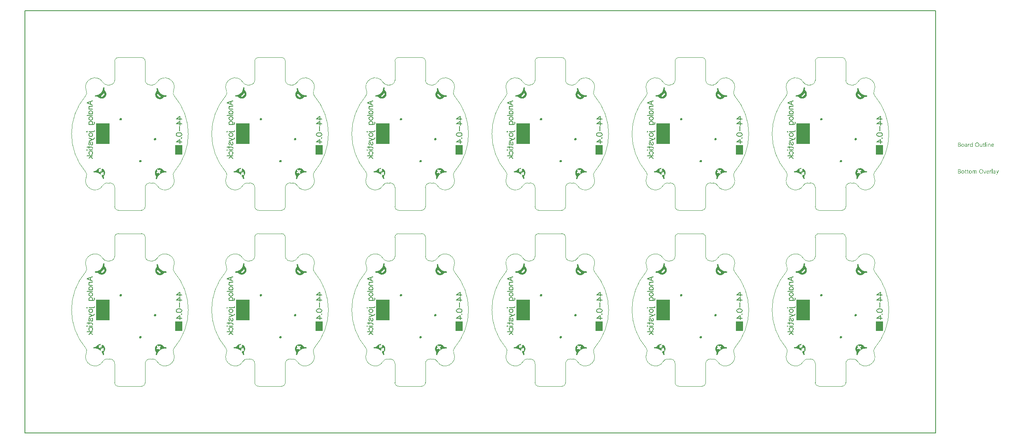
<source format=gbo>
G04*
G04 #@! TF.GenerationSoftware,Altium Limited,Altium Designer,21.9.2 (33)*
G04*
G04 Layer_Color=32896*
%FSAX25Y25*%
%MOIN*%
G70*
G04*
G04 #@! TF.SameCoordinates,367260C6-96D2-48BC-AEAF-795D9B4D27C7*
G04*
G04*
G04 #@! TF.FilePolarity,Positive*
G04*
G01*
G75*
%ADD15C,0.01968*%
%ADD16C,0.00787*%
%ADD17C,0.00394*%
%ADD62C,0.00630*%
G04:AMPARAMS|DCode=63|XSize=62.01mil|YSize=80.62mil|CornerRadius=0mil|HoleSize=0mil|Usage=FLASHONLY|Rotation=179.834|XOffset=0mil|YOffset=0mil|HoleType=Round|Shape=Rectangle|*
%AMROTATEDRECTD63*
4,1,4,0.03112,0.04022,0.03089,-0.04040,-0.03112,-0.04022,-0.03089,0.04040,0.03112,0.04022,0.0*
%
%ADD63ROTATEDRECTD63*%

%ADD64R,0.11713X0.17323*%
G36*
X0637432Y0271765D02*
X0637495Y0271755D01*
X0637556Y0271737D01*
X0637614Y0271713D01*
X0637670Y0271682D01*
X0637721Y0271646D01*
X0637769Y0271603D01*
X0637811Y0271556D01*
X0637848Y0271505D01*
X0637878Y0271449D01*
X0637902Y0271391D01*
X0637920Y0271330D01*
X0637931Y0271267D01*
X0637934Y0271204D01*
X0637931Y0271155D01*
X0637932Y0271155D01*
X0637931Y0271155D01*
X0637927Y0271099D01*
X0637899Y0270848D01*
X0637864Y0270598D01*
Y0270598D01*
X0637864Y0270598D01*
X0637863Y0270594D01*
X0637863Y0270594D01*
X0637853Y0270527D01*
X0637842Y0270407D01*
X0637838Y0270286D01*
X0637842Y0270166D01*
X0637853Y0270046D01*
X0637871Y0269927D01*
X0637896Y0269809D01*
X0637929Y0269693D01*
X0637968Y0269579D01*
X0638014Y0269468D01*
X0638067Y0269359D01*
X0638126Y0269254D01*
X0638191Y0269153D01*
X0638263Y0269056D01*
X0638340Y0268964D01*
X0638411Y0268888D01*
X0638411Y0268888D01*
X0638505Y0268789D01*
X0638618Y0268661D01*
X0638725Y0268528D01*
X0638826Y0268390D01*
X0638920Y0268248D01*
X0639009Y0268102D01*
X0639091Y0267953D01*
X0639167Y0267800D01*
X0639235Y0267643D01*
X0639297Y0267484D01*
X0639352Y0267323D01*
X0639400Y0267159D01*
X0639440Y0266993D01*
X0639474Y0266826D01*
X0639500Y0266657D01*
X0639518Y0266487D01*
X0639529Y0266317D01*
X0639533Y0266146D01*
X0639529Y0265976D01*
X0639518Y0265806D01*
X0639500Y0265636D01*
X0639474Y0265467D01*
X0639440Y0265300D01*
X0639400Y0265134D01*
X0639352Y0264970D01*
X0639297Y0264808D01*
X0639235Y0264649D01*
X0639167Y0264493D01*
X0639091Y0264340D01*
X0639009Y0264190D01*
X0638920Y0264044D01*
X0638826Y0263903D01*
X0638725Y0263765D01*
X0638618Y0263632D01*
X0638505Y0263504D01*
X0638387Y0263380D01*
X0638264Y0263262D01*
X0638136Y0263150D01*
X0638003Y0263043D01*
X0637865Y0262942D01*
X0637723Y0262847D01*
X0637577Y0262759D01*
X0637428Y0262677D01*
X0637275Y0262601D01*
X0637118Y0262532D01*
X0636959Y0262470D01*
X0636798Y0262416D01*
X0636634Y0262368D01*
X0636468Y0262327D01*
X0636301Y0262294D01*
X0636132Y0262268D01*
X0635962Y0262249D01*
X0635792Y0262238D01*
X0635621Y0262234D01*
X0635451Y0262238D01*
X0635280Y0262249D01*
X0635111Y0262268D01*
X0634942Y0262294D01*
X0634774Y0262327D01*
X0634609Y0262368D01*
X0634445Y0262416D01*
X0634283Y0262470D01*
X0634124Y0262532D01*
X0633968Y0262601D01*
X0633815Y0262677D01*
X0633665Y0262759D01*
X0633519Y0262847D01*
X0633377Y0262942D01*
X0633240Y0263043D01*
X0633107Y0263150D01*
X0632978Y0263262D01*
X0632877Y0263359D01*
X0632877Y0263359D01*
X0632800Y0263432D01*
X0632708Y0263509D01*
X0632611Y0263580D01*
X0632509Y0263645D01*
X0632404Y0263705D01*
X0632296Y0263757D01*
X0632185Y0263804D01*
X0632071Y0263843D01*
X0631955Y0263875D01*
X0631837Y0263900D01*
X0631718Y0263918D01*
X0631598Y0263929D01*
X0631477Y0263933D01*
X0631357Y0263929D01*
X0631237Y0263918D01*
X0631172Y0263909D01*
X0631172Y0263909D01*
X0631168Y0263908D01*
X0631168Y0263908D01*
X0630925Y0263874D01*
X0630674Y0263846D01*
X0630618Y0263841D01*
X0630618Y0263841D01*
X0630618Y0263841D01*
X0630618Y0263841D01*
X0630618Y0263841D01*
X0630618Y0263842D01*
X0630569Y0263839D01*
X0630506Y0263842D01*
X0630444Y0263853D01*
X0630383Y0263870D01*
X0630325Y0263894D01*
X0630270Y0263925D01*
X0630218Y0263961D01*
X0630171Y0264003D01*
X0630129Y0264051D01*
X0630093Y0264102D01*
X0630062Y0264157D01*
X0630038Y0264215D01*
X0630021Y0264276D01*
X0630010Y0264338D01*
X0630007Y0264401D01*
X0630010Y0264464D01*
X0630021Y0264527D01*
X0630038Y0264587D01*
X0630062Y0264645D01*
X0630093Y0264701D01*
X0630129Y0264752D01*
X0630171Y0264799D01*
X0630218Y0264841D01*
X0630270Y0264878D01*
X0630325Y0264908D01*
X0630383Y0264932D01*
X0630444Y0264950D01*
X0630506Y0264960D01*
X0630520Y0264961D01*
X0630520Y0264962D01*
X0630520Y0264962D01*
X0630595Y0264968D01*
X0630820Y0264994D01*
X0631044Y0265027D01*
X0631266Y0265068D01*
X0631488Y0265115D01*
X0631707Y0265170D01*
X0631925Y0265232D01*
X0632140Y0265302D01*
X0632353Y0265378D01*
X0632564Y0265461D01*
X0632771Y0265551D01*
X0632976Y0265648D01*
X0633177Y0265751D01*
X0633375Y0265861D01*
X0633569Y0265978D01*
X0633759Y0266100D01*
X0633946Y0266229D01*
X0634127Y0266364D01*
X0634305Y0266504D01*
X0634477Y0266651D01*
X0634645Y0266803D01*
X0634807Y0266960D01*
X0634965Y0267123D01*
X0635117Y0267290D01*
X0635263Y0267463D01*
X0635404Y0267640D01*
X0635539Y0267822D01*
X0635668Y0268008D01*
X0635790Y0268198D01*
X0635907Y0268392D01*
X0636016Y0268590D01*
X0636120Y0268792D01*
X0636217Y0268996D01*
X0636307Y0269204D01*
X0636390Y0269414D01*
X0636466Y0269627D01*
X0636535Y0269843D01*
X0636597Y0270060D01*
X0636652Y0270280D01*
X0636700Y0270501D01*
X0636741Y0270724D01*
X0636774Y0270948D01*
X0636800Y0271172D01*
X0636806Y0271252D01*
X0636806Y0271253D01*
X0636807Y0271252D01*
X0636808Y0271267D01*
X0636818Y0271330D01*
X0636836Y0271391D01*
X0636860Y0271449D01*
X0636891Y0271505D01*
X0636928Y0271556D01*
X0636970Y0271603D01*
X0637017Y0271646D01*
X0637069Y0271682D01*
X0637124Y0271713D01*
X0637183Y0271737D01*
X0637244Y0271755D01*
X0637306Y0271765D01*
X0637369Y0271769D01*
X0637432Y0271765D01*
D02*
G37*
G36*
X0519322D02*
X0519385Y0271755D01*
X0519446Y0271737D01*
X0519504Y0271713D01*
X0519559Y0271682D01*
X0519611Y0271646D01*
X0519659Y0271603D01*
X0519701Y0271556D01*
X0519737Y0271505D01*
X0519768Y0271449D01*
X0519792Y0271391D01*
X0519810Y0271330D01*
X0519820Y0271267D01*
X0519824Y0271204D01*
X0519821Y0271155D01*
X0519821Y0271155D01*
X0519821Y0271155D01*
X0519817Y0271099D01*
X0519789Y0270848D01*
X0519754Y0270598D01*
Y0270598D01*
X0519754Y0270598D01*
X0519753Y0270594D01*
X0519753Y0270594D01*
X0519743Y0270527D01*
X0519732Y0270407D01*
X0519728Y0270286D01*
X0519732Y0270166D01*
X0519743Y0270046D01*
X0519761Y0269927D01*
X0519786Y0269809D01*
X0519818Y0269693D01*
X0519858Y0269579D01*
X0519904Y0269468D01*
X0519957Y0269359D01*
X0520016Y0269254D01*
X0520081Y0269153D01*
X0520153Y0269056D01*
X0520230Y0268964D01*
X0520300Y0268888D01*
X0520300Y0268888D01*
X0520395Y0268789D01*
X0520508Y0268661D01*
X0520614Y0268528D01*
X0520715Y0268390D01*
X0520810Y0268248D01*
X0520899Y0268102D01*
X0520981Y0267953D01*
X0521056Y0267800D01*
X0521125Y0267643D01*
X0521187Y0267484D01*
X0521242Y0267323D01*
X0521290Y0267159D01*
X0521330Y0266993D01*
X0521363Y0266826D01*
X0521389Y0266657D01*
X0521408Y0266487D01*
X0521419Y0266317D01*
X0521423Y0266146D01*
X0521419Y0265976D01*
X0521408Y0265806D01*
X0521389Y0265636D01*
X0521363Y0265467D01*
X0521330Y0265300D01*
X0521290Y0265134D01*
X0521242Y0264970D01*
X0521187Y0264808D01*
X0521125Y0264649D01*
X0521056Y0264493D01*
X0520981Y0264340D01*
X0520899Y0264190D01*
X0520810Y0264044D01*
X0520715Y0263903D01*
X0520614Y0263765D01*
X0520508Y0263632D01*
X0520395Y0263504D01*
X0520277Y0263380D01*
X0520154Y0263262D01*
X0520025Y0263150D01*
X0519892Y0263043D01*
X0519755Y0262942D01*
X0519613Y0262847D01*
X0519467Y0262759D01*
X0519317Y0262677D01*
X0519164Y0262601D01*
X0519008Y0262532D01*
X0518849Y0262470D01*
X0518687Y0262416D01*
X0518523Y0262368D01*
X0518358Y0262327D01*
X0518190Y0262294D01*
X0518022Y0262268D01*
X0517852Y0262249D01*
X0517682Y0262238D01*
X0517511Y0262234D01*
X0517340Y0262238D01*
X0517170Y0262249D01*
X0517000Y0262268D01*
X0516832Y0262294D01*
X0516664Y0262327D01*
X0516499Y0262368D01*
X0516335Y0262416D01*
X0516173Y0262470D01*
X0516014Y0262532D01*
X0515858Y0262601D01*
X0515705Y0262677D01*
X0515555Y0262759D01*
X0515409Y0262847D01*
X0515267Y0262942D01*
X0515130Y0263043D01*
X0514996Y0263150D01*
X0514868Y0263262D01*
X0514767Y0263359D01*
X0514766Y0263359D01*
X0514690Y0263432D01*
X0514597Y0263509D01*
X0514500Y0263580D01*
X0514399Y0263645D01*
X0514294Y0263705D01*
X0514186Y0263757D01*
X0514075Y0263804D01*
X0513961Y0263843D01*
X0513845Y0263875D01*
X0513727Y0263900D01*
X0513608Y0263918D01*
X0513488Y0263929D01*
X0513367Y0263933D01*
X0513247Y0263929D01*
X0513127Y0263918D01*
X0513062Y0263909D01*
X0513061Y0263909D01*
X0513057Y0263908D01*
X0513057Y0263908D01*
X0512815Y0263874D01*
X0512564Y0263846D01*
X0512508Y0263841D01*
X0512508Y0263841D01*
X0512508Y0263841D01*
X0512508Y0263841D01*
X0512508Y0263841D01*
X0512508Y0263842D01*
X0512459Y0263839D01*
X0512396Y0263842D01*
X0512334Y0263853D01*
X0512273Y0263870D01*
X0512215Y0263894D01*
X0512159Y0263925D01*
X0512108Y0263961D01*
X0512061Y0264003D01*
X0512019Y0264051D01*
X0511982Y0264102D01*
X0511952Y0264157D01*
X0511928Y0264215D01*
X0511910Y0264276D01*
X0511900Y0264338D01*
X0511896Y0264401D01*
X0511900Y0264464D01*
X0511910Y0264527D01*
X0511928Y0264587D01*
X0511952Y0264645D01*
X0511982Y0264701D01*
X0512019Y0264752D01*
X0512061Y0264799D01*
X0512108Y0264841D01*
X0512159Y0264878D01*
X0512215Y0264908D01*
X0512273Y0264932D01*
X0512334Y0264950D01*
X0512396Y0264960D01*
X0512410Y0264961D01*
X0512410Y0264962D01*
X0512410Y0264962D01*
X0512485Y0264968D01*
X0512710Y0264994D01*
X0512934Y0265027D01*
X0513156Y0265068D01*
X0513378Y0265115D01*
X0513597Y0265170D01*
X0513815Y0265232D01*
X0514030Y0265302D01*
X0514243Y0265378D01*
X0514454Y0265461D01*
X0514661Y0265551D01*
X0514866Y0265648D01*
X0515067Y0265751D01*
X0515265Y0265861D01*
X0515459Y0265978D01*
X0515649Y0266100D01*
X0515835Y0266229D01*
X0516017Y0266364D01*
X0516194Y0266504D01*
X0516367Y0266651D01*
X0516535Y0266803D01*
X0516697Y0266960D01*
X0516855Y0267123D01*
X0517007Y0267290D01*
X0517153Y0267463D01*
X0517294Y0267640D01*
X0517428Y0267822D01*
X0517557Y0268008D01*
X0517680Y0268198D01*
X0517796Y0268392D01*
X0517906Y0268590D01*
X0518010Y0268792D01*
X0518106Y0268996D01*
X0518196Y0269204D01*
X0518280Y0269414D01*
X0518356Y0269627D01*
X0518425Y0269843D01*
X0518487Y0270060D01*
X0518542Y0270280D01*
X0518590Y0270501D01*
X0518630Y0270724D01*
X0518664Y0270948D01*
X0518689Y0271172D01*
X0518696Y0271252D01*
X0518696Y0271253D01*
X0518697Y0271252D01*
X0518698Y0271267D01*
X0518708Y0271330D01*
X0518726Y0271391D01*
X0518750Y0271449D01*
X0518781Y0271505D01*
X0518817Y0271556D01*
X0518859Y0271603D01*
X0518907Y0271646D01*
X0518958Y0271682D01*
X0519014Y0271713D01*
X0519072Y0271737D01*
X0519133Y0271755D01*
X0519196Y0271765D01*
X0519259Y0271769D01*
X0519322Y0271765D01*
D02*
G37*
G36*
X0401212D02*
X0401274Y0271755D01*
X0401335Y0271737D01*
X0401394Y0271713D01*
X0401449Y0271682D01*
X0401501Y0271646D01*
X0401548Y0271603D01*
X0401590Y0271556D01*
X0401627Y0271505D01*
X0401658Y0271449D01*
X0401682Y0271391D01*
X0401699Y0271330D01*
X0401710Y0271267D01*
X0401714Y0271204D01*
X0401711Y0271155D01*
X0401711Y0271155D01*
X0401711Y0271155D01*
X0401707Y0271099D01*
X0401679Y0270848D01*
X0401643Y0270598D01*
Y0270598D01*
X0401643Y0270598D01*
X0401643Y0270594D01*
X0401643Y0270594D01*
X0401632Y0270527D01*
X0401621Y0270407D01*
X0401618Y0270286D01*
X0401621Y0270166D01*
X0401632Y0270046D01*
X0401650Y0269927D01*
X0401676Y0269809D01*
X0401708Y0269693D01*
X0401748Y0269579D01*
X0401794Y0269468D01*
X0401846Y0269359D01*
X0401905Y0269254D01*
X0401971Y0269153D01*
X0402042Y0269056D01*
X0402119Y0268964D01*
X0402190Y0268888D01*
X0402190Y0268888D01*
X0402285Y0268789D01*
X0402397Y0268661D01*
X0402504Y0268528D01*
X0402605Y0268390D01*
X0402700Y0268248D01*
X0402789Y0268102D01*
X0402871Y0267953D01*
X0402946Y0267800D01*
X0403015Y0267643D01*
X0403077Y0267484D01*
X0403132Y0267323D01*
X0403179Y0267159D01*
X0403220Y0266993D01*
X0403253Y0266826D01*
X0403279Y0266657D01*
X0403298Y0266487D01*
X0403309Y0266317D01*
X0403313Y0266146D01*
X0403309Y0265976D01*
X0403298Y0265806D01*
X0403279Y0265636D01*
X0403253Y0265467D01*
X0403220Y0265300D01*
X0403179Y0265134D01*
X0403132Y0264970D01*
X0403077Y0264808D01*
X0403015Y0264649D01*
X0402946Y0264493D01*
X0402871Y0264340D01*
X0402789Y0264190D01*
X0402700Y0264044D01*
X0402605Y0263903D01*
X0402504Y0263765D01*
X0402397Y0263632D01*
X0402285Y0263504D01*
X0402167Y0263380D01*
X0402044Y0263262D01*
X0401915Y0263150D01*
X0401782Y0263043D01*
X0401645Y0262942D01*
X0401503Y0262847D01*
X0401357Y0262759D01*
X0401207Y0262677D01*
X0401054Y0262601D01*
X0400898Y0262532D01*
X0400739Y0262470D01*
X0400577Y0262416D01*
X0400413Y0262368D01*
X0400247Y0262327D01*
X0400080Y0262294D01*
X0399911Y0262268D01*
X0399742Y0262249D01*
X0399571Y0262238D01*
X0399401Y0262234D01*
X0399230Y0262238D01*
X0399060Y0262249D01*
X0398890Y0262268D01*
X0398721Y0262294D01*
X0398554Y0262327D01*
X0398388Y0262368D01*
X0398224Y0262416D01*
X0398063Y0262470D01*
X0397904Y0262532D01*
X0397747Y0262601D01*
X0397594Y0262677D01*
X0397445Y0262759D01*
X0397299Y0262847D01*
X0397157Y0262942D01*
X0397019Y0263043D01*
X0396886Y0263150D01*
X0396758Y0263262D01*
X0396656Y0263359D01*
X0396656Y0263359D01*
X0396580Y0263432D01*
X0396487Y0263509D01*
X0396390Y0263580D01*
X0396289Y0263645D01*
X0396184Y0263705D01*
X0396076Y0263757D01*
X0395964Y0263804D01*
X0395850Y0263843D01*
X0395734Y0263875D01*
X0395617Y0263900D01*
X0395497Y0263918D01*
X0395377Y0263929D01*
X0395257Y0263933D01*
X0395137Y0263929D01*
X0395017Y0263918D01*
X0394952Y0263909D01*
X0394951Y0263909D01*
X0394947Y0263908D01*
X0394947Y0263908D01*
X0394705Y0263874D01*
X0394454Y0263846D01*
X0394398Y0263841D01*
X0394398Y0263841D01*
X0394398Y0263841D01*
X0394398Y0263841D01*
X0394398Y0263841D01*
X0394398Y0263842D01*
X0394349Y0263839D01*
X0394286Y0263842D01*
X0394223Y0263853D01*
X0394163Y0263870D01*
X0394105Y0263894D01*
X0394049Y0263925D01*
X0393998Y0263961D01*
X0393951Y0264003D01*
X0393909Y0264051D01*
X0393872Y0264102D01*
X0393842Y0264157D01*
X0393818Y0264215D01*
X0393800Y0264276D01*
X0393790Y0264338D01*
X0393786Y0264401D01*
X0393790Y0264464D01*
X0393800Y0264527D01*
X0393818Y0264587D01*
X0393842Y0264645D01*
X0393872Y0264701D01*
X0393909Y0264752D01*
X0393951Y0264799D01*
X0393998Y0264841D01*
X0394049Y0264878D01*
X0394105Y0264908D01*
X0394163Y0264932D01*
X0394223Y0264950D01*
X0394286Y0264960D01*
X0394300Y0264961D01*
X0394300Y0264962D01*
X0394300Y0264962D01*
X0394375Y0264968D01*
X0394600Y0264994D01*
X0394823Y0265027D01*
X0395046Y0265068D01*
X0395267Y0265115D01*
X0395487Y0265170D01*
X0395704Y0265232D01*
X0395920Y0265302D01*
X0396133Y0265378D01*
X0396343Y0265461D01*
X0396551Y0265551D01*
X0396756Y0265648D01*
X0396957Y0265751D01*
X0397155Y0265861D01*
X0397349Y0265978D01*
X0397539Y0266100D01*
X0397725Y0266229D01*
X0397907Y0266364D01*
X0398084Y0266504D01*
X0398257Y0266651D01*
X0398424Y0266803D01*
X0398587Y0266960D01*
X0398744Y0267123D01*
X0398896Y0267290D01*
X0399043Y0267463D01*
X0399183Y0267640D01*
X0399318Y0267822D01*
X0399447Y0268008D01*
X0399570Y0268198D01*
X0399686Y0268392D01*
X0399796Y0268590D01*
X0399899Y0268792D01*
X0399996Y0268996D01*
X0400086Y0269204D01*
X0400169Y0269414D01*
X0400246Y0269627D01*
X0400315Y0269843D01*
X0400377Y0270060D01*
X0400432Y0270280D01*
X0400480Y0270501D01*
X0400520Y0270724D01*
X0400553Y0270948D01*
X0400579Y0271172D01*
X0400586Y0271252D01*
X0400586Y0271253D01*
X0400587Y0271252D01*
X0400587Y0271267D01*
X0400598Y0271330D01*
X0400616Y0271391D01*
X0400640Y0271449D01*
X0400670Y0271505D01*
X0400707Y0271556D01*
X0400749Y0271603D01*
X0400797Y0271646D01*
X0400848Y0271682D01*
X0400904Y0271713D01*
X0400962Y0271737D01*
X0401023Y0271755D01*
X0401086Y0271765D01*
X0401149Y0271769D01*
X0401212Y0271765D01*
D02*
G37*
G36*
X0283102D02*
X0283164Y0271755D01*
X0283225Y0271737D01*
X0283284Y0271713D01*
X0283339Y0271682D01*
X0283391Y0271646D01*
X0283438Y0271603D01*
X0283480Y0271556D01*
X0283517Y0271505D01*
X0283547Y0271449D01*
X0283572Y0271391D01*
X0283589Y0271330D01*
X0283600Y0271267D01*
X0283604Y0271204D01*
X0283601Y0271155D01*
X0283601Y0271155D01*
X0283601Y0271155D01*
X0283596Y0271099D01*
X0283569Y0270848D01*
X0283533Y0270598D01*
Y0270598D01*
X0283533Y0270598D01*
X0283532Y0270594D01*
X0283532Y0270594D01*
X0283522Y0270527D01*
X0283511Y0270407D01*
X0283508Y0270286D01*
X0283511Y0270166D01*
X0283522Y0270046D01*
X0283540Y0269927D01*
X0283566Y0269809D01*
X0283598Y0269693D01*
X0283637Y0269579D01*
X0283683Y0269468D01*
X0283736Y0269359D01*
X0283795Y0269254D01*
X0283861Y0269153D01*
X0283932Y0269056D01*
X0284009Y0268964D01*
X0284080Y0268888D01*
X0284080Y0268888D01*
X0284175Y0268789D01*
X0284287Y0268661D01*
X0284394Y0268528D01*
X0284495Y0268390D01*
X0284590Y0268248D01*
X0284678Y0268102D01*
X0284760Y0267953D01*
X0284836Y0267800D01*
X0284905Y0267643D01*
X0284966Y0267484D01*
X0285021Y0267323D01*
X0285069Y0267159D01*
X0285110Y0266993D01*
X0285143Y0266826D01*
X0285169Y0266657D01*
X0285188Y0266487D01*
X0285199Y0266317D01*
X0285202Y0266146D01*
X0285199Y0265976D01*
X0285188Y0265806D01*
X0285169Y0265636D01*
X0285143Y0265467D01*
X0285110Y0265300D01*
X0285069Y0265134D01*
X0285021Y0264970D01*
X0284966Y0264808D01*
X0284905Y0264649D01*
X0284836Y0264493D01*
X0284760Y0264340D01*
X0284678Y0264190D01*
X0284590Y0264044D01*
X0284495Y0263903D01*
X0284394Y0263765D01*
X0284287Y0263632D01*
X0284175Y0263504D01*
X0284057Y0263380D01*
X0283933Y0263262D01*
X0283805Y0263150D01*
X0283672Y0263043D01*
X0283534Y0262942D01*
X0283392Y0262847D01*
X0283246Y0262759D01*
X0283097Y0262677D01*
X0282944Y0262601D01*
X0282787Y0262532D01*
X0282628Y0262470D01*
X0282467Y0262416D01*
X0282303Y0262368D01*
X0282137Y0262327D01*
X0281970Y0262294D01*
X0281801Y0262268D01*
X0281631Y0262249D01*
X0281461Y0262238D01*
X0281291Y0262234D01*
X0281120Y0262238D01*
X0280949Y0262249D01*
X0280780Y0262268D01*
X0280611Y0262294D01*
X0280444Y0262327D01*
X0280278Y0262368D01*
X0280114Y0262416D01*
X0279953Y0262470D01*
X0279793Y0262532D01*
X0279637Y0262601D01*
X0279484Y0262677D01*
X0279334Y0262759D01*
X0279189Y0262847D01*
X0279047Y0262942D01*
X0278909Y0263043D01*
X0278776Y0263150D01*
X0278648Y0263262D01*
X0278546Y0263359D01*
X0278546Y0263359D01*
X0278469Y0263432D01*
X0278377Y0263509D01*
X0278280Y0263580D01*
X0278179Y0263645D01*
X0278074Y0263705D01*
X0277965Y0263757D01*
X0277854Y0263804D01*
X0277740Y0263843D01*
X0277624Y0263875D01*
X0277506Y0263900D01*
X0277387Y0263918D01*
X0277267Y0263929D01*
X0277147Y0263933D01*
X0277026Y0263929D01*
X0276906Y0263918D01*
X0276841Y0263909D01*
X0276841Y0263909D01*
X0276837Y0263908D01*
X0276837Y0263908D01*
X0276595Y0263874D01*
X0276343Y0263846D01*
X0276287Y0263841D01*
X0276287Y0263841D01*
X0276287Y0263841D01*
X0276287Y0263841D01*
X0276287Y0263841D01*
X0276287Y0263842D01*
X0276238Y0263839D01*
X0276175Y0263842D01*
X0276113Y0263853D01*
X0276052Y0263870D01*
X0275994Y0263894D01*
X0275939Y0263925D01*
X0275888Y0263961D01*
X0275840Y0264003D01*
X0275799Y0264051D01*
X0275762Y0264102D01*
X0275731Y0264157D01*
X0275707Y0264215D01*
X0275690Y0264276D01*
X0275679Y0264338D01*
X0275676Y0264401D01*
X0275679Y0264464D01*
X0275690Y0264527D01*
X0275707Y0264587D01*
X0275731Y0264645D01*
X0275762Y0264701D01*
X0275799Y0264752D01*
X0275840Y0264799D01*
X0275888Y0264841D01*
X0275939Y0264878D01*
X0275994Y0264908D01*
X0276052Y0264932D01*
X0276113Y0264950D01*
X0276175Y0264960D01*
X0276189Y0264961D01*
X0276189Y0264962D01*
X0276190Y0264962D01*
X0276264Y0264968D01*
X0276489Y0264994D01*
X0276713Y0265027D01*
X0276936Y0265068D01*
X0277157Y0265115D01*
X0277377Y0265170D01*
X0277594Y0265232D01*
X0277810Y0265302D01*
X0278023Y0265378D01*
X0278233Y0265461D01*
X0278441Y0265551D01*
X0278645Y0265648D01*
X0278847Y0265751D01*
X0279044Y0265861D01*
X0279239Y0265978D01*
X0279429Y0266100D01*
X0279615Y0266229D01*
X0279797Y0266364D01*
X0279974Y0266504D01*
X0280146Y0266651D01*
X0280314Y0266803D01*
X0280477Y0266960D01*
X0280634Y0267123D01*
X0280786Y0267290D01*
X0280932Y0267463D01*
X0281073Y0267640D01*
X0281208Y0267822D01*
X0281337Y0268008D01*
X0281459Y0268198D01*
X0281576Y0268392D01*
X0281686Y0268590D01*
X0281789Y0268792D01*
X0281886Y0268996D01*
X0281976Y0269204D01*
X0282059Y0269414D01*
X0282135Y0269627D01*
X0282205Y0269843D01*
X0282267Y0270060D01*
X0282322Y0270280D01*
X0282369Y0270501D01*
X0282410Y0270724D01*
X0282443Y0270948D01*
X0282469Y0271172D01*
X0282475Y0271252D01*
X0282476Y0271253D01*
X0282476Y0271252D01*
X0282477Y0271267D01*
X0282488Y0271330D01*
X0282505Y0271391D01*
X0282529Y0271449D01*
X0282560Y0271505D01*
X0282597Y0271556D01*
X0282639Y0271603D01*
X0282686Y0271646D01*
X0282738Y0271682D01*
X0282793Y0271713D01*
X0282852Y0271737D01*
X0282913Y0271755D01*
X0282975Y0271765D01*
X0283038Y0271769D01*
X0283102Y0271765D01*
D02*
G37*
G36*
X0164991D02*
X0165054Y0271755D01*
X0165115Y0271737D01*
X0165173Y0271713D01*
X0165229Y0271682D01*
X0165280Y0271646D01*
X0165328Y0271603D01*
X0165370Y0271556D01*
X0165407Y0271505D01*
X0165437Y0271449D01*
X0165462Y0271391D01*
X0165479Y0271330D01*
X0165490Y0271267D01*
X0165493Y0271204D01*
X0165490Y0271155D01*
X0165491Y0271155D01*
X0165490Y0271155D01*
X0165486Y0271099D01*
X0165458Y0270848D01*
X0165423Y0270598D01*
Y0270598D01*
X0165423Y0270598D01*
X0165422Y0270594D01*
X0165422Y0270594D01*
X0165412Y0270527D01*
X0165401Y0270407D01*
X0165397Y0270286D01*
X0165401Y0270166D01*
X0165412Y0270046D01*
X0165430Y0269927D01*
X0165455Y0269809D01*
X0165488Y0269693D01*
X0165527Y0269579D01*
X0165573Y0269468D01*
X0165626Y0269359D01*
X0165685Y0269254D01*
X0165750Y0269153D01*
X0165822Y0269056D01*
X0165899Y0268964D01*
X0165970Y0268888D01*
X0165970Y0268888D01*
X0166064Y0268789D01*
X0166177Y0268661D01*
X0166284Y0268528D01*
X0166385Y0268390D01*
X0166480Y0268248D01*
X0166568Y0268102D01*
X0166650Y0267953D01*
X0166726Y0267800D01*
X0166794Y0267643D01*
X0166856Y0267484D01*
X0166911Y0267323D01*
X0166959Y0267159D01*
X0166999Y0266993D01*
X0167033Y0266826D01*
X0167059Y0266657D01*
X0167077Y0266487D01*
X0167088Y0266317D01*
X0167092Y0266146D01*
X0167088Y0265976D01*
X0167077Y0265806D01*
X0167059Y0265636D01*
X0167033Y0265467D01*
X0166999Y0265300D01*
X0166959Y0265134D01*
X0166911Y0264970D01*
X0166856Y0264808D01*
X0166794Y0264649D01*
X0166726Y0264493D01*
X0166650Y0264340D01*
X0166568Y0264190D01*
X0166480Y0264044D01*
X0166385Y0263903D01*
X0166284Y0263765D01*
X0166177Y0263632D01*
X0166064Y0263504D01*
X0165946Y0263380D01*
X0165823Y0263262D01*
X0165695Y0263150D01*
X0165562Y0263043D01*
X0165424Y0262942D01*
X0165282Y0262847D01*
X0165136Y0262759D01*
X0164987Y0262677D01*
X0164833Y0262601D01*
X0164677Y0262532D01*
X0164518Y0262470D01*
X0164357Y0262416D01*
X0164193Y0262368D01*
X0164027Y0262327D01*
X0163859Y0262294D01*
X0163691Y0262268D01*
X0163521Y0262249D01*
X0163351Y0262238D01*
X0163180Y0262234D01*
X0163010Y0262238D01*
X0162839Y0262249D01*
X0162670Y0262268D01*
X0162501Y0262294D01*
X0162334Y0262327D01*
X0162168Y0262368D01*
X0162004Y0262416D01*
X0161842Y0262470D01*
X0161683Y0262532D01*
X0161527Y0262601D01*
X0161374Y0262677D01*
X0161224Y0262759D01*
X0161078Y0262847D01*
X0160936Y0262942D01*
X0160799Y0263043D01*
X0160666Y0263150D01*
X0160537Y0263262D01*
X0160436Y0263359D01*
X0160436Y0263359D01*
X0160359Y0263432D01*
X0160267Y0263509D01*
X0160169Y0263580D01*
X0160068Y0263645D01*
X0159963Y0263705D01*
X0159855Y0263757D01*
X0159744Y0263804D01*
X0159630Y0263843D01*
X0159514Y0263875D01*
X0159396Y0263900D01*
X0159277Y0263918D01*
X0159157Y0263929D01*
X0159037Y0263933D01*
X0158916Y0263929D01*
X0158796Y0263918D01*
X0158731Y0263909D01*
X0158731Y0263909D01*
X0158727Y0263908D01*
X0158727Y0263908D01*
X0158484Y0263874D01*
X0158233Y0263846D01*
X0158177Y0263841D01*
X0158177Y0263841D01*
X0158177Y0263841D01*
X0158177Y0263841D01*
X0158177Y0263841D01*
X0158177Y0263842D01*
X0158128Y0263839D01*
X0158065Y0263842D01*
X0158003Y0263853D01*
X0157942Y0263870D01*
X0157884Y0263894D01*
X0157829Y0263925D01*
X0157777Y0263961D01*
X0157730Y0264003D01*
X0157688Y0264051D01*
X0157652Y0264102D01*
X0157621Y0264157D01*
X0157597Y0264215D01*
X0157580Y0264276D01*
X0157569Y0264338D01*
X0157565Y0264401D01*
X0157569Y0264464D01*
X0157580Y0264527D01*
X0157597Y0264587D01*
X0157621Y0264645D01*
X0157652Y0264701D01*
X0157688Y0264752D01*
X0157730Y0264799D01*
X0157777Y0264841D01*
X0157829Y0264878D01*
X0157884Y0264908D01*
X0157942Y0264932D01*
X0158003Y0264950D01*
X0158065Y0264960D01*
X0158079Y0264961D01*
X0158079Y0264962D01*
X0158080Y0264962D01*
X0158154Y0264968D01*
X0158379Y0264994D01*
X0158603Y0265027D01*
X0158826Y0265068D01*
X0159047Y0265115D01*
X0159266Y0265170D01*
X0159484Y0265232D01*
X0159699Y0265302D01*
X0159912Y0265378D01*
X0160123Y0265461D01*
X0160330Y0265551D01*
X0160535Y0265648D01*
X0160736Y0265751D01*
X0160934Y0265861D01*
X0161128Y0265978D01*
X0161319Y0266100D01*
X0161505Y0266229D01*
X0161686Y0266364D01*
X0161864Y0266504D01*
X0162036Y0266651D01*
X0162204Y0266803D01*
X0162366Y0266960D01*
X0162524Y0267123D01*
X0162676Y0267290D01*
X0162822Y0267463D01*
X0162963Y0267640D01*
X0163098Y0267822D01*
X0163226Y0268008D01*
X0163349Y0268198D01*
X0163465Y0268392D01*
X0163575Y0268590D01*
X0163679Y0268792D01*
X0163776Y0268996D01*
X0163866Y0269204D01*
X0163949Y0269414D01*
X0164025Y0269627D01*
X0164094Y0269843D01*
X0164156Y0270060D01*
X0164211Y0270280D01*
X0164259Y0270501D01*
X0164300Y0270724D01*
X0164333Y0270948D01*
X0164359Y0271172D01*
X0164365Y0271252D01*
X0164365Y0271253D01*
X0164366Y0271252D01*
X0164367Y0271267D01*
X0164377Y0271330D01*
X0164395Y0271391D01*
X0164419Y0271449D01*
X0164450Y0271505D01*
X0164487Y0271556D01*
X0164529Y0271603D01*
X0164576Y0271646D01*
X0164628Y0271682D01*
X0164683Y0271713D01*
X0164742Y0271737D01*
X0164803Y0271755D01*
X0164865Y0271765D01*
X0164928Y0271769D01*
X0164991Y0271765D01*
D02*
G37*
G36*
X0046881D02*
X0046944Y0271755D01*
X0047005Y0271737D01*
X0047063Y0271713D01*
X0047119Y0271682D01*
X0047170Y0271646D01*
X0047218Y0271603D01*
X0047260Y0271556D01*
X0047296Y0271505D01*
X0047327Y0271449D01*
X0047351Y0271391D01*
X0047369Y0271330D01*
X0047379Y0271267D01*
X0047383Y0271204D01*
X0047380Y0271155D01*
X0047380Y0271155D01*
X0047380Y0271155D01*
X0047376Y0271099D01*
X0047348Y0270848D01*
X0047313Y0270598D01*
Y0270598D01*
X0047313Y0270598D01*
X0047312Y0270594D01*
X0047312Y0270594D01*
X0047302Y0270527D01*
X0047291Y0270407D01*
X0047287Y0270286D01*
X0047291Y0270166D01*
X0047302Y0270046D01*
X0047320Y0269927D01*
X0047345Y0269809D01*
X0047377Y0269693D01*
X0047417Y0269579D01*
X0047463Y0269468D01*
X0047516Y0269359D01*
X0047575Y0269254D01*
X0047640Y0269153D01*
X0047712Y0269056D01*
X0047789Y0268964D01*
X0047859Y0268888D01*
X0047859Y0268888D01*
X0047954Y0268789D01*
X0048067Y0268661D01*
X0048174Y0268528D01*
X0048274Y0268390D01*
X0048369Y0268248D01*
X0048458Y0268102D01*
X0048540Y0267953D01*
X0048615Y0267800D01*
X0048684Y0267643D01*
X0048746Y0267484D01*
X0048801Y0267323D01*
X0048849Y0267159D01*
X0048889Y0266993D01*
X0048923Y0266826D01*
X0048948Y0266657D01*
X0048967Y0266487D01*
X0048978Y0266317D01*
X0048982Y0266146D01*
X0048978Y0265976D01*
X0048967Y0265806D01*
X0048948Y0265636D01*
X0048923Y0265467D01*
X0048889Y0265300D01*
X0048849Y0265134D01*
X0048801Y0264970D01*
X0048746Y0264808D01*
X0048684Y0264649D01*
X0048615Y0264493D01*
X0048540Y0264340D01*
X0048458Y0264190D01*
X0048369Y0264044D01*
X0048274Y0263903D01*
X0048174Y0263765D01*
X0048067Y0263632D01*
X0047954Y0263504D01*
X0047836Y0263380D01*
X0047713Y0263262D01*
X0047585Y0263150D01*
X0047451Y0263043D01*
X0047314Y0262942D01*
X0047172Y0262847D01*
X0047026Y0262759D01*
X0046876Y0262677D01*
X0046723Y0262601D01*
X0046567Y0262532D01*
X0046408Y0262470D01*
X0046246Y0262416D01*
X0046082Y0262368D01*
X0045917Y0262327D01*
X0045749Y0262294D01*
X0045581Y0262268D01*
X0045411Y0262249D01*
X0045241Y0262238D01*
X0045070Y0262234D01*
X0044899Y0262238D01*
X0044729Y0262249D01*
X0044559Y0262268D01*
X0044391Y0262294D01*
X0044223Y0262327D01*
X0044058Y0262368D01*
X0043894Y0262416D01*
X0043732Y0262470D01*
X0043573Y0262532D01*
X0043417Y0262601D01*
X0043264Y0262677D01*
X0043114Y0262759D01*
X0042968Y0262847D01*
X0042826Y0262942D01*
X0042689Y0263043D01*
X0042555Y0263150D01*
X0042427Y0263262D01*
X0042325Y0263359D01*
X0042325Y0263359D01*
X0042249Y0263432D01*
X0042156Y0263509D01*
X0042059Y0263580D01*
X0041958Y0263645D01*
X0041853Y0263705D01*
X0041745Y0263757D01*
X0041634Y0263804D01*
X0041520Y0263843D01*
X0041404Y0263875D01*
X0041286Y0263900D01*
X0041167Y0263918D01*
X0041047Y0263929D01*
X0040926Y0263933D01*
X0040806Y0263929D01*
X0040686Y0263918D01*
X0040621Y0263909D01*
X0040620Y0263909D01*
X0040616Y0263908D01*
X0040616Y0263908D01*
X0040374Y0263874D01*
X0040123Y0263846D01*
X0040067Y0263841D01*
X0040067Y0263841D01*
X0040067Y0263841D01*
X0040067Y0263841D01*
X0040067Y0263841D01*
X0040067Y0263842D01*
X0040018Y0263839D01*
X0039955Y0263842D01*
X0039893Y0263853D01*
X0039832Y0263870D01*
X0039774Y0263894D01*
X0039719Y0263925D01*
X0039667Y0263961D01*
X0039620Y0264003D01*
X0039578Y0264051D01*
X0039542Y0264102D01*
X0039511Y0264157D01*
X0039487Y0264215D01*
X0039469Y0264276D01*
X0039459Y0264338D01*
X0039455Y0264401D01*
X0039459Y0264464D01*
X0039469Y0264527D01*
X0039487Y0264587D01*
X0039511Y0264645D01*
X0039542Y0264701D01*
X0039578Y0264752D01*
X0039620Y0264799D01*
X0039667Y0264841D01*
X0039719Y0264878D01*
X0039774Y0264908D01*
X0039832Y0264932D01*
X0039893Y0264950D01*
X0039955Y0264960D01*
X0039969Y0264961D01*
X0039969Y0264962D01*
X0039969Y0264962D01*
X0040044Y0264968D01*
X0040269Y0264994D01*
X0040493Y0265027D01*
X0040715Y0265068D01*
X0040936Y0265115D01*
X0041156Y0265170D01*
X0041374Y0265232D01*
X0041589Y0265302D01*
X0041802Y0265378D01*
X0042013Y0265461D01*
X0042220Y0265551D01*
X0042425Y0265648D01*
X0042626Y0265751D01*
X0042824Y0265861D01*
X0043018Y0265978D01*
X0043208Y0266100D01*
X0043394Y0266229D01*
X0043576Y0266364D01*
X0043753Y0266504D01*
X0043926Y0266651D01*
X0044094Y0266803D01*
X0044256Y0266960D01*
X0044414Y0267123D01*
X0044566Y0267290D01*
X0044712Y0267463D01*
X0044853Y0267640D01*
X0044987Y0267822D01*
X0045116Y0268008D01*
X0045239Y0268198D01*
X0045355Y0268392D01*
X0045465Y0268590D01*
X0045569Y0268792D01*
X0045665Y0268996D01*
X0045755Y0269204D01*
X0045838Y0269414D01*
X0045915Y0269627D01*
X0045984Y0269843D01*
X0046046Y0270060D01*
X0046101Y0270280D01*
X0046149Y0270501D01*
X0046189Y0270724D01*
X0046223Y0270948D01*
X0046248Y0271172D01*
X0046255Y0271252D01*
X0046255Y0271253D01*
X0046256Y0271252D01*
X0046257Y0271267D01*
X0046267Y0271330D01*
X0046285Y0271391D01*
X0046309Y0271449D01*
X0046340Y0271505D01*
X0046376Y0271556D01*
X0046418Y0271603D01*
X0046466Y0271646D01*
X0046517Y0271682D01*
X0046573Y0271713D01*
X0046631Y0271737D01*
X0046692Y0271755D01*
X0046755Y0271765D01*
X0046818Y0271769D01*
X0046881Y0271765D01*
D02*
G37*
G36*
X0682571Y0271108D02*
X0682633Y0271095D01*
X0682693Y0271076D01*
X0682751Y0271051D01*
X0682805Y0271019D01*
X0682856Y0270981D01*
X0682902Y0270938D01*
X0682943Y0270890D01*
X0682978Y0270838D01*
X0683007Y0270782D01*
X0683030Y0270723D01*
X0683046Y0270662D01*
X0683048Y0270648D01*
X0683048Y0270648D01*
X0683048Y0270648D01*
X0683061Y0270574D01*
X0683106Y0270352D01*
X0683159Y0270132D01*
X0683219Y0269914D01*
X0683286Y0269697D01*
X0683360Y0269483D01*
X0683440Y0269272D01*
X0683528Y0269063D01*
X0683623Y0268858D01*
X0683724Y0268655D01*
X0683832Y0268457D01*
X0683946Y0268261D01*
X0684066Y0268070D01*
X0684193Y0267882D01*
X0684326Y0267699D01*
X0684465Y0267520D01*
X0684609Y0267346D01*
X0684759Y0267177D01*
X0684915Y0267012D01*
X0685076Y0266853D01*
X0685242Y0266699D01*
X0685413Y0266551D01*
X0685589Y0266408D01*
X0685769Y0266272D01*
X0685954Y0266141D01*
X0686142Y0266016D01*
X0686335Y0265898D01*
X0686532Y0265786D01*
X0686732Y0265680D01*
X0686936Y0265581D01*
X0687142Y0265489D01*
X0687352Y0265403D01*
X0687564Y0265325D01*
X0687779Y0265253D01*
X0687995Y0265189D01*
X0688214Y0265131D01*
X0688435Y0265081D01*
X0688657Y0265038D01*
X0688881Y0265002D01*
X0689105Y0264974D01*
X0689331Y0264953D01*
X0689557Y0264940D01*
X0689783Y0264933D01*
X0689862Y0264934D01*
X0689863Y0264934D01*
X0689863Y0264933D01*
X0689878Y0264934D01*
X0689941Y0264929D01*
X0690003Y0264916D01*
X0690064Y0264897D01*
X0690122Y0264872D01*
X0690176Y0264840D01*
X0690227Y0264802D01*
X0690273Y0264758D01*
X0690314Y0264710D01*
X0690349Y0264657D01*
X0690379Y0264601D01*
X0690402Y0264542D01*
X0690418Y0264481D01*
X0690427Y0264418D01*
X0690429Y0264355D01*
X0690423Y0264292D01*
X0690411Y0264229D01*
X0690392Y0264169D01*
X0690367Y0264111D01*
X0690335Y0264056D01*
X0690297Y0264006D01*
X0690253Y0263960D01*
X0690205Y0263919D01*
X0690152Y0263883D01*
X0690096Y0263854D01*
X0690037Y0263831D01*
X0689976Y0263815D01*
X0689913Y0263806D01*
X0689864Y0263805D01*
Y0263805D01*
X0689808Y0263804D01*
X0689555Y0263810D01*
X0689303Y0263823D01*
X0689303Y0263824D01*
X0689303Y0263824D01*
X0689299Y0263824D01*
X0689299Y0263824D01*
X0689231Y0263828D01*
X0689111Y0263828D01*
X0688990Y0263822D01*
X0688871Y0263808D01*
X0688752Y0263786D01*
X0688635Y0263758D01*
X0688520Y0263722D01*
X0688407Y0263680D01*
X0688297Y0263631D01*
X0688190Y0263575D01*
X0688087Y0263513D01*
X0687988Y0263445D01*
X0687892Y0263371D01*
X0687802Y0263292D01*
X0687717Y0263207D01*
X0687648Y0263130D01*
X0687648Y0263130D01*
X0687557Y0263027D01*
X0687439Y0262903D01*
X0687316Y0262785D01*
X0687188Y0262673D01*
X0687055Y0262566D01*
X0686917Y0262465D01*
X0686775Y0262370D01*
X0686629Y0262282D01*
X0686480Y0262200D01*
X0686326Y0262124D01*
X0686170Y0262055D01*
X0686011Y0261994D01*
X0685850Y0261939D01*
X0685686Y0261891D01*
X0685520Y0261850D01*
X0685352Y0261817D01*
X0685184Y0261791D01*
X0685014Y0261772D01*
X0684844Y0261761D01*
X0684673Y0261757D01*
X0684503Y0261761D01*
X0684332Y0261772D01*
X0684163Y0261791D01*
X0683994Y0261817D01*
X0683826Y0261850D01*
X0683661Y0261891D01*
X0683497Y0261939D01*
X0683335Y0261994D01*
X0683176Y0262055D01*
X0683020Y0262124D01*
X0682867Y0262200D01*
X0682717Y0262282D01*
X0682571Y0262370D01*
X0682429Y0262465D01*
X0682292Y0262566D01*
X0682159Y0262673D01*
X0682030Y0262785D01*
X0681907Y0262903D01*
X0681789Y0263027D01*
X0681676Y0263155D01*
X0681570Y0263288D01*
X0681469Y0263426D01*
X0681374Y0263568D01*
X0681285Y0263714D01*
X0681203Y0263863D01*
X0681128Y0264016D01*
X0681059Y0264172D01*
X0680997Y0264332D01*
X0680942Y0264493D01*
X0680895Y0264657D01*
X0680854Y0264823D01*
X0680821Y0264990D01*
X0680795Y0265159D01*
X0680776Y0265329D01*
X0680765Y0265499D01*
X0680761Y0265669D01*
X0680765Y0265840D01*
X0680776Y0266010D01*
X0680795Y0266180D01*
X0680821Y0266349D01*
X0680854Y0266516D01*
X0680895Y0266682D01*
X0680942Y0266846D01*
X0680997Y0267007D01*
X0681059Y0267166D01*
X0681128Y0267323D01*
X0681203Y0267476D01*
X0681285Y0267625D01*
X0681374Y0267771D01*
X0681469Y0267913D01*
X0681570Y0268051D01*
X0681658Y0268161D01*
X0681658Y0268161D01*
X0681723Y0268243D01*
X0681791Y0268342D01*
X0681854Y0268445D01*
X0681911Y0268552D01*
X0681960Y0268661D01*
X0682003Y0268774D01*
X0682040Y0268889D01*
X0682069Y0269005D01*
X0682091Y0269124D01*
X0682106Y0269244D01*
X0682114Y0269364D01*
X0682114Y0269484D01*
X0682107Y0269604D01*
X0682093Y0269724D01*
X0682072Y0269843D01*
X0682056Y0269907D01*
X0682056Y0269907D01*
X0682055Y0269911D01*
X0682055Y0269911D01*
X0682000Y0270149D01*
X0681950Y0270397D01*
X0681941Y0270453D01*
X0681940Y0270453D01*
X0681940Y0270453D01*
X0681941Y0270453D01*
X0681934Y0270501D01*
X0681932Y0270564D01*
X0681937Y0270627D01*
X0681949Y0270689D01*
X0681968Y0270749D01*
X0681994Y0270807D01*
X0682026Y0270861D01*
X0682063Y0270912D01*
X0682107Y0270958D01*
X0682155Y0270999D01*
X0682207Y0271034D01*
X0682263Y0271063D01*
X0682322Y0271086D01*
X0682383Y0271102D01*
X0682445Y0271111D01*
X0682508Y0271113D01*
X0682571Y0271108D01*
D02*
G37*
G36*
X0564461D02*
X0564523Y0271095D01*
X0564583Y0271076D01*
X0564641Y0271051D01*
X0564695Y0271019D01*
X0564746Y0270981D01*
X0564792Y0270938D01*
X0564832Y0270890D01*
X0564868Y0270838D01*
X0564897Y0270782D01*
X0564920Y0270723D01*
X0564935Y0270662D01*
X0564937Y0270648D01*
X0564938Y0270648D01*
X0564938Y0270648D01*
X0564951Y0270574D01*
X0564996Y0270352D01*
X0565049Y0270132D01*
X0565108Y0269914D01*
X0565175Y0269697D01*
X0565249Y0269483D01*
X0565330Y0269272D01*
X0565418Y0269063D01*
X0565513Y0268858D01*
X0565614Y0268655D01*
X0565721Y0268457D01*
X0565836Y0268261D01*
X0565956Y0268070D01*
X0566083Y0267882D01*
X0566216Y0267699D01*
X0566355Y0267520D01*
X0566499Y0267346D01*
X0566649Y0267177D01*
X0566805Y0267012D01*
X0566966Y0266853D01*
X0567132Y0266699D01*
X0567303Y0266551D01*
X0567478Y0266408D01*
X0567659Y0266272D01*
X0567843Y0266141D01*
X0568032Y0266016D01*
X0568225Y0265898D01*
X0568422Y0265786D01*
X0568622Y0265680D01*
X0568825Y0265581D01*
X0569032Y0265489D01*
X0569241Y0265403D01*
X0569454Y0265325D01*
X0569668Y0265253D01*
X0569885Y0265189D01*
X0570104Y0265131D01*
X0570325Y0265081D01*
X0570547Y0265038D01*
X0570771Y0265002D01*
X0570995Y0264974D01*
X0571220Y0264953D01*
X0571446Y0264940D01*
X0571672Y0264933D01*
X0571752Y0264934D01*
X0571753Y0264934D01*
X0571753Y0264933D01*
X0571768Y0264934D01*
X0571831Y0264929D01*
X0571893Y0264916D01*
X0571953Y0264897D01*
X0572011Y0264872D01*
X0572066Y0264840D01*
X0572117Y0264802D01*
X0572163Y0264758D01*
X0572204Y0264710D01*
X0572239Y0264657D01*
X0572269Y0264601D01*
X0572291Y0264542D01*
X0572307Y0264481D01*
X0572316Y0264418D01*
X0572318Y0264355D01*
X0572313Y0264292D01*
X0572301Y0264229D01*
X0572282Y0264169D01*
X0572256Y0264111D01*
X0572224Y0264056D01*
X0572186Y0264006D01*
X0572143Y0263960D01*
X0572095Y0263919D01*
X0572042Y0263883D01*
X0571986Y0263854D01*
X0571927Y0263831D01*
X0571866Y0263815D01*
X0571803Y0263806D01*
X0571754Y0263805D01*
Y0263805D01*
X0571697Y0263804D01*
X0571445Y0263810D01*
X0571193Y0263823D01*
X0571193Y0263824D01*
X0571193Y0263824D01*
X0571189Y0263824D01*
X0571188Y0263824D01*
X0571121Y0263828D01*
X0571000Y0263828D01*
X0570880Y0263822D01*
X0570760Y0263808D01*
X0570642Y0263786D01*
X0570525Y0263758D01*
X0570410Y0263722D01*
X0570297Y0263680D01*
X0570187Y0263631D01*
X0570080Y0263575D01*
X0569977Y0263513D01*
X0569877Y0263445D01*
X0569782Y0263371D01*
X0569692Y0263292D01*
X0569606Y0263207D01*
X0569538Y0263130D01*
X0569537Y0263130D01*
X0569447Y0263027D01*
X0569329Y0262903D01*
X0569206Y0262785D01*
X0569077Y0262673D01*
X0568944Y0262566D01*
X0568807Y0262465D01*
X0568665Y0262370D01*
X0568519Y0262282D01*
X0568369Y0262200D01*
X0568216Y0262124D01*
X0568060Y0262055D01*
X0567901Y0261994D01*
X0567739Y0261939D01*
X0567575Y0261891D01*
X0567410Y0261850D01*
X0567242Y0261817D01*
X0567073Y0261791D01*
X0566904Y0261772D01*
X0566734Y0261761D01*
X0566563Y0261757D01*
X0566392Y0261761D01*
X0566222Y0261772D01*
X0566052Y0261791D01*
X0565884Y0261817D01*
X0565716Y0261850D01*
X0565550Y0261891D01*
X0565386Y0261939D01*
X0565225Y0261994D01*
X0565066Y0262055D01*
X0564910Y0262124D01*
X0564756Y0262200D01*
X0564607Y0262282D01*
X0564461Y0262370D01*
X0564319Y0262465D01*
X0564182Y0262566D01*
X0564048Y0262673D01*
X0563920Y0262785D01*
X0563797Y0262903D01*
X0563679Y0263027D01*
X0563566Y0263155D01*
X0563459Y0263288D01*
X0563358Y0263426D01*
X0563264Y0263568D01*
X0563175Y0263714D01*
X0563093Y0263863D01*
X0563018Y0264016D01*
X0562949Y0264172D01*
X0562887Y0264332D01*
X0562832Y0264493D01*
X0562784Y0264657D01*
X0562744Y0264823D01*
X0562710Y0264990D01*
X0562684Y0265159D01*
X0562666Y0265329D01*
X0562655Y0265499D01*
X0562651Y0265669D01*
X0562655Y0265840D01*
X0562666Y0266010D01*
X0562684Y0266180D01*
X0562710Y0266349D01*
X0562744Y0266516D01*
X0562784Y0266682D01*
X0562832Y0266846D01*
X0562887Y0267007D01*
X0562949Y0267166D01*
X0563018Y0267323D01*
X0563093Y0267476D01*
X0563175Y0267625D01*
X0563264Y0267771D01*
X0563358Y0267913D01*
X0563459Y0268051D01*
X0563547Y0268161D01*
X0563547Y0268161D01*
X0563612Y0268243D01*
X0563681Y0268342D01*
X0563744Y0268445D01*
X0563800Y0268552D01*
X0563850Y0268661D01*
X0563893Y0268774D01*
X0563929Y0268889D01*
X0563959Y0269005D01*
X0563981Y0269124D01*
X0563996Y0269244D01*
X0564003Y0269364D01*
X0564004Y0269484D01*
X0563997Y0269604D01*
X0563983Y0269724D01*
X0563961Y0269843D01*
X0563946Y0269907D01*
X0563946Y0269907D01*
X0563945Y0269911D01*
X0563945Y0269911D01*
X0563889Y0270149D01*
X0563840Y0270397D01*
X0563831Y0270453D01*
X0563830Y0270453D01*
X0563830Y0270453D01*
X0563831Y0270453D01*
X0563824Y0270501D01*
X0563822Y0270564D01*
X0563827Y0270627D01*
X0563839Y0270689D01*
X0563858Y0270749D01*
X0563883Y0270807D01*
X0563915Y0270861D01*
X0563953Y0270912D01*
X0563996Y0270958D01*
X0564044Y0270999D01*
X0564097Y0271034D01*
X0564153Y0271063D01*
X0564212Y0271086D01*
X0564273Y0271102D01*
X0564335Y0271111D01*
X0564398Y0271113D01*
X0564461Y0271108D01*
D02*
G37*
G36*
X0446351D02*
X0446413Y0271095D01*
X0446473Y0271076D01*
X0446530Y0271051D01*
X0446585Y0271019D01*
X0446635Y0270981D01*
X0446681Y0270938D01*
X0446722Y0270890D01*
X0446758Y0270838D01*
X0446787Y0270782D01*
X0446809Y0270723D01*
X0446825Y0270662D01*
X0446827Y0270648D01*
X0446828Y0270648D01*
X0446828Y0270648D01*
X0446841Y0270574D01*
X0446886Y0270352D01*
X0446939Y0270132D01*
X0446998Y0269914D01*
X0447065Y0269697D01*
X0447139Y0269483D01*
X0447220Y0269272D01*
X0447308Y0269063D01*
X0447402Y0268858D01*
X0447503Y0268655D01*
X0447611Y0268457D01*
X0447725Y0268261D01*
X0447846Y0268070D01*
X0447973Y0267882D01*
X0448105Y0267699D01*
X0448244Y0267520D01*
X0448389Y0267346D01*
X0448539Y0267177D01*
X0448695Y0267012D01*
X0448855Y0266853D01*
X0449021Y0266699D01*
X0449192Y0266551D01*
X0449368Y0266408D01*
X0449548Y0266272D01*
X0449733Y0266141D01*
X0449922Y0266016D01*
X0450115Y0265898D01*
X0450311Y0265786D01*
X0450512Y0265680D01*
X0450715Y0265581D01*
X0450922Y0265489D01*
X0451131Y0265403D01*
X0451343Y0265325D01*
X0451558Y0265253D01*
X0451775Y0265189D01*
X0451994Y0265131D01*
X0452215Y0265081D01*
X0452437Y0265038D01*
X0452660Y0265002D01*
X0452885Y0264974D01*
X0453110Y0264953D01*
X0453336Y0264940D01*
X0453562Y0264933D01*
X0453642Y0264934D01*
X0453643Y0264934D01*
X0453643Y0264933D01*
X0453657Y0264934D01*
X0453721Y0264929D01*
X0453783Y0264916D01*
X0453843Y0264897D01*
X0453901Y0264872D01*
X0453956Y0264840D01*
X0454006Y0264802D01*
X0454053Y0264758D01*
X0454094Y0264710D01*
X0454129Y0264657D01*
X0454158Y0264601D01*
X0454181Y0264542D01*
X0454197Y0264481D01*
X0454206Y0264418D01*
X0454208Y0264355D01*
X0454203Y0264292D01*
X0454191Y0264229D01*
X0454172Y0264169D01*
X0454146Y0264111D01*
X0454114Y0264056D01*
X0454076Y0264006D01*
X0454033Y0263960D01*
X0453984Y0263919D01*
X0453932Y0263883D01*
X0453876Y0263854D01*
X0453817Y0263831D01*
X0453755Y0263815D01*
X0453693Y0263806D01*
X0453643Y0263805D01*
Y0263805D01*
X0453587Y0263804D01*
X0453335Y0263810D01*
X0453083Y0263823D01*
X0453083Y0263824D01*
X0453082Y0263824D01*
X0453079Y0263824D01*
X0453078Y0263824D01*
X0453011Y0263828D01*
X0452890Y0263828D01*
X0452770Y0263822D01*
X0452650Y0263808D01*
X0452532Y0263786D01*
X0452415Y0263758D01*
X0452299Y0263722D01*
X0452187Y0263680D01*
X0452077Y0263631D01*
X0451970Y0263575D01*
X0451866Y0263513D01*
X0451767Y0263445D01*
X0451672Y0263371D01*
X0451582Y0263292D01*
X0451496Y0263207D01*
X0451427Y0263130D01*
X0451427Y0263130D01*
X0451337Y0263027D01*
X0451219Y0262903D01*
X0451095Y0262785D01*
X0450967Y0262673D01*
X0450834Y0262566D01*
X0450696Y0262465D01*
X0450555Y0262370D01*
X0450409Y0262282D01*
X0450259Y0262200D01*
X0450106Y0262124D01*
X0449950Y0262055D01*
X0449791Y0261994D01*
X0449629Y0261939D01*
X0449465Y0261891D01*
X0449299Y0261850D01*
X0449132Y0261817D01*
X0448963Y0261791D01*
X0448794Y0261772D01*
X0448623Y0261761D01*
X0448453Y0261757D01*
X0448282Y0261761D01*
X0448112Y0261772D01*
X0447942Y0261791D01*
X0447773Y0261817D01*
X0447606Y0261850D01*
X0447440Y0261891D01*
X0447276Y0261939D01*
X0447115Y0261994D01*
X0446956Y0262055D01*
X0446799Y0262124D01*
X0446646Y0262200D01*
X0446497Y0262282D01*
X0446351Y0262370D01*
X0446209Y0262465D01*
X0446071Y0262566D01*
X0445938Y0262673D01*
X0445810Y0262785D01*
X0445686Y0262903D01*
X0445569Y0263027D01*
X0445456Y0263155D01*
X0445349Y0263288D01*
X0445248Y0263426D01*
X0445153Y0263568D01*
X0445065Y0263714D01*
X0444983Y0263863D01*
X0444907Y0264016D01*
X0444838Y0264172D01*
X0444777Y0264332D01*
X0444722Y0264493D01*
X0444674Y0264657D01*
X0444633Y0264823D01*
X0444600Y0264990D01*
X0444574Y0265159D01*
X0444556Y0265329D01*
X0444544Y0265499D01*
X0444541Y0265669D01*
X0444544Y0265840D01*
X0444556Y0266010D01*
X0444574Y0266180D01*
X0444600Y0266349D01*
X0444633Y0266516D01*
X0444674Y0266682D01*
X0444722Y0266846D01*
X0444777Y0267007D01*
X0444838Y0267166D01*
X0444907Y0267323D01*
X0444983Y0267476D01*
X0445065Y0267625D01*
X0445153Y0267771D01*
X0445248Y0267913D01*
X0445349Y0268051D01*
X0445437Y0268161D01*
X0445437Y0268161D01*
X0445502Y0268243D01*
X0445571Y0268342D01*
X0445634Y0268445D01*
X0445690Y0268552D01*
X0445740Y0268661D01*
X0445783Y0268774D01*
X0445819Y0268889D01*
X0445848Y0269005D01*
X0445870Y0269124D01*
X0445885Y0269244D01*
X0445893Y0269364D01*
X0445893Y0269484D01*
X0445887Y0269604D01*
X0445872Y0269724D01*
X0445851Y0269843D01*
X0445836Y0269907D01*
X0445836Y0269907D01*
X0445835Y0269911D01*
X0445835Y0269911D01*
X0445779Y0270149D01*
X0445730Y0270397D01*
X0445720Y0270453D01*
X0445720Y0270453D01*
X0445720Y0270453D01*
X0445720Y0270453D01*
X0445713Y0270501D01*
X0445712Y0270564D01*
X0445717Y0270627D01*
X0445729Y0270689D01*
X0445748Y0270749D01*
X0445773Y0270807D01*
X0445805Y0270861D01*
X0445843Y0270912D01*
X0445886Y0270958D01*
X0445934Y0270999D01*
X0445987Y0271034D01*
X0446042Y0271063D01*
X0446101Y0271086D01*
X0446162Y0271102D01*
X0446225Y0271111D01*
X0446288Y0271113D01*
X0446351Y0271108D01*
D02*
G37*
G36*
X0328240D02*
X0328302Y0271095D01*
X0328363Y0271076D01*
X0328420Y0271051D01*
X0328475Y0271019D01*
X0328525Y0270981D01*
X0328571Y0270938D01*
X0328612Y0270890D01*
X0328647Y0270838D01*
X0328676Y0270782D01*
X0328699Y0270723D01*
X0328715Y0270662D01*
X0328717Y0270648D01*
X0328718Y0270648D01*
X0328718Y0270648D01*
X0328730Y0270574D01*
X0328776Y0270352D01*
X0328828Y0270132D01*
X0328888Y0269914D01*
X0328955Y0269697D01*
X0329029Y0269483D01*
X0329110Y0269272D01*
X0329198Y0269063D01*
X0329292Y0268858D01*
X0329393Y0268655D01*
X0329501Y0268457D01*
X0329615Y0268261D01*
X0329736Y0268070D01*
X0329862Y0267882D01*
X0329995Y0267699D01*
X0330134Y0267520D01*
X0330278Y0267346D01*
X0330429Y0267177D01*
X0330584Y0267012D01*
X0330745Y0266853D01*
X0330911Y0266699D01*
X0331082Y0266551D01*
X0331258Y0266408D01*
X0331438Y0266272D01*
X0331623Y0266141D01*
X0331812Y0266016D01*
X0332004Y0265898D01*
X0332201Y0265786D01*
X0332401Y0265680D01*
X0332605Y0265581D01*
X0332811Y0265489D01*
X0333021Y0265403D01*
X0333233Y0265325D01*
X0333448Y0265253D01*
X0333665Y0265189D01*
X0333884Y0265131D01*
X0334104Y0265081D01*
X0334327Y0265038D01*
X0334550Y0265002D01*
X0334775Y0264974D01*
X0335000Y0264953D01*
X0335226Y0264940D01*
X0335452Y0264933D01*
X0335532Y0264934D01*
X0335532Y0264934D01*
X0335532Y0264933D01*
X0335547Y0264934D01*
X0335610Y0264929D01*
X0335672Y0264916D01*
X0335733Y0264897D01*
X0335791Y0264872D01*
X0335845Y0264840D01*
X0335896Y0264802D01*
X0335942Y0264758D01*
X0335983Y0264710D01*
X0336019Y0264657D01*
X0336048Y0264601D01*
X0336071Y0264542D01*
X0336087Y0264481D01*
X0336096Y0264418D01*
X0336098Y0264355D01*
X0336093Y0264292D01*
X0336081Y0264229D01*
X0336062Y0264169D01*
X0336036Y0264111D01*
X0336004Y0264056D01*
X0335966Y0264006D01*
X0335923Y0263960D01*
X0335874Y0263919D01*
X0335822Y0263883D01*
X0335766Y0263854D01*
X0335706Y0263831D01*
X0335645Y0263815D01*
X0335582Y0263806D01*
X0335533Y0263805D01*
Y0263805D01*
X0335477Y0263804D01*
X0335224Y0263810D01*
X0334972Y0263823D01*
X0334972Y0263824D01*
X0334972Y0263824D01*
X0334968Y0263824D01*
X0334968Y0263824D01*
X0334900Y0263828D01*
X0334780Y0263828D01*
X0334660Y0263822D01*
X0334540Y0263808D01*
X0334421Y0263786D01*
X0334304Y0263758D01*
X0334189Y0263722D01*
X0334076Y0263680D01*
X0333966Y0263631D01*
X0333860Y0263575D01*
X0333756Y0263513D01*
X0333657Y0263445D01*
X0333562Y0263371D01*
X0333471Y0263292D01*
X0333386Y0263207D01*
X0333317Y0263130D01*
X0333317Y0263130D01*
X0333227Y0263027D01*
X0333109Y0262903D01*
X0332985Y0262785D01*
X0332857Y0262673D01*
X0332724Y0262566D01*
X0332586Y0262465D01*
X0332444Y0262370D01*
X0332298Y0262282D01*
X0332149Y0262200D01*
X0331996Y0262124D01*
X0331839Y0262055D01*
X0331680Y0261994D01*
X0331519Y0261939D01*
X0331355Y0261891D01*
X0331189Y0261850D01*
X0331022Y0261817D01*
X0330853Y0261791D01*
X0330683Y0261772D01*
X0330513Y0261761D01*
X0330342Y0261757D01*
X0330172Y0261761D01*
X0330001Y0261772D01*
X0329832Y0261791D01*
X0329663Y0261817D01*
X0329496Y0261850D01*
X0329330Y0261891D01*
X0329166Y0261939D01*
X0329004Y0261994D01*
X0328845Y0262055D01*
X0328689Y0262124D01*
X0328536Y0262200D01*
X0328386Y0262282D01*
X0328240Y0262370D01*
X0328099Y0262465D01*
X0327961Y0262566D01*
X0327828Y0262673D01*
X0327699Y0262785D01*
X0327576Y0262903D01*
X0327458Y0263027D01*
X0327346Y0263155D01*
X0327239Y0263288D01*
X0327138Y0263426D01*
X0327043Y0263568D01*
X0326955Y0263714D01*
X0326872Y0263863D01*
X0326797Y0264016D01*
X0326728Y0264172D01*
X0326666Y0264332D01*
X0326611Y0264493D01*
X0326564Y0264657D01*
X0326523Y0264823D01*
X0326490Y0264990D01*
X0326464Y0265159D01*
X0326445Y0265329D01*
X0326434Y0265499D01*
X0326431Y0265669D01*
X0326434Y0265840D01*
X0326445Y0266010D01*
X0326464Y0266180D01*
X0326490Y0266349D01*
X0326523Y0266516D01*
X0326564Y0266682D01*
X0326611Y0266846D01*
X0326666Y0267007D01*
X0326728Y0267166D01*
X0326797Y0267323D01*
X0326872Y0267476D01*
X0326955Y0267625D01*
X0327043Y0267771D01*
X0327138Y0267913D01*
X0327239Y0268051D01*
X0327327Y0268161D01*
X0327327Y0268161D01*
X0327392Y0268243D01*
X0327461Y0268342D01*
X0327523Y0268445D01*
X0327580Y0268552D01*
X0327630Y0268661D01*
X0327673Y0268774D01*
X0327709Y0268889D01*
X0327738Y0269005D01*
X0327760Y0269124D01*
X0327775Y0269244D01*
X0327783Y0269364D01*
X0327783Y0269484D01*
X0327776Y0269604D01*
X0327762Y0269724D01*
X0327741Y0269843D01*
X0327725Y0269907D01*
X0327725Y0269907D01*
X0327724Y0269911D01*
X0327724Y0269911D01*
X0327669Y0270149D01*
X0327619Y0270397D01*
X0327610Y0270453D01*
X0327610Y0270453D01*
X0327610Y0270453D01*
X0327610Y0270453D01*
X0327603Y0270501D01*
X0327601Y0270564D01*
X0327606Y0270627D01*
X0327618Y0270689D01*
X0327637Y0270749D01*
X0327663Y0270807D01*
X0327695Y0270861D01*
X0327733Y0270912D01*
X0327776Y0270958D01*
X0327824Y0270999D01*
X0327876Y0271034D01*
X0327932Y0271063D01*
X0327991Y0271086D01*
X0328052Y0271102D01*
X0328115Y0271111D01*
X0328178Y0271113D01*
X0328240Y0271108D01*
D02*
G37*
G36*
X0210130D02*
X0210192Y0271095D01*
X0210252Y0271076D01*
X0210310Y0271051D01*
X0210365Y0271019D01*
X0210415Y0270981D01*
X0210461Y0270938D01*
X0210502Y0270890D01*
X0210537Y0270838D01*
X0210566Y0270782D01*
X0210589Y0270723D01*
X0210605Y0270662D01*
X0210607Y0270648D01*
X0210607Y0270648D01*
X0210608Y0270648D01*
X0210620Y0270574D01*
X0210665Y0270352D01*
X0210718Y0270132D01*
X0210778Y0269914D01*
X0210845Y0269697D01*
X0210919Y0269483D01*
X0210999Y0269272D01*
X0211087Y0269063D01*
X0211182Y0268858D01*
X0211283Y0268655D01*
X0211391Y0268457D01*
X0211505Y0268261D01*
X0211626Y0268070D01*
X0211752Y0267882D01*
X0211885Y0267699D01*
X0212024Y0267520D01*
X0212168Y0267346D01*
X0212318Y0267177D01*
X0212474Y0267012D01*
X0212635Y0266853D01*
X0212801Y0266699D01*
X0212972Y0266551D01*
X0213148Y0266408D01*
X0213328Y0266272D01*
X0213513Y0266141D01*
X0213701Y0266016D01*
X0213894Y0265898D01*
X0214091Y0265786D01*
X0214291Y0265680D01*
X0214494Y0265581D01*
X0214701Y0265489D01*
X0214911Y0265403D01*
X0215123Y0265325D01*
X0215338Y0265253D01*
X0215555Y0265189D01*
X0215774Y0265131D01*
X0215994Y0265081D01*
X0216216Y0265038D01*
X0216440Y0265002D01*
X0216664Y0264974D01*
X0216890Y0264953D01*
X0217116Y0264940D01*
X0217342Y0264933D01*
X0217422Y0264934D01*
X0217422Y0264934D01*
X0217422Y0264933D01*
X0217437Y0264934D01*
X0217500Y0264929D01*
X0217562Y0264916D01*
X0217623Y0264897D01*
X0217681Y0264872D01*
X0217735Y0264840D01*
X0217786Y0264802D01*
X0217832Y0264758D01*
X0217873Y0264710D01*
X0217909Y0264657D01*
X0217938Y0264601D01*
X0217961Y0264542D01*
X0217977Y0264481D01*
X0217986Y0264418D01*
X0217988Y0264355D01*
X0217983Y0264292D01*
X0217970Y0264229D01*
X0217951Y0264169D01*
X0217926Y0264111D01*
X0217894Y0264056D01*
X0217856Y0264006D01*
X0217812Y0263960D01*
X0217764Y0263919D01*
X0217711Y0263883D01*
X0217655Y0263854D01*
X0217596Y0263831D01*
X0217535Y0263815D01*
X0217472Y0263806D01*
X0217423Y0263805D01*
Y0263805D01*
X0217367Y0263804D01*
X0217114Y0263810D01*
X0216862Y0263823D01*
X0216862Y0263824D01*
X0216862Y0263824D01*
X0216858Y0263824D01*
X0216858Y0263824D01*
X0216790Y0263828D01*
X0216670Y0263828D01*
X0216549Y0263822D01*
X0216430Y0263808D01*
X0216311Y0263786D01*
X0216194Y0263758D01*
X0216079Y0263722D01*
X0215966Y0263680D01*
X0215856Y0263631D01*
X0215749Y0263575D01*
X0215646Y0263513D01*
X0215547Y0263445D01*
X0215452Y0263371D01*
X0215361Y0263292D01*
X0215276Y0263207D01*
X0215207Y0263130D01*
X0215207Y0263130D01*
X0215116Y0263027D01*
X0214998Y0262903D01*
X0214875Y0262785D01*
X0214747Y0262673D01*
X0214614Y0262566D01*
X0214476Y0262465D01*
X0214334Y0262370D01*
X0214188Y0262282D01*
X0214038Y0262200D01*
X0213885Y0262124D01*
X0213729Y0262055D01*
X0213570Y0261994D01*
X0213408Y0261939D01*
X0213245Y0261891D01*
X0213079Y0261850D01*
X0212912Y0261817D01*
X0212743Y0261791D01*
X0212573Y0261772D01*
X0212403Y0261761D01*
X0212232Y0261757D01*
X0212062Y0261761D01*
X0211891Y0261772D01*
X0211721Y0261791D01*
X0211553Y0261817D01*
X0211385Y0261850D01*
X0211220Y0261891D01*
X0211056Y0261939D01*
X0210894Y0261994D01*
X0210735Y0262055D01*
X0210579Y0262124D01*
X0210426Y0262200D01*
X0210276Y0262282D01*
X0210130Y0262370D01*
X0209988Y0262465D01*
X0209851Y0262566D01*
X0209718Y0262673D01*
X0209589Y0262785D01*
X0209466Y0262903D01*
X0209348Y0263027D01*
X0209236Y0263155D01*
X0209129Y0263288D01*
X0209028Y0263426D01*
X0208933Y0263568D01*
X0208844Y0263714D01*
X0208762Y0263863D01*
X0208687Y0264016D01*
X0208618Y0264172D01*
X0208556Y0264332D01*
X0208501Y0264493D01*
X0208453Y0264657D01*
X0208413Y0264823D01*
X0208380Y0264990D01*
X0208354Y0265159D01*
X0208335Y0265329D01*
X0208324Y0265499D01*
X0208320Y0265669D01*
X0208324Y0265840D01*
X0208335Y0266010D01*
X0208354Y0266180D01*
X0208380Y0266349D01*
X0208413Y0266516D01*
X0208453Y0266682D01*
X0208501Y0266846D01*
X0208556Y0267007D01*
X0208618Y0267166D01*
X0208687Y0267323D01*
X0208762Y0267476D01*
X0208844Y0267625D01*
X0208933Y0267771D01*
X0209028Y0267913D01*
X0209129Y0268051D01*
X0209217Y0268161D01*
X0209217Y0268161D01*
X0209282Y0268243D01*
X0209350Y0268342D01*
X0209413Y0268445D01*
X0209470Y0268552D01*
X0209519Y0268661D01*
X0209562Y0268774D01*
X0209599Y0268889D01*
X0209628Y0269005D01*
X0209650Y0269124D01*
X0209665Y0269244D01*
X0209673Y0269364D01*
X0209673Y0269484D01*
X0209666Y0269604D01*
X0209652Y0269724D01*
X0209631Y0269843D01*
X0209615Y0269907D01*
X0209615Y0269907D01*
X0209614Y0269911D01*
X0209614Y0269911D01*
X0209559Y0270149D01*
X0209509Y0270397D01*
X0209500Y0270453D01*
X0209499Y0270453D01*
X0209499Y0270453D01*
X0209500Y0270453D01*
X0209493Y0270501D01*
X0209491Y0270564D01*
X0209496Y0270627D01*
X0209508Y0270689D01*
X0209527Y0270749D01*
X0209553Y0270807D01*
X0209585Y0270861D01*
X0209622Y0270912D01*
X0209666Y0270958D01*
X0209714Y0270999D01*
X0209766Y0271034D01*
X0209822Y0271063D01*
X0209881Y0271086D01*
X0209942Y0271102D01*
X0210004Y0271111D01*
X0210067Y0271113D01*
X0210130Y0271108D01*
D02*
G37*
G36*
X0092020D02*
X0092082Y0271095D01*
X0092142Y0271076D01*
X0092200Y0271051D01*
X0092254Y0271019D01*
X0092305Y0270981D01*
X0092351Y0270938D01*
X0092392Y0270890D01*
X0092427Y0270838D01*
X0092456Y0270782D01*
X0092479Y0270723D01*
X0092495Y0270662D01*
X0092497Y0270648D01*
X0092497Y0270648D01*
X0092497Y0270648D01*
X0092510Y0270574D01*
X0092555Y0270352D01*
X0092608Y0270132D01*
X0092668Y0269914D01*
X0092734Y0269697D01*
X0092808Y0269483D01*
X0092889Y0269272D01*
X0092977Y0269063D01*
X0093072Y0268858D01*
X0093173Y0268655D01*
X0093280Y0268457D01*
X0093395Y0268261D01*
X0093515Y0268070D01*
X0093642Y0267882D01*
X0093775Y0267699D01*
X0093914Y0267520D01*
X0094058Y0267346D01*
X0094208Y0267177D01*
X0094364Y0267012D01*
X0094525Y0266853D01*
X0094691Y0266699D01*
X0094862Y0266551D01*
X0095037Y0266408D01*
X0095218Y0266272D01*
X0095402Y0266141D01*
X0095591Y0266016D01*
X0095784Y0265898D01*
X0095981Y0265786D01*
X0096181Y0265680D01*
X0096384Y0265581D01*
X0096591Y0265489D01*
X0096801Y0265403D01*
X0097013Y0265325D01*
X0097227Y0265253D01*
X0097444Y0265189D01*
X0097663Y0265131D01*
X0097884Y0265081D01*
X0098106Y0265038D01*
X0098330Y0265002D01*
X0098554Y0264974D01*
X0098779Y0264953D01*
X0099005Y0264940D01*
X0099232Y0264933D01*
X0099311Y0264934D01*
X0099312Y0264934D01*
X0099312Y0264933D01*
X0099327Y0264934D01*
X0099390Y0264929D01*
X0099452Y0264916D01*
X0099512Y0264897D01*
X0099570Y0264872D01*
X0099625Y0264840D01*
X0099676Y0264802D01*
X0099722Y0264758D01*
X0099763Y0264710D01*
X0099798Y0264657D01*
X0099828Y0264601D01*
X0099850Y0264542D01*
X0099866Y0264481D01*
X0099875Y0264418D01*
X0099877Y0264355D01*
X0099872Y0264292D01*
X0099860Y0264229D01*
X0099841Y0264169D01*
X0099815Y0264111D01*
X0099783Y0264056D01*
X0099745Y0264006D01*
X0099702Y0263960D01*
X0099654Y0263919D01*
X0099601Y0263883D01*
X0099545Y0263854D01*
X0099486Y0263831D01*
X0099425Y0263815D01*
X0099362Y0263806D01*
X0099313Y0263805D01*
Y0263805D01*
X0099256Y0263804D01*
X0099004Y0263810D01*
X0098752Y0263823D01*
X0098752Y0263824D01*
X0098752Y0263824D01*
X0098748Y0263824D01*
X0098747Y0263824D01*
X0098680Y0263828D01*
X0098559Y0263828D01*
X0098439Y0263822D01*
X0098320Y0263808D01*
X0098201Y0263786D01*
X0098084Y0263758D01*
X0097969Y0263722D01*
X0097856Y0263680D01*
X0097746Y0263631D01*
X0097639Y0263575D01*
X0097536Y0263513D01*
X0097436Y0263445D01*
X0097341Y0263371D01*
X0097251Y0263292D01*
X0097165Y0263207D01*
X0097097Y0263130D01*
X0097097Y0263130D01*
X0097006Y0263027D01*
X0096888Y0262903D01*
X0096765Y0262785D01*
X0096636Y0262673D01*
X0096503Y0262566D01*
X0096366Y0262465D01*
X0096224Y0262370D01*
X0096078Y0262282D01*
X0095928Y0262200D01*
X0095775Y0262124D01*
X0095619Y0262055D01*
X0095460Y0261994D01*
X0095298Y0261939D01*
X0095134Y0261891D01*
X0094969Y0261850D01*
X0094801Y0261817D01*
X0094633Y0261791D01*
X0094463Y0261772D01*
X0094293Y0261761D01*
X0094122Y0261757D01*
X0093951Y0261761D01*
X0093781Y0261772D01*
X0093611Y0261791D01*
X0093443Y0261817D01*
X0093275Y0261850D01*
X0093109Y0261891D01*
X0092946Y0261939D01*
X0092784Y0261994D01*
X0092625Y0262055D01*
X0092469Y0262124D01*
X0092316Y0262200D01*
X0092166Y0262282D01*
X0092020Y0262370D01*
X0091878Y0262465D01*
X0091741Y0262566D01*
X0091607Y0262673D01*
X0091479Y0262785D01*
X0091356Y0262903D01*
X0091238Y0263027D01*
X0091125Y0263155D01*
X0091018Y0263288D01*
X0090917Y0263426D01*
X0090823Y0263568D01*
X0090734Y0263714D01*
X0090652Y0263863D01*
X0090576Y0264016D01*
X0090508Y0264172D01*
X0090446Y0264332D01*
X0090391Y0264493D01*
X0090343Y0264657D01*
X0090303Y0264823D01*
X0090269Y0264990D01*
X0090243Y0265159D01*
X0090225Y0265329D01*
X0090214Y0265499D01*
X0090210Y0265669D01*
X0090214Y0265840D01*
X0090225Y0266010D01*
X0090243Y0266180D01*
X0090269Y0266349D01*
X0090303Y0266516D01*
X0090343Y0266682D01*
X0090391Y0266846D01*
X0090446Y0267007D01*
X0090508Y0267166D01*
X0090576Y0267323D01*
X0090652Y0267476D01*
X0090734Y0267625D01*
X0090823Y0267771D01*
X0090917Y0267913D01*
X0091018Y0268051D01*
X0091106Y0268161D01*
X0091106Y0268161D01*
X0091171Y0268243D01*
X0091240Y0268342D01*
X0091303Y0268445D01*
X0091359Y0268552D01*
X0091409Y0268661D01*
X0091452Y0268774D01*
X0091488Y0268889D01*
X0091518Y0269005D01*
X0091540Y0269124D01*
X0091555Y0269244D01*
X0091562Y0269364D01*
X0091563Y0269484D01*
X0091556Y0269604D01*
X0091542Y0269724D01*
X0091520Y0269843D01*
X0091505Y0269907D01*
X0091505Y0269907D01*
X0091504Y0269911D01*
X0091504Y0269911D01*
X0091448Y0270149D01*
X0091399Y0270397D01*
X0091390Y0270453D01*
X0091389Y0270453D01*
X0091389Y0270453D01*
X0091390Y0270453D01*
X0091383Y0270501D01*
X0091381Y0270564D01*
X0091386Y0270627D01*
X0091398Y0270689D01*
X0091417Y0270749D01*
X0091443Y0270807D01*
X0091474Y0270861D01*
X0091512Y0270912D01*
X0091555Y0270958D01*
X0091603Y0270999D01*
X0091656Y0271034D01*
X0091712Y0271063D01*
X0091771Y0271086D01*
X0091832Y0271102D01*
X0091894Y0271111D01*
X0091957Y0271113D01*
X0092020Y0271108D01*
D02*
G37*
G36*
X0791335Y0225275D02*
X0791360D01*
X0791416Y0225251D01*
X0791446Y0225232D01*
X0791477Y0225207D01*
X0791484Y0225201D01*
X0791490Y0225195D01*
X0791521Y0225158D01*
X0791545Y0225096D01*
X0791552Y0225059D01*
X0791558Y0225022D01*
Y0225015D01*
Y0225003D01*
X0791552Y0224984D01*
X0791545Y0224960D01*
X0791527Y0224898D01*
X0791502Y0224867D01*
X0791477Y0224836D01*
X0791471D01*
X0791465Y0224823D01*
X0791428Y0224799D01*
X0791372Y0224774D01*
X0791335Y0224768D01*
X0791298Y0224762D01*
X0791279D01*
X0791261Y0224768D01*
X0791236D01*
X0791174Y0224793D01*
X0791143Y0224805D01*
X0791112Y0224830D01*
Y0224836D01*
X0791100Y0224842D01*
X0791087Y0224861D01*
X0791075Y0224879D01*
X0791050Y0224941D01*
X0791044Y0224978D01*
X0791038Y0225022D01*
Y0225028D01*
Y0225040D01*
X0791044Y0225059D01*
X0791050Y0225090D01*
X0791069Y0225145D01*
X0791087Y0225176D01*
X0791112Y0225207D01*
X0791118Y0225213D01*
X0791125Y0225220D01*
X0791162Y0225244D01*
X0791224Y0225269D01*
X0791261Y0225282D01*
X0791317D01*
X0791335Y0225275D01*
D02*
G37*
G36*
X0779345Y0221611D02*
X0778943D01*
Y0222032D01*
X0778930D01*
Y0222026D01*
X0778918Y0222013D01*
X0778899Y0221988D01*
X0778881Y0221957D01*
X0778850Y0221920D01*
X0778813Y0221883D01*
X0778769Y0221840D01*
X0778720Y0221796D01*
X0778664Y0221747D01*
X0778596Y0221704D01*
X0778528Y0221667D01*
X0778447Y0221629D01*
X0778367Y0221599D01*
X0778274Y0221574D01*
X0778175Y0221561D01*
X0778070Y0221555D01*
X0778027D01*
X0777989Y0221561D01*
X0777952Y0221568D01*
X0777903Y0221574D01*
X0777798Y0221599D01*
X0777674Y0221636D01*
X0777550Y0221697D01*
X0777482Y0221735D01*
X0777426Y0221778D01*
X0777364Y0221834D01*
X0777309Y0221889D01*
Y0221896D01*
X0777296Y0221908D01*
X0777284Y0221926D01*
X0777265Y0221951D01*
X0777247Y0221982D01*
X0777222Y0222026D01*
X0777197Y0222075D01*
X0777172Y0222131D01*
X0777141Y0222193D01*
X0777117Y0222261D01*
X0777092Y0222335D01*
X0777073Y0222415D01*
X0777055Y0222502D01*
X0777042Y0222601D01*
X0777036Y0222700D01*
X0777030Y0222806D01*
Y0222812D01*
Y0222830D01*
Y0222867D01*
X0777036Y0222911D01*
X0777042Y0222960D01*
X0777049Y0223022D01*
X0777055Y0223090D01*
X0777067Y0223165D01*
X0777104Y0223325D01*
X0777160Y0223493D01*
X0777197Y0223573D01*
X0777240Y0223654D01*
X0777284Y0223728D01*
X0777340Y0223802D01*
X0777346Y0223808D01*
X0777352Y0223821D01*
X0777370Y0223839D01*
X0777395Y0223864D01*
X0777426Y0223889D01*
X0777469Y0223920D01*
X0777513Y0223957D01*
X0777562Y0223994D01*
X0777686Y0224062D01*
X0777829Y0224124D01*
X0777909Y0224143D01*
X0777996Y0224161D01*
X0778082Y0224173D01*
X0778181Y0224180D01*
X0778231D01*
X0778268Y0224173D01*
X0778305Y0224167D01*
X0778355Y0224161D01*
X0778466Y0224130D01*
X0778590Y0224081D01*
X0778652Y0224050D01*
X0778714Y0224006D01*
X0778776Y0223963D01*
X0778831Y0223907D01*
X0778881Y0223845D01*
X0778930Y0223771D01*
X0778943D01*
Y0225331D01*
X0779345D01*
Y0221611D01*
D02*
G37*
G36*
X0793613Y0224173D02*
X0793687Y0224167D01*
X0793780Y0224149D01*
X0793879Y0224118D01*
X0793984Y0224068D01*
X0794090Y0224000D01*
X0794133Y0223963D01*
X0794176Y0223914D01*
X0794189Y0223901D01*
X0794213Y0223864D01*
X0794244Y0223802D01*
X0794288Y0223715D01*
X0794325Y0223610D01*
X0794362Y0223480D01*
X0794387Y0223325D01*
X0794393Y0223146D01*
Y0221611D01*
X0793991D01*
Y0223041D01*
Y0223047D01*
Y0223078D01*
X0793984Y0223115D01*
Y0223165D01*
X0793972Y0223226D01*
X0793960Y0223294D01*
X0793941Y0223369D01*
X0793916Y0223443D01*
X0793885Y0223517D01*
X0793848Y0223585D01*
X0793799Y0223654D01*
X0793743Y0223715D01*
X0793681Y0223765D01*
X0793601Y0223802D01*
X0793514Y0223833D01*
X0793409Y0223839D01*
X0793396D01*
X0793359Y0223833D01*
X0793303Y0223827D01*
X0793235Y0223808D01*
X0793155Y0223783D01*
X0793068Y0223740D01*
X0792988Y0223685D01*
X0792907Y0223610D01*
X0792901Y0223598D01*
X0792876Y0223573D01*
X0792845Y0223523D01*
X0792808Y0223456D01*
X0792771Y0223375D01*
X0792740Y0223276D01*
X0792715Y0223165D01*
X0792709Y0223041D01*
Y0221611D01*
X0792307D01*
Y0224124D01*
X0792709D01*
Y0223703D01*
X0792722D01*
X0792728Y0223709D01*
X0792734Y0223722D01*
X0792753Y0223746D01*
X0792777Y0223777D01*
X0792802Y0223815D01*
X0792839Y0223852D01*
X0792883Y0223895D01*
X0792932Y0223944D01*
X0792988Y0223988D01*
X0793050Y0224031D01*
X0793118Y0224068D01*
X0793192Y0224105D01*
X0793266Y0224136D01*
X0793353Y0224161D01*
X0793446Y0224173D01*
X0793545Y0224180D01*
X0793582D01*
X0793613Y0224173D01*
D02*
G37*
G36*
X0776615Y0224161D02*
X0776689Y0224155D01*
X0776733Y0224143D01*
X0776764Y0224130D01*
Y0223715D01*
X0776758Y0223722D01*
X0776745Y0223728D01*
X0776721Y0223740D01*
X0776689Y0223759D01*
X0776646Y0223771D01*
X0776590Y0223783D01*
X0776529Y0223790D01*
X0776461Y0223796D01*
X0776448D01*
X0776417Y0223790D01*
X0776368Y0223783D01*
X0776312Y0223765D01*
X0776238Y0223734D01*
X0776170Y0223691D01*
X0776095Y0223629D01*
X0776027Y0223548D01*
X0776021Y0223536D01*
X0776003Y0223505D01*
X0775972Y0223449D01*
X0775941Y0223375D01*
X0775910Y0223282D01*
X0775879Y0223165D01*
X0775860Y0223035D01*
X0775854Y0222886D01*
Y0221611D01*
X0775452D01*
Y0224124D01*
X0775854D01*
Y0223604D01*
X0775866D01*
Y0223610D01*
X0775873Y0223616D01*
X0775885Y0223647D01*
X0775903Y0223697D01*
X0775934Y0223759D01*
X0775965Y0223821D01*
X0776015Y0223889D01*
X0776064Y0223957D01*
X0776126Y0224019D01*
X0776132Y0224025D01*
X0776157Y0224043D01*
X0776194Y0224068D01*
X0776244Y0224093D01*
X0776300Y0224118D01*
X0776368Y0224143D01*
X0776442Y0224161D01*
X0776522Y0224167D01*
X0776578D01*
X0776615Y0224161D01*
D02*
G37*
G36*
X0787355Y0221611D02*
X0786953D01*
Y0222007D01*
X0786940D01*
Y0222001D01*
X0786928Y0221988D01*
X0786915Y0221964D01*
X0786891Y0221939D01*
X0786835Y0221865D01*
X0786748Y0221784D01*
X0786699Y0221741D01*
X0786643Y0221697D01*
X0786581Y0221660D01*
X0786507Y0221623D01*
X0786433Y0221599D01*
X0786352Y0221574D01*
X0786259Y0221561D01*
X0786166Y0221555D01*
X0786129D01*
X0786086Y0221561D01*
X0786024Y0221574D01*
X0785956Y0221586D01*
X0785882Y0221611D01*
X0785801Y0221642D01*
X0785721Y0221691D01*
X0785634Y0221747D01*
X0785554Y0221815D01*
X0785479Y0221902D01*
X0785411Y0222007D01*
X0785349Y0222125D01*
X0785306Y0222267D01*
X0785281Y0222434D01*
X0785269Y0222521D01*
Y0222620D01*
Y0224124D01*
X0785665D01*
Y0222682D01*
Y0222675D01*
Y0222651D01*
X0785671Y0222607D01*
X0785677Y0222558D01*
X0785684Y0222496D01*
X0785696Y0222434D01*
X0785715Y0222360D01*
X0785739Y0222286D01*
X0785777Y0222211D01*
X0785814Y0222143D01*
X0785863Y0222075D01*
X0785925Y0222013D01*
X0785993Y0221964D01*
X0786074Y0221926D01*
X0786173Y0221896D01*
X0786278Y0221889D01*
X0786290D01*
X0786327Y0221896D01*
X0786383Y0221902D01*
X0786445Y0221914D01*
X0786525Y0221945D01*
X0786606Y0221982D01*
X0786686Y0222032D01*
X0786761Y0222106D01*
X0786767Y0222118D01*
X0786792Y0222143D01*
X0786823Y0222193D01*
X0786860Y0222261D01*
X0786891Y0222341D01*
X0786922Y0222440D01*
X0786946Y0222552D01*
X0786953Y0222675D01*
Y0224124D01*
X0787355D01*
Y0221611D01*
D02*
G37*
G36*
X0791490D02*
X0791087D01*
Y0224124D01*
X0791490D01*
Y0221611D01*
D02*
G37*
G36*
X0790270D02*
X0789868D01*
Y0225331D01*
X0790270D01*
Y0221611D01*
D02*
G37*
G36*
X0773892Y0224173D02*
X0773947Y0224167D01*
X0774016Y0224149D01*
X0774090Y0224130D01*
X0774170Y0224099D01*
X0774257Y0224062D01*
X0774337Y0224013D01*
X0774418Y0223951D01*
X0774492Y0223876D01*
X0774560Y0223783D01*
X0774616Y0223678D01*
X0774659Y0223554D01*
X0774684Y0223412D01*
X0774696Y0223245D01*
Y0221611D01*
X0774294D01*
Y0222001D01*
X0774282D01*
Y0221995D01*
X0774269Y0221982D01*
X0774257Y0221957D01*
X0774232Y0221933D01*
X0774170Y0221858D01*
X0774090Y0221778D01*
X0773978Y0221697D01*
X0773848Y0221623D01*
X0773768Y0221599D01*
X0773687Y0221574D01*
X0773601Y0221561D01*
X0773508Y0221555D01*
X0773471D01*
X0773446Y0221561D01*
X0773378Y0221568D01*
X0773297Y0221580D01*
X0773198Y0221605D01*
X0773105Y0221636D01*
X0773006Y0221685D01*
X0772920Y0221747D01*
X0772914Y0221759D01*
X0772889Y0221784D01*
X0772852Y0221828D01*
X0772815Y0221889D01*
X0772778Y0221964D01*
X0772740Y0222050D01*
X0772716Y0222156D01*
X0772709Y0222273D01*
Y0222279D01*
Y0222304D01*
X0772716Y0222341D01*
X0772722Y0222385D01*
X0772734Y0222440D01*
X0772753Y0222502D01*
X0772778Y0222570D01*
X0772815Y0222638D01*
X0772858Y0222713D01*
X0772914Y0222787D01*
X0772982Y0222855D01*
X0773062Y0222917D01*
X0773155Y0222979D01*
X0773267Y0223028D01*
X0773390Y0223065D01*
X0773539Y0223096D01*
X0774294Y0223202D01*
Y0223208D01*
Y0223226D01*
X0774288Y0223264D01*
Y0223301D01*
X0774275Y0223350D01*
X0774269Y0223406D01*
X0774232Y0223523D01*
X0774201Y0223579D01*
X0774170Y0223635D01*
X0774127Y0223691D01*
X0774077Y0223740D01*
X0774016Y0223783D01*
X0773947Y0223815D01*
X0773867Y0223833D01*
X0773774Y0223839D01*
X0773731D01*
X0773700Y0223833D01*
X0773656D01*
X0773613Y0223821D01*
X0773502Y0223802D01*
X0773378Y0223765D01*
X0773242Y0223709D01*
X0773167Y0223672D01*
X0773099Y0223635D01*
X0773025Y0223585D01*
X0772957Y0223530D01*
Y0223944D01*
X0772963D01*
X0772975Y0223957D01*
X0772994Y0223969D01*
X0773025Y0223982D01*
X0773056Y0224000D01*
X0773099Y0224019D01*
X0773149Y0224037D01*
X0773205Y0224062D01*
X0773328Y0224105D01*
X0773477Y0224143D01*
X0773638Y0224167D01*
X0773811Y0224180D01*
X0773848D01*
X0773892Y0224173D01*
D02*
G37*
G36*
X0768203Y0225121D02*
X0768246D01*
X0768290Y0225114D01*
X0768389Y0225102D01*
X0768506Y0225071D01*
X0768630Y0225034D01*
X0768748Y0224978D01*
X0768853Y0224904D01*
X0768859D01*
X0768865Y0224891D01*
X0768896Y0224867D01*
X0768940Y0224817D01*
X0768989Y0224749D01*
X0769032Y0224662D01*
X0769076Y0224564D01*
X0769107Y0224452D01*
X0769119Y0224390D01*
Y0224322D01*
Y0224316D01*
Y0224310D01*
Y0224272D01*
X0769113Y0224217D01*
X0769101Y0224149D01*
X0769082Y0224062D01*
X0769051Y0223975D01*
X0769014Y0223889D01*
X0768958Y0223802D01*
X0768952Y0223790D01*
X0768927Y0223765D01*
X0768890Y0223728D01*
X0768841Y0223678D01*
X0768779Y0223629D01*
X0768704Y0223573D01*
X0768612Y0223530D01*
X0768513Y0223486D01*
Y0223480D01*
X0768531D01*
X0768550Y0223474D01*
X0768568Y0223468D01*
X0768636Y0223456D01*
X0768717Y0223431D01*
X0768804Y0223394D01*
X0768896Y0223350D01*
X0768989Y0223288D01*
X0769076Y0223208D01*
X0769088Y0223196D01*
X0769113Y0223165D01*
X0769144Y0223121D01*
X0769187Y0223053D01*
X0769224Y0222966D01*
X0769262Y0222867D01*
X0769286Y0222750D01*
X0769292Y0222620D01*
Y0222614D01*
Y0222601D01*
Y0222576D01*
X0769286Y0222546D01*
X0769280Y0222508D01*
X0769274Y0222465D01*
X0769249Y0222360D01*
X0769212Y0222242D01*
X0769156Y0222118D01*
X0769119Y0222063D01*
X0769076Y0222001D01*
X0769020Y0221945D01*
X0768964Y0221889D01*
X0768958D01*
X0768952Y0221877D01*
X0768933Y0221865D01*
X0768909Y0221846D01*
X0768878Y0221828D01*
X0768834Y0221803D01*
X0768742Y0221753D01*
X0768624Y0221697D01*
X0768488Y0221654D01*
X0768327Y0221623D01*
X0768246Y0221617D01*
X0768153Y0221611D01*
X0767126D01*
Y0225127D01*
X0768172D01*
X0768203Y0225121D01*
D02*
G37*
G36*
X0788698Y0224124D02*
X0789336D01*
Y0223777D01*
X0788698D01*
Y0222360D01*
Y0222347D01*
Y0222317D01*
X0788704Y0222273D01*
X0788710Y0222217D01*
X0788735Y0222100D01*
X0788754Y0222044D01*
X0788785Y0222001D01*
X0788791Y0221995D01*
X0788803Y0221982D01*
X0788822Y0221970D01*
X0788853Y0221951D01*
X0788890Y0221926D01*
X0788940Y0221914D01*
X0789002Y0221902D01*
X0789070Y0221896D01*
X0789094D01*
X0789125Y0221902D01*
X0789162Y0221908D01*
X0789249Y0221933D01*
X0789292Y0221951D01*
X0789336Y0221976D01*
Y0221629D01*
X0789329D01*
X0789311Y0221617D01*
X0789280Y0221611D01*
X0789237Y0221599D01*
X0789181Y0221586D01*
X0789119Y0221574D01*
X0789045Y0221568D01*
X0788958Y0221561D01*
X0788927D01*
X0788896Y0221568D01*
X0788853Y0221574D01*
X0788803Y0221586D01*
X0788748Y0221599D01*
X0788692Y0221623D01*
X0788630Y0221654D01*
X0788568Y0221691D01*
X0788506Y0221741D01*
X0788450Y0221796D01*
X0788401Y0221871D01*
X0788358Y0221951D01*
X0788327Y0222050D01*
X0788302Y0222162D01*
X0788296Y0222292D01*
Y0223777D01*
X0787869D01*
Y0224124D01*
X0788296D01*
Y0224737D01*
X0788698Y0224867D01*
Y0224124D01*
D02*
G37*
G36*
X0796225Y0224173D02*
X0796269Y0224167D01*
X0796312Y0224161D01*
X0796423Y0224143D01*
X0796547Y0224099D01*
X0796671Y0224043D01*
X0796733Y0224006D01*
X0796795Y0223963D01*
X0796850Y0223914D01*
X0796906Y0223858D01*
X0796912Y0223852D01*
X0796918Y0223845D01*
X0796931Y0223827D01*
X0796949Y0223802D01*
X0796968Y0223765D01*
X0796993Y0223728D01*
X0797017Y0223685D01*
X0797042Y0223629D01*
X0797067Y0223567D01*
X0797092Y0223505D01*
X0797117Y0223431D01*
X0797135Y0223350D01*
X0797154Y0223264D01*
X0797166Y0223177D01*
X0797178Y0223078D01*
Y0222973D01*
Y0222762D01*
X0795402D01*
Y0222756D01*
Y0222744D01*
Y0222725D01*
X0795408Y0222694D01*
X0795414Y0222657D01*
Y0222620D01*
X0795433Y0222521D01*
X0795464Y0222422D01*
X0795501Y0222310D01*
X0795557Y0222205D01*
X0795625Y0222112D01*
X0795637Y0222100D01*
X0795662Y0222075D01*
X0795711Y0222044D01*
X0795780Y0222001D01*
X0795866Y0221957D01*
X0795965Y0221926D01*
X0796083Y0221902D01*
X0796219Y0221889D01*
X0796262D01*
X0796293Y0221896D01*
X0796330D01*
X0796374Y0221902D01*
X0796479Y0221926D01*
X0796597Y0221957D01*
X0796727Y0222007D01*
X0796863Y0222075D01*
X0796931Y0222118D01*
X0796999Y0222168D01*
Y0221790D01*
X0796993D01*
X0796986Y0221778D01*
X0796968Y0221772D01*
X0796937Y0221753D01*
X0796906Y0221735D01*
X0796869Y0221716D01*
X0796819Y0221697D01*
X0796770Y0221673D01*
X0796708Y0221648D01*
X0796640Y0221629D01*
X0796491Y0221592D01*
X0796318Y0221568D01*
X0796126Y0221555D01*
X0796077D01*
X0796039Y0221561D01*
X0795996Y0221568D01*
X0795940Y0221574D01*
X0795823Y0221599D01*
X0795687Y0221636D01*
X0795550Y0221697D01*
X0795482Y0221741D01*
X0795414Y0221784D01*
X0795352Y0221834D01*
X0795291Y0221896D01*
X0795284Y0221902D01*
X0795278Y0221914D01*
X0795266Y0221933D01*
X0795241Y0221957D01*
X0795222Y0221995D01*
X0795198Y0222038D01*
X0795167Y0222088D01*
X0795142Y0222143D01*
X0795111Y0222205D01*
X0795086Y0222279D01*
X0795055Y0222360D01*
X0795037Y0222446D01*
X0795018Y0222539D01*
X0795000Y0222638D01*
X0794993Y0222744D01*
X0794987Y0222855D01*
Y0222861D01*
Y0222880D01*
Y0222911D01*
X0794993Y0222954D01*
X0795000Y0223004D01*
X0795006Y0223059D01*
X0795012Y0223127D01*
X0795030Y0223196D01*
X0795068Y0223344D01*
X0795123Y0223505D01*
X0795160Y0223585D01*
X0795210Y0223660D01*
X0795260Y0223740D01*
X0795315Y0223808D01*
X0795321Y0223815D01*
X0795334Y0223827D01*
X0795352Y0223845D01*
X0795377Y0223864D01*
X0795408Y0223895D01*
X0795445Y0223926D01*
X0795495Y0223957D01*
X0795544Y0223994D01*
X0795662Y0224062D01*
X0795804Y0224124D01*
X0795885Y0224143D01*
X0795965Y0224161D01*
X0796052Y0224173D01*
X0796145Y0224180D01*
X0796194D01*
X0796225Y0224173D01*
D02*
G37*
G36*
X0783183Y0225183D02*
X0783245Y0225176D01*
X0783319Y0225164D01*
X0783399Y0225145D01*
X0783486Y0225127D01*
X0783573Y0225102D01*
X0783672Y0225071D01*
X0783765Y0225028D01*
X0783864Y0224978D01*
X0783963Y0224922D01*
X0784056Y0224854D01*
X0784149Y0224780D01*
X0784235Y0224693D01*
X0784241Y0224687D01*
X0784254Y0224669D01*
X0784278Y0224644D01*
X0784303Y0224607D01*
X0784340Y0224557D01*
X0784377Y0224495D01*
X0784415Y0224427D01*
X0784458Y0224353D01*
X0784501Y0224260D01*
X0784539Y0224167D01*
X0784576Y0224062D01*
X0784613Y0223944D01*
X0784637Y0223827D01*
X0784662Y0223697D01*
X0784675Y0223554D01*
X0784681Y0223412D01*
Y0223400D01*
Y0223375D01*
Y0223332D01*
X0784675Y0223270D01*
X0784668Y0223196D01*
X0784656Y0223115D01*
X0784644Y0223022D01*
X0784625Y0222917D01*
X0784600Y0222812D01*
X0784569Y0222700D01*
X0784532Y0222589D01*
X0784489Y0222477D01*
X0784433Y0222360D01*
X0784371Y0222255D01*
X0784303Y0222149D01*
X0784223Y0222050D01*
X0784217Y0222044D01*
X0784204Y0222032D01*
X0784173Y0222007D01*
X0784142Y0221976D01*
X0784093Y0221933D01*
X0784037Y0221896D01*
X0783975Y0221846D01*
X0783901Y0221803D01*
X0783820Y0221759D01*
X0783728Y0221710D01*
X0783629Y0221673D01*
X0783517Y0221636D01*
X0783399Y0221599D01*
X0783276Y0221574D01*
X0783146Y0221561D01*
X0783003Y0221555D01*
X0782972D01*
X0782929Y0221561D01*
X0782879D01*
X0782818Y0221568D01*
X0782743Y0221580D01*
X0782663Y0221599D01*
X0782570Y0221617D01*
X0782477Y0221642D01*
X0782378Y0221673D01*
X0782279Y0221716D01*
X0782180Y0221759D01*
X0782081Y0221815D01*
X0781982Y0221883D01*
X0781889Y0221957D01*
X0781803Y0222044D01*
X0781796Y0222050D01*
X0781784Y0222069D01*
X0781759Y0222094D01*
X0781734Y0222131D01*
X0781697Y0222180D01*
X0781660Y0222242D01*
X0781623Y0222310D01*
X0781580Y0222391D01*
X0781536Y0222477D01*
X0781499Y0222570D01*
X0781462Y0222675D01*
X0781425Y0222793D01*
X0781400Y0222911D01*
X0781375Y0223041D01*
X0781363Y0223183D01*
X0781357Y0223325D01*
Y0223338D01*
Y0223363D01*
X0781363Y0223406D01*
Y0223468D01*
X0781369Y0223536D01*
X0781382Y0223623D01*
X0781394Y0223715D01*
X0781413Y0223815D01*
X0781437Y0223920D01*
X0781468Y0224031D01*
X0781505Y0224143D01*
X0781549Y0224254D01*
X0781604Y0224365D01*
X0781666Y0224477D01*
X0781734Y0224582D01*
X0781815Y0224681D01*
X0781821Y0224687D01*
X0781833Y0224706D01*
X0781864Y0224731D01*
X0781902Y0224762D01*
X0781945Y0224799D01*
X0782001Y0224842D01*
X0782069Y0224885D01*
X0782143Y0224935D01*
X0782230Y0224984D01*
X0782322Y0225028D01*
X0782421Y0225071D01*
X0782533Y0225108D01*
X0782657Y0225139D01*
X0782787Y0225170D01*
X0782923Y0225183D01*
X0783065Y0225189D01*
X0783133D01*
X0783183Y0225183D01*
D02*
G37*
G36*
X0771156Y0224173D02*
X0771199Y0224167D01*
X0771255Y0224161D01*
X0771379Y0224136D01*
X0771521Y0224093D01*
X0771663Y0224031D01*
X0771737Y0223994D01*
X0771806Y0223951D01*
X0771874Y0223895D01*
X0771936Y0223833D01*
X0771942Y0223827D01*
X0771948Y0223815D01*
X0771967Y0223796D01*
X0771985Y0223771D01*
X0772010Y0223734D01*
X0772035Y0223691D01*
X0772066Y0223641D01*
X0772097Y0223585D01*
X0772121Y0223517D01*
X0772152Y0223449D01*
X0772177Y0223369D01*
X0772202Y0223282D01*
X0772220Y0223189D01*
X0772239Y0223090D01*
X0772245Y0222985D01*
X0772251Y0222874D01*
Y0222867D01*
Y0222849D01*
Y0222818D01*
X0772245Y0222775D01*
X0772239Y0222725D01*
X0772233Y0222663D01*
X0772220Y0222601D01*
X0772208Y0222527D01*
X0772171Y0222378D01*
X0772109Y0222217D01*
X0772072Y0222137D01*
X0772022Y0222057D01*
X0771973Y0221982D01*
X0771911Y0221914D01*
X0771905Y0221908D01*
X0771892Y0221902D01*
X0771874Y0221883D01*
X0771849Y0221858D01*
X0771812Y0221834D01*
X0771775Y0221803D01*
X0771725Y0221766D01*
X0771669Y0221735D01*
X0771607Y0221704D01*
X0771539Y0221667D01*
X0771465Y0221636D01*
X0771385Y0221611D01*
X0771298Y0221586D01*
X0771205Y0221574D01*
X0771106Y0221561D01*
X0771001Y0221555D01*
X0770945D01*
X0770908Y0221561D01*
X0770865Y0221568D01*
X0770809Y0221574D01*
X0770747Y0221586D01*
X0770679Y0221599D01*
X0770537Y0221642D01*
X0770388Y0221704D01*
X0770314Y0221741D01*
X0770246Y0221790D01*
X0770178Y0221840D01*
X0770110Y0221902D01*
X0770103Y0221908D01*
X0770097Y0221920D01*
X0770079Y0221939D01*
X0770060Y0221964D01*
X0770035Y0222001D01*
X0770004Y0222044D01*
X0769973Y0222094D01*
X0769949Y0222149D01*
X0769918Y0222217D01*
X0769887Y0222286D01*
X0769856Y0222360D01*
X0769831Y0222446D01*
X0769794Y0222632D01*
X0769788Y0222731D01*
X0769781Y0222836D01*
Y0222843D01*
Y0222867D01*
Y0222898D01*
X0769788Y0222942D01*
X0769794Y0222991D01*
X0769800Y0223053D01*
X0769812Y0223121D01*
X0769825Y0223196D01*
X0769862Y0223356D01*
X0769924Y0223517D01*
X0769967Y0223598D01*
X0770011Y0223678D01*
X0770060Y0223753D01*
X0770122Y0223821D01*
X0770128Y0223827D01*
X0770141Y0223839D01*
X0770159Y0223852D01*
X0770184Y0223876D01*
X0770221Y0223901D01*
X0770264Y0223932D01*
X0770314Y0223969D01*
X0770369Y0224000D01*
X0770432Y0224031D01*
X0770506Y0224068D01*
X0770580Y0224099D01*
X0770667Y0224124D01*
X0770753Y0224149D01*
X0770852Y0224167D01*
X0770958Y0224173D01*
X0771063Y0224180D01*
X0771118D01*
X0771156Y0224173D01*
D02*
G37*
G36*
X0634715Y0203626D02*
X0634885Y0203615D01*
X0635055Y0203596D01*
X0635066Y0203595D01*
X0634316Y0202525D01*
X0633692Y0202962D01*
X0633692Y0202962D01*
X0633662Y0202980D01*
X0633630Y0202993D01*
X0633595Y0203000D01*
X0633561Y0203002D01*
X0633526Y0202999D01*
X0633492Y0202990D01*
X0633460Y0202976D01*
X0633430Y0202957D01*
X0633404Y0202934D01*
X0633382Y0202907D01*
X0633364Y0202877D01*
X0633352Y0202845D01*
X0633344Y0202811D01*
X0633342Y0202776D01*
X0633342Y0202773D01*
X0633342Y0202772D01*
X0633416Y0200478D01*
X0633416Y0200478D01*
X0633419Y0200446D01*
X0633428Y0200413D01*
X0633442Y0200380D01*
X0633461Y0200351D01*
X0633484Y0200325D01*
X0633511Y0200303D01*
X0633541Y0200285D01*
X0633573Y0200272D01*
X0633607Y0200265D01*
X0633642Y0200262D01*
X0633677Y0200266D01*
X0633707Y0200274D01*
X0633707Y0200274D01*
X0635891Y0200988D01*
X0635891Y0200988D01*
X0635894Y0200989D01*
X0635926Y0201002D01*
X0635956Y0201021D01*
X0635982Y0201044D01*
X0636004Y0201071D01*
X0636022Y0201101D01*
X0636035Y0201134D01*
X0636042Y0201168D01*
X0636045Y0201203D01*
X0636041Y0201238D01*
X0636032Y0201271D01*
X0636018Y0201303D01*
X0636000Y0201333D01*
X0635977Y0201359D01*
X0635950Y0201381D01*
X0635950Y0201381D01*
X0635326Y0201818D01*
X0636302Y0203212D01*
X0636350Y0203188D01*
X0636500Y0203106D01*
X0636646Y0203017D01*
X0636788Y0202923D01*
X0636926Y0202822D01*
X0637059Y0202715D01*
X0637187Y0202602D01*
X0637310Y0202484D01*
X0637428Y0202361D01*
X0637541Y0202233D01*
X0637648Y0202099D01*
X0637749Y0201962D01*
X0637844Y0201820D01*
X0637932Y0201674D01*
X0638014Y0201524D01*
X0638090Y0201371D01*
X0638158Y0201215D01*
X0638220Y0201056D01*
X0638275Y0200894D01*
X0638323Y0200730D01*
X0638363Y0200565D01*
X0638397Y0200397D01*
X0638423Y0200229D01*
X0638441Y0200059D01*
X0638452Y0199889D01*
X0638456Y0199718D01*
X0638452Y0199547D01*
X0638441Y0199377D01*
X0638423Y0199207D01*
X0638397Y0199039D01*
X0638363Y0198871D01*
X0638323Y0198705D01*
X0638275Y0198542D01*
X0638220Y0198380D01*
X0638158Y0198221D01*
X0638090Y0198065D01*
X0638014Y0197912D01*
X0637932Y0197762D01*
X0637844Y0197616D01*
X0637765Y0197499D01*
X0637765Y0197499D01*
X0637765Y0197499D01*
X0637765Y0197499D01*
X0637708Y0197411D01*
X0637648Y0197307D01*
X0637594Y0197199D01*
X0637547Y0197088D01*
X0637507Y0196974D01*
X0637474Y0196858D01*
X0637448Y0196741D01*
X0637429Y0196622D01*
X0637418Y0196502D01*
X0637413Y0196381D01*
X0637416Y0196261D01*
X0637426Y0196141D01*
X0637443Y0196022D01*
X0637468Y0195904D01*
X0637500Y0195787D01*
X0637521Y0195725D01*
Y0195724D01*
X0637522Y0195721D01*
X0637522Y0195721D01*
X0637598Y0195488D01*
X0637669Y0195246D01*
X0637683Y0195191D01*
X0637683Y0195191D01*
X0637683Y0195191D01*
X0637694Y0195143D01*
X0637702Y0195081D01*
X0637702Y0195018D01*
X0637695Y0194955D01*
X0637682Y0194893D01*
X0637661Y0194834D01*
X0637634Y0194777D01*
X0637601Y0194723D01*
X0637562Y0194673D01*
X0637517Y0194629D01*
X0637468Y0194589D01*
X0637415Y0194555D01*
X0637359Y0194527D01*
X0637299Y0194506D01*
X0637238Y0194492D01*
X0637175Y0194484D01*
X0637112Y0194484D01*
X0637049Y0194490D01*
X0636988Y0194504D01*
X0636928Y0194525D01*
X0636871Y0194552D01*
X0636817Y0194585D01*
X0636768Y0194624D01*
X0636723Y0194668D01*
X0636683Y0194717D01*
X0636649Y0194771D01*
X0636622Y0194827D01*
X0636600Y0194887D01*
X0636597Y0194900D01*
X0636597Y0194900D01*
X0636596Y0194901D01*
X0636578Y0194973D01*
X0636513Y0195190D01*
X0636442Y0195405D01*
X0636363Y0195617D01*
X0636277Y0195826D01*
X0636185Y0196033D01*
X0636086Y0196237D01*
X0635981Y0196437D01*
X0635869Y0196633D01*
X0635750Y0196826D01*
X0635625Y0197015D01*
X0635590Y0197064D01*
X0636417Y0198245D01*
X0637041Y0197808D01*
X0637041Y0197807D01*
X0637071Y0197790D01*
X0637104Y0197777D01*
X0637138Y0197769D01*
X0637173Y0197767D01*
X0637207Y0197771D01*
X0637241Y0197779D01*
X0637273Y0197793D01*
X0637303Y0197812D01*
X0637329Y0197835D01*
X0637351Y0197862D01*
X0637369Y0197892D01*
X0637382Y0197925D01*
X0637389Y0197959D01*
X0637391Y0197994D01*
X0637391Y0197997D01*
X0637391Y0197997D01*
X0637317Y0200291D01*
X0637317Y0200292D01*
X0637314Y0200323D01*
X0637305Y0200357D01*
X0637291Y0200389D01*
X0637273Y0200418D01*
X0637250Y0200444D01*
X0637222Y0200467D01*
X0637192Y0200484D01*
X0637160Y0200497D01*
X0637126Y0200505D01*
X0637091Y0200507D01*
X0637056Y0200503D01*
X0637026Y0200496D01*
X0637026Y0200496D01*
X0634842Y0199782D01*
X0634842Y0199782D01*
X0634839Y0199781D01*
X0634807Y0199767D01*
X0634777Y0199748D01*
X0634751Y0199725D01*
X0634729Y0199698D01*
X0634711Y0199668D01*
X0634698Y0199636D01*
X0634691Y0199601D01*
X0634689Y0199567D01*
X0634692Y0199532D01*
X0634701Y0199498D01*
X0634715Y0199466D01*
X0634734Y0199436D01*
X0634757Y0199410D01*
X0634784Y0199388D01*
X0634784Y0199388D01*
X0635408Y0198951D01*
X0634769Y0198039D01*
X0634754Y0198054D01*
X0634590Y0198209D01*
X0634420Y0198359D01*
X0634246Y0198504D01*
X0634067Y0198643D01*
X0633884Y0198775D01*
X0633697Y0198902D01*
X0633505Y0199023D01*
X0633310Y0199137D01*
X0633111Y0199245D01*
X0632908Y0199346D01*
X0632703Y0199440D01*
X0632494Y0199528D01*
X0632283Y0199609D01*
X0632069Y0199683D01*
X0631853Y0199750D01*
X0631634Y0199810D01*
X0631414Y0199862D01*
X0631192Y0199907D01*
X0630969Y0199945D01*
X0630745Y0199976D01*
X0630520Y0200000D01*
X0630294Y0200016D01*
X0630068Y0200024D01*
X0629842Y0200026D01*
X0629616Y0200019D01*
X0629390Y0200006D01*
X0629310Y0199998D01*
X0629310Y0199998D01*
X0629310Y0199999D01*
X0629295Y0199997D01*
X0629232Y0199997D01*
X0629169Y0200004D01*
X0629107Y0200017D01*
X0629047Y0200038D01*
X0628990Y0200065D01*
X0628936Y0200098D01*
X0628886Y0200138D01*
X0628841Y0200182D01*
X0628801Y0200231D01*
X0628767Y0200285D01*
X0628739Y0200342D01*
X0628718Y0200401D01*
X0628703Y0200463D01*
X0628696Y0200526D01*
X0628696Y0200589D01*
X0628702Y0200652D01*
X0628716Y0200714D01*
X0628737Y0200774D01*
X0628764Y0200831D01*
X0628797Y0200885D01*
X0628836Y0200935D01*
X0628881Y0200980D01*
X0628930Y0201020D01*
X0628983Y0201054D01*
X0629040Y0201082D01*
X0629100Y0201103D01*
X0629162Y0201118D01*
X0629211Y0201123D01*
X0629211Y0201123D01*
D01*
X0629211Y0201124D01*
X0629211Y0201123D01*
X0629267Y0201129D01*
X0629519Y0201145D01*
X0629771Y0201153D01*
X0629771Y0201153D01*
X0629771Y0201153D01*
X0629775Y0201153D01*
X0629775Y0201154D01*
X0629843Y0201155D01*
X0629963Y0201165D01*
X0630082Y0201183D01*
X0630200Y0201207D01*
X0630316Y0201239D01*
X0630431Y0201277D01*
X0630542Y0201323D01*
X0630651Y0201375D01*
X0630756Y0201433D01*
X0630858Y0201498D01*
X0630955Y0201569D01*
X0631048Y0201645D01*
X0631137Y0201727D01*
X0631220Y0201814D01*
X0631298Y0201906D01*
X0631359Y0201989D01*
X0631360Y0201989D01*
X0631441Y0202099D01*
X0631547Y0202233D01*
X0631660Y0202361D01*
X0631778Y0202484D01*
X0631901Y0202602D01*
X0632030Y0202715D01*
X0632163Y0202821D01*
X0632300Y0202923D01*
X0632442Y0203017D01*
X0632588Y0203106D01*
X0632738Y0203188D01*
X0632891Y0203263D01*
X0633047Y0203332D01*
X0633206Y0203394D01*
X0633368Y0203449D01*
X0633532Y0203497D01*
X0633698Y0203537D01*
X0633865Y0203571D01*
X0634034Y0203596D01*
X0634203Y0203615D01*
X0634374Y0203626D01*
X0634544Y0203630D01*
X0634715Y0203626D01*
D02*
G37*
G36*
X0516605D02*
X0516775Y0203615D01*
X0516945Y0203596D01*
X0516955Y0203595D01*
X0516206Y0202525D01*
X0515582Y0202962D01*
X0515582Y0202962D01*
X0515552Y0202980D01*
X0515519Y0202993D01*
X0515485Y0203000D01*
X0515450Y0203002D01*
X0515416Y0202999D01*
X0515382Y0202990D01*
X0515350Y0202976D01*
X0515320Y0202957D01*
X0515294Y0202934D01*
X0515272Y0202907D01*
X0515254Y0202877D01*
X0515241Y0202845D01*
X0515234Y0202811D01*
X0515232Y0202776D01*
X0515232Y0202773D01*
X0515232Y0202772D01*
X0515306Y0200478D01*
X0515306Y0200478D01*
X0515309Y0200446D01*
X0515318Y0200413D01*
X0515332Y0200380D01*
X0515350Y0200351D01*
X0515374Y0200325D01*
X0515400Y0200303D01*
X0515430Y0200285D01*
X0515463Y0200272D01*
X0515497Y0200265D01*
X0515532Y0200262D01*
X0515567Y0200266D01*
X0515597Y0200274D01*
X0515597Y0200274D01*
X0517781Y0200988D01*
X0517781Y0200988D01*
X0517784Y0200989D01*
X0517816Y0201002D01*
X0517846Y0201021D01*
X0517872Y0201044D01*
X0517894Y0201071D01*
X0517912Y0201101D01*
X0517924Y0201134D01*
X0517932Y0201168D01*
X0517934Y0201203D01*
X0517931Y0201238D01*
X0517922Y0201271D01*
X0517908Y0201303D01*
X0517889Y0201333D01*
X0517866Y0201359D01*
X0517839Y0201381D01*
X0517839Y0201381D01*
X0517215Y0201818D01*
X0518191Y0203212D01*
X0518240Y0203188D01*
X0518390Y0203106D01*
X0518536Y0203017D01*
X0518678Y0202923D01*
X0518815Y0202822D01*
X0518949Y0202715D01*
X0519077Y0202602D01*
X0519200Y0202484D01*
X0519318Y0202361D01*
X0519431Y0202233D01*
X0519537Y0202099D01*
X0519638Y0201962D01*
X0519733Y0201820D01*
X0519822Y0201674D01*
X0519904Y0201524D01*
X0519979Y0201371D01*
X0520048Y0201215D01*
X0520110Y0201056D01*
X0520165Y0200894D01*
X0520213Y0200730D01*
X0520253Y0200565D01*
X0520287Y0200397D01*
X0520312Y0200229D01*
X0520331Y0200059D01*
X0520342Y0199889D01*
X0520346Y0199718D01*
X0520342Y0199547D01*
X0520331Y0199377D01*
X0520312Y0199207D01*
X0520286Y0199039D01*
X0520253Y0198871D01*
X0520213Y0198705D01*
X0520165Y0198542D01*
X0520110Y0198380D01*
X0520048Y0198221D01*
X0519979Y0198065D01*
X0519904Y0197912D01*
X0519822Y0197762D01*
X0519733Y0197616D01*
X0519655Y0197499D01*
X0519655Y0197499D01*
X0519655Y0197499D01*
X0519655Y0197499D01*
X0519597Y0197411D01*
X0519538Y0197307D01*
X0519484Y0197199D01*
X0519437Y0197088D01*
X0519397Y0196974D01*
X0519364Y0196858D01*
X0519338Y0196741D01*
X0519319Y0196622D01*
X0519307Y0196502D01*
X0519303Y0196381D01*
X0519306Y0196261D01*
X0519316Y0196141D01*
X0519333Y0196022D01*
X0519358Y0195904D01*
X0519389Y0195787D01*
X0519410Y0195725D01*
Y0195724D01*
X0519412Y0195721D01*
X0519412Y0195721D01*
X0519488Y0195488D01*
X0519559Y0195246D01*
X0519573Y0195191D01*
X0519573Y0195191D01*
X0519573Y0195191D01*
X0519584Y0195143D01*
X0519591Y0195081D01*
X0519592Y0195018D01*
X0519585Y0194955D01*
X0519571Y0194893D01*
X0519551Y0194834D01*
X0519524Y0194777D01*
X0519491Y0194723D01*
X0519452Y0194673D01*
X0519407Y0194629D01*
X0519358Y0194589D01*
X0519305Y0194555D01*
X0519248Y0194527D01*
X0519189Y0194506D01*
X0519128Y0194492D01*
X0519065Y0194484D01*
X0519002Y0194484D01*
X0518939Y0194490D01*
X0518878Y0194504D01*
X0518818Y0194525D01*
X0518761Y0194552D01*
X0518707Y0194585D01*
X0518658Y0194624D01*
X0518613Y0194668D01*
X0518573Y0194717D01*
X0518539Y0194771D01*
X0518511Y0194827D01*
X0518490Y0194887D01*
X0518487Y0194900D01*
X0518486Y0194900D01*
X0518486Y0194901D01*
X0518467Y0194973D01*
X0518403Y0195190D01*
X0518331Y0195405D01*
X0518253Y0195617D01*
X0518167Y0195826D01*
X0518075Y0196033D01*
X0517976Y0196237D01*
X0517870Y0196437D01*
X0517758Y0196633D01*
X0517640Y0196826D01*
X0517515Y0197015D01*
X0517480Y0197064D01*
X0518307Y0198245D01*
X0518931Y0197808D01*
X0518931Y0197807D01*
X0518961Y0197790D01*
X0518994Y0197777D01*
X0519028Y0197769D01*
X0519062Y0197767D01*
X0519097Y0197771D01*
X0519131Y0197779D01*
X0519163Y0197793D01*
X0519193Y0197812D01*
X0519219Y0197835D01*
X0519241Y0197862D01*
X0519259Y0197892D01*
X0519271Y0197925D01*
X0519279Y0197959D01*
X0519281Y0197994D01*
X0519281Y0197997D01*
X0519281Y0197997D01*
X0519207Y0200291D01*
X0519207Y0200292D01*
X0519204Y0200323D01*
X0519195Y0200357D01*
X0519181Y0200389D01*
X0519162Y0200418D01*
X0519139Y0200444D01*
X0519112Y0200467D01*
X0519082Y0200484D01*
X0519050Y0200497D01*
X0519016Y0200505D01*
X0518981Y0200507D01*
X0518946Y0200503D01*
X0518916Y0200496D01*
X0518916Y0200496D01*
X0516732Y0199782D01*
X0516732Y0199782D01*
X0516729Y0199781D01*
X0516697Y0199767D01*
X0516667Y0199748D01*
X0516641Y0199725D01*
X0516619Y0199698D01*
X0516601Y0199668D01*
X0516588Y0199636D01*
X0516581Y0199601D01*
X0516578Y0199567D01*
X0516582Y0199532D01*
X0516591Y0199498D01*
X0516605Y0199466D01*
X0516623Y0199436D01*
X0516646Y0199410D01*
X0516673Y0199388D01*
X0516674Y0199388D01*
X0517298Y0198951D01*
X0516658Y0198039D01*
X0516644Y0198054D01*
X0516479Y0198209D01*
X0516310Y0198359D01*
X0516136Y0198504D01*
X0515957Y0198643D01*
X0515774Y0198775D01*
X0515586Y0198902D01*
X0515395Y0199023D01*
X0515200Y0199137D01*
X0515000Y0199245D01*
X0514798Y0199346D01*
X0514592Y0199440D01*
X0514384Y0199528D01*
X0514173Y0199609D01*
X0513959Y0199683D01*
X0513742Y0199750D01*
X0513524Y0199810D01*
X0513304Y0199862D01*
X0513082Y0199907D01*
X0512859Y0199945D01*
X0512635Y0199976D01*
X0512410Y0200000D01*
X0512184Y0200016D01*
X0511958Y0200024D01*
X0511732Y0200026D01*
X0511506Y0200019D01*
X0511280Y0200006D01*
X0511200Y0199998D01*
X0511200Y0199998D01*
X0511200Y0199999D01*
X0511185Y0199997D01*
X0511122Y0199997D01*
X0511059Y0200004D01*
X0510997Y0200017D01*
X0510937Y0200038D01*
X0510879Y0200065D01*
X0510826Y0200098D01*
X0510776Y0200138D01*
X0510731Y0200182D01*
X0510691Y0200231D01*
X0510657Y0200285D01*
X0510629Y0200342D01*
X0510608Y0200401D01*
X0510593Y0200463D01*
X0510586Y0200526D01*
X0510585Y0200589D01*
X0510592Y0200652D01*
X0510606Y0200714D01*
X0510626Y0200774D01*
X0510653Y0200831D01*
X0510687Y0200885D01*
X0510726Y0200935D01*
X0510771Y0200980D01*
X0510820Y0201020D01*
X0510873Y0201054D01*
X0510930Y0201082D01*
X0510990Y0201103D01*
X0511052Y0201118D01*
X0511100Y0201123D01*
X0511100Y0201123D01*
D01*
X0511100Y0201124D01*
X0511100Y0201123D01*
X0511156Y0201129D01*
X0511409Y0201145D01*
X0511661Y0201153D01*
X0511661Y0201153D01*
X0511661Y0201153D01*
X0511665Y0201153D01*
X0511665Y0201154D01*
X0511733Y0201155D01*
X0511853Y0201165D01*
X0511972Y0201183D01*
X0512090Y0201207D01*
X0512206Y0201239D01*
X0512320Y0201277D01*
X0512432Y0201323D01*
X0512541Y0201375D01*
X0512646Y0201433D01*
X0512748Y0201498D01*
X0512845Y0201569D01*
X0512938Y0201645D01*
X0513027Y0201727D01*
X0513110Y0201814D01*
X0513187Y0201906D01*
X0513249Y0201989D01*
X0513249Y0201989D01*
X0513330Y0202099D01*
X0513437Y0202233D01*
X0513550Y0202361D01*
X0513668Y0202484D01*
X0513791Y0202602D01*
X0513919Y0202715D01*
X0514052Y0202821D01*
X0514190Y0202923D01*
X0514332Y0203017D01*
X0514478Y0203106D01*
X0514628Y0203188D01*
X0514781Y0203263D01*
X0514937Y0203332D01*
X0515096Y0203394D01*
X0515258Y0203449D01*
X0515421Y0203497D01*
X0515587Y0203537D01*
X0515755Y0203571D01*
X0515923Y0203596D01*
X0516093Y0203615D01*
X0516263Y0203626D01*
X0516434Y0203630D01*
X0516605Y0203626D01*
D02*
G37*
G36*
X0398494D02*
X0398665Y0203615D01*
X0398834Y0203596D01*
X0398845Y0203595D01*
X0398096Y0202525D01*
X0397471Y0202962D01*
X0397472Y0202962D01*
X0397442Y0202980D01*
X0397409Y0202993D01*
X0397375Y0203000D01*
X0397340Y0203002D01*
X0397305Y0202999D01*
X0397271Y0202990D01*
X0397239Y0202976D01*
X0397210Y0202957D01*
X0397184Y0202934D01*
X0397162Y0202907D01*
X0397144Y0202877D01*
X0397131Y0202845D01*
X0397124Y0202811D01*
X0397122Y0202776D01*
X0397122Y0202773D01*
X0397122Y0202772D01*
X0397196Y0200478D01*
X0397196Y0200478D01*
X0397199Y0200446D01*
X0397207Y0200413D01*
X0397221Y0200380D01*
X0397240Y0200351D01*
X0397263Y0200325D01*
X0397290Y0200303D01*
X0397320Y0200285D01*
X0397353Y0200272D01*
X0397387Y0200265D01*
X0397422Y0200262D01*
X0397457Y0200266D01*
X0397486Y0200274D01*
X0397487Y0200274D01*
X0399671Y0200988D01*
X0399671Y0200988D01*
X0399674Y0200989D01*
X0399706Y0201002D01*
X0399735Y0201021D01*
X0399762Y0201044D01*
X0399784Y0201071D01*
X0399801Y0201101D01*
X0399814Y0201134D01*
X0399822Y0201168D01*
X0399824Y0201203D01*
X0399821Y0201238D01*
X0399812Y0201271D01*
X0399798Y0201303D01*
X0399779Y0201333D01*
X0399756Y0201359D01*
X0399729Y0201381D01*
X0399729Y0201381D01*
X0399105Y0201818D01*
X0400081Y0203212D01*
X0400130Y0203188D01*
X0400280Y0203106D01*
X0400426Y0203017D01*
X0400567Y0202923D01*
X0400705Y0202822D01*
X0400838Y0202715D01*
X0400967Y0202602D01*
X0401090Y0202484D01*
X0401208Y0202361D01*
X0401320Y0202233D01*
X0401427Y0202099D01*
X0401528Y0201962D01*
X0401623Y0201820D01*
X0401712Y0201674D01*
X0401794Y0201524D01*
X0401869Y0201371D01*
X0401938Y0201215D01*
X0402000Y0201056D01*
X0402055Y0200894D01*
X0402102Y0200730D01*
X0402143Y0200565D01*
X0402176Y0200397D01*
X0402202Y0200229D01*
X0402221Y0200059D01*
X0402232Y0199889D01*
X0402236Y0199718D01*
X0402232Y0199547D01*
X0402221Y0199377D01*
X0402202Y0199207D01*
X0402176Y0199039D01*
X0402143Y0198871D01*
X0402102Y0198705D01*
X0402055Y0198542D01*
X0402000Y0198380D01*
X0401938Y0198221D01*
X0401869Y0198065D01*
X0401794Y0197912D01*
X0401712Y0197762D01*
X0401623Y0197616D01*
X0401545Y0197499D01*
X0401545Y0197499D01*
X0401545Y0197499D01*
X0401545Y0197499D01*
X0401487Y0197411D01*
X0401427Y0197307D01*
X0401374Y0197199D01*
X0401327Y0197088D01*
X0401287Y0196974D01*
X0401254Y0196858D01*
X0401228Y0196741D01*
X0401209Y0196622D01*
X0401197Y0196502D01*
X0401193Y0196381D01*
X0401195Y0196261D01*
X0401206Y0196141D01*
X0401223Y0196022D01*
X0401247Y0195904D01*
X0401279Y0195787D01*
X0401300Y0195725D01*
Y0195724D01*
X0401301Y0195721D01*
X0401301Y0195721D01*
X0401377Y0195488D01*
X0401448Y0195246D01*
X0401462Y0195191D01*
X0401463Y0195191D01*
X0401462Y0195191D01*
X0401474Y0195143D01*
X0401481Y0195081D01*
X0401481Y0195018D01*
X0401475Y0194955D01*
X0401461Y0194893D01*
X0401441Y0194834D01*
X0401414Y0194777D01*
X0401380Y0194723D01*
X0401341Y0194673D01*
X0401297Y0194629D01*
X0401248Y0194589D01*
X0401195Y0194555D01*
X0401138Y0194527D01*
X0401079Y0194506D01*
X0401017Y0194492D01*
X0400955Y0194484D01*
X0400891Y0194484D01*
X0400829Y0194490D01*
X0400767Y0194504D01*
X0400708Y0194525D01*
X0400651Y0194552D01*
X0400597Y0194585D01*
X0400547Y0194624D01*
X0400502Y0194668D01*
X0400463Y0194717D01*
X0400429Y0194771D01*
X0400401Y0194827D01*
X0400380Y0194887D01*
X0400377Y0194900D01*
X0400376Y0194900D01*
X0400376Y0194901D01*
X0400357Y0194973D01*
X0400292Y0195190D01*
X0400221Y0195405D01*
X0400142Y0195617D01*
X0400057Y0195826D01*
X0399965Y0196033D01*
X0399866Y0196237D01*
X0399760Y0196437D01*
X0399648Y0196633D01*
X0399530Y0196826D01*
X0399405Y0197015D01*
X0399370Y0197064D01*
X0400197Y0198245D01*
X0400821Y0197808D01*
X0400821Y0197807D01*
X0400851Y0197790D01*
X0400883Y0197777D01*
X0400917Y0197769D01*
X0400952Y0197767D01*
X0400987Y0197771D01*
X0401021Y0197779D01*
X0401053Y0197793D01*
X0401082Y0197812D01*
X0401108Y0197835D01*
X0401131Y0197862D01*
X0401148Y0197892D01*
X0401161Y0197925D01*
X0401169Y0197959D01*
X0401171Y0197994D01*
X0401170Y0197997D01*
X0401170Y0197997D01*
X0401097Y0200291D01*
X0401097Y0200292D01*
X0401094Y0200323D01*
X0401085Y0200357D01*
X0401071Y0200389D01*
X0401052Y0200418D01*
X0401029Y0200444D01*
X0401002Y0200467D01*
X0400972Y0200484D01*
X0400940Y0200497D01*
X0400905Y0200505D01*
X0400871Y0200507D01*
X0400836Y0200503D01*
X0400806Y0200496D01*
X0400805Y0200496D01*
X0398622Y0199782D01*
X0398622Y0199782D01*
X0398618Y0199781D01*
X0398586Y0199767D01*
X0398557Y0199748D01*
X0398531Y0199725D01*
X0398509Y0199698D01*
X0398491Y0199668D01*
X0398478Y0199636D01*
X0398470Y0199601D01*
X0398468Y0199567D01*
X0398472Y0199532D01*
X0398480Y0199498D01*
X0398494Y0199466D01*
X0398513Y0199436D01*
X0398536Y0199410D01*
X0398563Y0199388D01*
X0398563Y0199388D01*
X0399187Y0198951D01*
X0398548Y0198039D01*
X0398533Y0198054D01*
X0398369Y0198209D01*
X0398200Y0198359D01*
X0398026Y0198504D01*
X0397847Y0198643D01*
X0397664Y0198775D01*
X0397476Y0198902D01*
X0397285Y0199023D01*
X0397089Y0199137D01*
X0396890Y0199245D01*
X0396688Y0199346D01*
X0396482Y0199440D01*
X0396274Y0199528D01*
X0396062Y0199609D01*
X0395848Y0199683D01*
X0395632Y0199750D01*
X0395414Y0199810D01*
X0395194Y0199862D01*
X0394972Y0199907D01*
X0394749Y0199945D01*
X0394525Y0199976D01*
X0394300Y0200000D01*
X0394074Y0200016D01*
X0393848Y0200024D01*
X0393621Y0200026D01*
X0393395Y0200019D01*
X0393169Y0200006D01*
X0393090Y0199998D01*
X0393089Y0199998D01*
X0393089Y0199999D01*
X0393075Y0199997D01*
X0393011Y0199997D01*
X0392948Y0200004D01*
X0392886Y0200017D01*
X0392826Y0200038D01*
X0392769Y0200065D01*
X0392715Y0200098D01*
X0392666Y0200138D01*
X0392620Y0200182D01*
X0392581Y0200231D01*
X0392547Y0200285D01*
X0392519Y0200342D01*
X0392497Y0200401D01*
X0392483Y0200463D01*
X0392476Y0200526D01*
X0392475Y0200589D01*
X0392482Y0200652D01*
X0392495Y0200714D01*
X0392516Y0200774D01*
X0392543Y0200831D01*
X0392577Y0200885D01*
X0392616Y0200935D01*
X0392660Y0200980D01*
X0392710Y0201020D01*
X0392763Y0201054D01*
X0392820Y0201082D01*
X0392880Y0201103D01*
X0392941Y0201118D01*
X0392990Y0201123D01*
X0392990Y0201123D01*
D01*
X0392990Y0201124D01*
X0392990Y0201123D01*
X0393046Y0201129D01*
X0393298Y0201145D01*
X0393550Y0201153D01*
X0393550Y0201153D01*
X0393551Y0201153D01*
X0393554Y0201153D01*
X0393555Y0201154D01*
X0393622Y0201155D01*
X0393743Y0201165D01*
X0393862Y0201183D01*
X0393980Y0201207D01*
X0394096Y0201239D01*
X0394210Y0201277D01*
X0394322Y0201323D01*
X0394430Y0201375D01*
X0394536Y0201433D01*
X0394637Y0201498D01*
X0394735Y0201569D01*
X0394828Y0201645D01*
X0394916Y0201727D01*
X0394999Y0201814D01*
X0395077Y0201906D01*
X0395139Y0201989D01*
X0395139Y0201989D01*
X0395220Y0202099D01*
X0395327Y0202233D01*
X0395440Y0202361D01*
X0395557Y0202484D01*
X0395681Y0202602D01*
X0395809Y0202715D01*
X0395942Y0202821D01*
X0396080Y0202923D01*
X0396222Y0203017D01*
X0396368Y0203106D01*
X0396517Y0203188D01*
X0396670Y0203263D01*
X0396827Y0203332D01*
X0396986Y0203394D01*
X0397147Y0203449D01*
X0397311Y0203497D01*
X0397477Y0203537D01*
X0397644Y0203571D01*
X0397813Y0203596D01*
X0397983Y0203615D01*
X0398153Y0203626D01*
X0398324Y0203630D01*
X0398494Y0203626D01*
D02*
G37*
G36*
X0280384D02*
X0280554Y0203615D01*
X0280724Y0203596D01*
X0280735Y0203595D01*
X0279986Y0202525D01*
X0279361Y0202962D01*
X0279361Y0202962D01*
X0279331Y0202980D01*
X0279299Y0202993D01*
X0279265Y0203000D01*
X0279230Y0203002D01*
X0279195Y0202999D01*
X0279161Y0202990D01*
X0279129Y0202976D01*
X0279100Y0202957D01*
X0279074Y0202934D01*
X0279051Y0202907D01*
X0279034Y0202877D01*
X0279021Y0202845D01*
X0279013Y0202811D01*
X0279011Y0202776D01*
X0279012Y0202773D01*
X0279012Y0202772D01*
X0279085Y0200478D01*
X0279085Y0200478D01*
X0279088Y0200446D01*
X0279097Y0200413D01*
X0279111Y0200380D01*
X0279130Y0200351D01*
X0279153Y0200325D01*
X0279180Y0200303D01*
X0279210Y0200285D01*
X0279242Y0200272D01*
X0279277Y0200265D01*
X0279311Y0200262D01*
X0279346Y0200266D01*
X0279376Y0200274D01*
X0279377Y0200274D01*
X0281560Y0200988D01*
X0281560Y0200988D01*
X0281564Y0200989D01*
X0281596Y0201002D01*
X0281625Y0201021D01*
X0281651Y0201044D01*
X0281674Y0201071D01*
X0281691Y0201101D01*
X0281704Y0201134D01*
X0281712Y0201168D01*
X0281714Y0201203D01*
X0281710Y0201238D01*
X0281702Y0201271D01*
X0281688Y0201303D01*
X0281669Y0201333D01*
X0281646Y0201359D01*
X0281619Y0201381D01*
X0281619Y0201381D01*
X0280995Y0201818D01*
X0281971Y0203212D01*
X0282020Y0203188D01*
X0282169Y0203106D01*
X0282315Y0203017D01*
X0282457Y0202923D01*
X0282595Y0202822D01*
X0282728Y0202715D01*
X0282856Y0202602D01*
X0282980Y0202484D01*
X0283098Y0202361D01*
X0283210Y0202233D01*
X0283317Y0202099D01*
X0283418Y0201962D01*
X0283513Y0201820D01*
X0283601Y0201674D01*
X0283683Y0201524D01*
X0283759Y0201371D01*
X0283828Y0201215D01*
X0283890Y0201056D01*
X0283944Y0200894D01*
X0283992Y0200730D01*
X0284033Y0200565D01*
X0284066Y0200397D01*
X0284092Y0200229D01*
X0284110Y0200059D01*
X0284122Y0199889D01*
X0284125Y0199718D01*
X0284122Y0199547D01*
X0284110Y0199377D01*
X0284092Y0199207D01*
X0284066Y0199039D01*
X0284033Y0198871D01*
X0283992Y0198705D01*
X0283944Y0198542D01*
X0283890Y0198380D01*
X0283828Y0198221D01*
X0283759Y0198065D01*
X0283683Y0197912D01*
X0283601Y0197762D01*
X0283513Y0197616D01*
X0283435Y0197499D01*
X0283435Y0197499D01*
X0283435Y0197499D01*
X0283435Y0197499D01*
X0283377Y0197411D01*
X0283317Y0197307D01*
X0283264Y0197199D01*
X0283217Y0197088D01*
X0283177Y0196974D01*
X0283144Y0196858D01*
X0283118Y0196741D01*
X0283099Y0196622D01*
X0283087Y0196502D01*
X0283082Y0196381D01*
X0283085Y0196261D01*
X0283095Y0196141D01*
X0283113Y0196022D01*
X0283137Y0195904D01*
X0283169Y0195787D01*
X0283190Y0195725D01*
Y0195724D01*
X0283191Y0195721D01*
X0283191Y0195721D01*
X0283267Y0195488D01*
X0283338Y0195246D01*
X0283352Y0195191D01*
X0283353Y0195191D01*
X0283352Y0195191D01*
X0283363Y0195143D01*
X0283371Y0195081D01*
X0283371Y0195018D01*
X0283365Y0194955D01*
X0283351Y0194893D01*
X0283330Y0194834D01*
X0283303Y0194777D01*
X0283270Y0194723D01*
X0283231Y0194673D01*
X0283187Y0194629D01*
X0283138Y0194589D01*
X0283085Y0194555D01*
X0283028Y0194527D01*
X0282968Y0194506D01*
X0282907Y0194492D01*
X0282844Y0194484D01*
X0282781Y0194484D01*
X0282719Y0194490D01*
X0282657Y0194504D01*
X0282597Y0194525D01*
X0282540Y0194552D01*
X0282487Y0194585D01*
X0282437Y0194624D01*
X0282392Y0194668D01*
X0282353Y0194717D01*
X0282319Y0194771D01*
X0282291Y0194827D01*
X0282270Y0194887D01*
X0282266Y0194900D01*
X0282266Y0194900D01*
X0282266Y0194901D01*
X0282247Y0194973D01*
X0282182Y0195190D01*
X0282111Y0195405D01*
X0282032Y0195617D01*
X0281947Y0195826D01*
X0281854Y0196033D01*
X0281755Y0196237D01*
X0281650Y0196437D01*
X0281538Y0196633D01*
X0281419Y0196826D01*
X0281295Y0197015D01*
X0281260Y0197064D01*
X0282086Y0198245D01*
X0282711Y0197808D01*
X0282710Y0197807D01*
X0282740Y0197790D01*
X0282773Y0197777D01*
X0282807Y0197769D01*
X0282842Y0197767D01*
X0282877Y0197771D01*
X0282910Y0197779D01*
X0282943Y0197793D01*
X0282972Y0197812D01*
X0282998Y0197835D01*
X0283020Y0197862D01*
X0283038Y0197892D01*
X0283051Y0197925D01*
X0283058Y0197959D01*
X0283061Y0197994D01*
X0283060Y0197997D01*
X0283060Y0197997D01*
X0282986Y0200291D01*
X0282986Y0200292D01*
X0282983Y0200323D01*
X0282975Y0200357D01*
X0282961Y0200389D01*
X0282942Y0200418D01*
X0282919Y0200444D01*
X0282892Y0200467D01*
X0282862Y0200484D01*
X0282829Y0200497D01*
X0282795Y0200505D01*
X0282760Y0200507D01*
X0282726Y0200503D01*
X0282696Y0200496D01*
X0282695Y0200496D01*
X0280511Y0199782D01*
X0280511Y0199782D01*
X0280508Y0199781D01*
X0280476Y0199767D01*
X0280447Y0199748D01*
X0280420Y0199725D01*
X0280398Y0199698D01*
X0280381Y0199668D01*
X0280368Y0199636D01*
X0280360Y0199601D01*
X0280358Y0199567D01*
X0280361Y0199532D01*
X0280370Y0199498D01*
X0280384Y0199466D01*
X0280403Y0199436D01*
X0280426Y0199410D01*
X0280453Y0199388D01*
X0280453Y0199388D01*
X0281077Y0198951D01*
X0280438Y0198039D01*
X0280423Y0198054D01*
X0280259Y0198209D01*
X0280089Y0198359D01*
X0279915Y0198504D01*
X0279737Y0198643D01*
X0279553Y0198775D01*
X0279366Y0198902D01*
X0279174Y0199023D01*
X0278979Y0199137D01*
X0278780Y0199245D01*
X0278578Y0199346D01*
X0278372Y0199440D01*
X0278163Y0199528D01*
X0277952Y0199609D01*
X0277738Y0199683D01*
X0277522Y0199750D01*
X0277304Y0199810D01*
X0277083Y0199862D01*
X0276862Y0199907D01*
X0276639Y0199945D01*
X0276414Y0199976D01*
X0276189Y0200000D01*
X0275964Y0200016D01*
X0275738Y0200024D01*
X0275511Y0200026D01*
X0275285Y0200019D01*
X0275059Y0200006D01*
X0274980Y0199998D01*
X0274979Y0199998D01*
X0274979Y0199999D01*
X0274964Y0199997D01*
X0274901Y0199997D01*
X0274838Y0200004D01*
X0274776Y0200017D01*
X0274716Y0200038D01*
X0274659Y0200065D01*
X0274605Y0200098D01*
X0274555Y0200138D01*
X0274510Y0200182D01*
X0274470Y0200231D01*
X0274436Y0200285D01*
X0274409Y0200342D01*
X0274387Y0200401D01*
X0274373Y0200463D01*
X0274365Y0200526D01*
X0274365Y0200589D01*
X0274372Y0200652D01*
X0274385Y0200714D01*
X0274406Y0200774D01*
X0274433Y0200831D01*
X0274466Y0200885D01*
X0274505Y0200935D01*
X0274550Y0200980D01*
X0274599Y0201020D01*
X0274653Y0201054D01*
X0274710Y0201082D01*
X0274769Y0201103D01*
X0274831Y0201118D01*
X0274880Y0201123D01*
X0274880Y0201123D01*
D01*
X0274880Y0201124D01*
X0274880Y0201123D01*
X0274936Y0201129D01*
X0275188Y0201145D01*
X0275440Y0201153D01*
X0275440Y0201153D01*
X0275441Y0201153D01*
X0275444Y0201153D01*
X0275445Y0201154D01*
X0275512Y0201155D01*
X0275632Y0201165D01*
X0275751Y0201183D01*
X0275869Y0201207D01*
X0275986Y0201239D01*
X0276100Y0201277D01*
X0276212Y0201323D01*
X0276320Y0201375D01*
X0276426Y0201433D01*
X0276527Y0201498D01*
X0276625Y0201569D01*
X0276718Y0201645D01*
X0276806Y0201727D01*
X0276889Y0201814D01*
X0276967Y0201906D01*
X0277029Y0201989D01*
X0277029Y0201989D01*
X0277110Y0202099D01*
X0277217Y0202233D01*
X0277329Y0202361D01*
X0277447Y0202484D01*
X0277571Y0202602D01*
X0277699Y0202715D01*
X0277832Y0202821D01*
X0277970Y0202923D01*
X0278112Y0203017D01*
X0278257Y0203106D01*
X0278407Y0203188D01*
X0278560Y0203263D01*
X0278716Y0203332D01*
X0278875Y0203394D01*
X0279037Y0203449D01*
X0279201Y0203497D01*
X0279367Y0203537D01*
X0279534Y0203571D01*
X0279703Y0203596D01*
X0279872Y0203615D01*
X0280043Y0203626D01*
X0280213Y0203630D01*
X0280384Y0203626D01*
D02*
G37*
G36*
X0162274D02*
X0162444Y0203615D01*
X0162614Y0203596D01*
X0162625Y0203595D01*
X0161875Y0202525D01*
X0161251Y0202962D01*
X0161251Y0202962D01*
X0161221Y0202980D01*
X0161189Y0202993D01*
X0161154Y0203000D01*
X0161120Y0203002D01*
X0161085Y0202999D01*
X0161051Y0202990D01*
X0161019Y0202976D01*
X0160990Y0202957D01*
X0160963Y0202934D01*
X0160941Y0202907D01*
X0160924Y0202877D01*
X0160911Y0202845D01*
X0160903Y0202811D01*
X0160901Y0202776D01*
X0160901Y0202773D01*
X0160901Y0202772D01*
X0160975Y0200478D01*
X0160975Y0200478D01*
X0160978Y0200446D01*
X0160987Y0200413D01*
X0161001Y0200380D01*
X0161020Y0200351D01*
X0161043Y0200325D01*
X0161070Y0200303D01*
X0161100Y0200285D01*
X0161132Y0200272D01*
X0161166Y0200265D01*
X0161201Y0200262D01*
X0161236Y0200266D01*
X0161266Y0200274D01*
X0161267Y0200274D01*
X0163450Y0200988D01*
X0163450Y0200988D01*
X0163453Y0200989D01*
X0163486Y0201002D01*
X0163515Y0201021D01*
X0163541Y0201044D01*
X0163563Y0201071D01*
X0163581Y0201101D01*
X0163594Y0201134D01*
X0163601Y0201168D01*
X0163603Y0201203D01*
X0163600Y0201238D01*
X0163591Y0201271D01*
X0163577Y0201303D01*
X0163559Y0201333D01*
X0163536Y0201359D01*
X0163509Y0201381D01*
X0163508Y0201381D01*
X0162885Y0201818D01*
X0163861Y0203212D01*
X0163909Y0203188D01*
X0164059Y0203106D01*
X0164205Y0203017D01*
X0164347Y0202923D01*
X0164485Y0202822D01*
X0164618Y0202715D01*
X0164746Y0202602D01*
X0164869Y0202484D01*
X0164987Y0202361D01*
X0165100Y0202233D01*
X0165207Y0202099D01*
X0165308Y0201962D01*
X0165402Y0201820D01*
X0165491Y0201674D01*
X0165573Y0201524D01*
X0165649Y0201371D01*
X0165717Y0201215D01*
X0165779Y0201056D01*
X0165834Y0200894D01*
X0165882Y0200730D01*
X0165922Y0200565D01*
X0165956Y0200397D01*
X0165982Y0200229D01*
X0166000Y0200059D01*
X0166011Y0199889D01*
X0166015Y0199718D01*
X0166011Y0199547D01*
X0166000Y0199377D01*
X0165982Y0199207D01*
X0165956Y0199039D01*
X0165922Y0198871D01*
X0165882Y0198705D01*
X0165834Y0198542D01*
X0165779Y0198380D01*
X0165717Y0198221D01*
X0165649Y0198065D01*
X0165573Y0197912D01*
X0165491Y0197762D01*
X0165402Y0197616D01*
X0165324Y0197499D01*
X0165324Y0197499D01*
X0165324Y0197499D01*
X0165324Y0197499D01*
X0165267Y0197411D01*
X0165207Y0197307D01*
X0165153Y0197199D01*
X0165106Y0197088D01*
X0165067Y0196974D01*
X0165033Y0196858D01*
X0165007Y0196741D01*
X0164988Y0196622D01*
X0164977Y0196502D01*
X0164972Y0196381D01*
X0164975Y0196261D01*
X0164985Y0196141D01*
X0165002Y0196022D01*
X0165027Y0195904D01*
X0165059Y0195787D01*
X0165080Y0195725D01*
Y0195724D01*
X0165081Y0195721D01*
X0165081Y0195721D01*
X0165157Y0195488D01*
X0165228Y0195246D01*
X0165242Y0195191D01*
X0165243Y0195191D01*
X0165242Y0195191D01*
X0165253Y0195143D01*
X0165261Y0195081D01*
X0165261Y0195018D01*
X0165254Y0194955D01*
X0165241Y0194893D01*
X0165220Y0194834D01*
X0165193Y0194777D01*
X0165160Y0194723D01*
X0165121Y0194673D01*
X0165077Y0194629D01*
X0165027Y0194589D01*
X0164974Y0194555D01*
X0164918Y0194527D01*
X0164858Y0194506D01*
X0164797Y0194492D01*
X0164734Y0194484D01*
X0164671Y0194484D01*
X0164608Y0194490D01*
X0164547Y0194504D01*
X0164487Y0194525D01*
X0164430Y0194552D01*
X0164376Y0194585D01*
X0164327Y0194624D01*
X0164282Y0194668D01*
X0164242Y0194717D01*
X0164208Y0194771D01*
X0164181Y0194827D01*
X0164160Y0194887D01*
X0164156Y0194900D01*
X0164156Y0194900D01*
X0164155Y0194901D01*
X0164137Y0194973D01*
X0164072Y0195190D01*
X0164000Y0195405D01*
X0163922Y0195617D01*
X0163837Y0195826D01*
X0163744Y0196033D01*
X0163645Y0196237D01*
X0163540Y0196437D01*
X0163427Y0196633D01*
X0163309Y0196826D01*
X0163184Y0197015D01*
X0163149Y0197064D01*
X0163976Y0198245D01*
X0164600Y0197808D01*
X0164600Y0197807D01*
X0164630Y0197790D01*
X0164663Y0197777D01*
X0164697Y0197769D01*
X0164732Y0197767D01*
X0164767Y0197771D01*
X0164800Y0197779D01*
X0164832Y0197793D01*
X0164862Y0197812D01*
X0164888Y0197835D01*
X0164910Y0197862D01*
X0164928Y0197892D01*
X0164941Y0197925D01*
X0164948Y0197959D01*
X0164950Y0197994D01*
X0164950Y0197997D01*
X0164950Y0197997D01*
X0164876Y0200291D01*
X0164876Y0200292D01*
X0164873Y0200323D01*
X0164864Y0200357D01*
X0164850Y0200389D01*
X0164832Y0200418D01*
X0164808Y0200444D01*
X0164782Y0200467D01*
X0164752Y0200484D01*
X0164719Y0200497D01*
X0164685Y0200505D01*
X0164650Y0200507D01*
X0164615Y0200503D01*
X0164585Y0200496D01*
X0164585Y0200496D01*
X0162401Y0199782D01*
X0162401Y0199782D01*
X0162398Y0199781D01*
X0162366Y0199767D01*
X0162336Y0199748D01*
X0162310Y0199725D01*
X0162288Y0199698D01*
X0162270Y0199668D01*
X0162258Y0199636D01*
X0162250Y0199601D01*
X0162248Y0199567D01*
X0162251Y0199532D01*
X0162260Y0199498D01*
X0162274Y0199466D01*
X0162293Y0199436D01*
X0162316Y0199410D01*
X0162343Y0199388D01*
X0162343Y0199388D01*
X0162967Y0198951D01*
X0162328Y0198039D01*
X0162313Y0198054D01*
X0162149Y0198209D01*
X0161979Y0198359D01*
X0161805Y0198504D01*
X0161626Y0198643D01*
X0161443Y0198775D01*
X0161256Y0198902D01*
X0161064Y0199023D01*
X0160869Y0199137D01*
X0160670Y0199245D01*
X0160467Y0199346D01*
X0160262Y0199440D01*
X0160053Y0199528D01*
X0159842Y0199609D01*
X0159628Y0199683D01*
X0159412Y0199750D01*
X0159193Y0199810D01*
X0158973Y0199862D01*
X0158752Y0199907D01*
X0158528Y0199945D01*
X0158304Y0199976D01*
X0158079Y0200000D01*
X0157853Y0200016D01*
X0157627Y0200024D01*
X0157401Y0200026D01*
X0157175Y0200019D01*
X0156949Y0200006D01*
X0156869Y0199998D01*
X0156869Y0199998D01*
X0156869Y0199999D01*
X0156854Y0199997D01*
X0156791Y0199997D01*
X0156728Y0200004D01*
X0156666Y0200017D01*
X0156606Y0200038D01*
X0156549Y0200065D01*
X0156495Y0200098D01*
X0156445Y0200138D01*
X0156400Y0200182D01*
X0156360Y0200231D01*
X0156326Y0200285D01*
X0156298Y0200342D01*
X0156277Y0200401D01*
X0156263Y0200463D01*
X0156255Y0200526D01*
X0156255Y0200589D01*
X0156261Y0200652D01*
X0156275Y0200714D01*
X0156296Y0200774D01*
X0156323Y0200831D01*
X0156356Y0200885D01*
X0156395Y0200935D01*
X0156440Y0200980D01*
X0156489Y0201020D01*
X0156543Y0201054D01*
X0156599Y0201082D01*
X0156659Y0201103D01*
X0156721Y0201118D01*
X0156770Y0201123D01*
X0156770Y0201123D01*
D01*
X0156770Y0201124D01*
X0156770Y0201123D01*
X0156826Y0201129D01*
X0157078Y0201145D01*
X0157330Y0201153D01*
X0157330Y0201153D01*
X0157330Y0201153D01*
X0157334Y0201153D01*
X0157334Y0201154D01*
X0157402Y0201155D01*
X0157522Y0201165D01*
X0157641Y0201183D01*
X0157759Y0201207D01*
X0157876Y0201239D01*
X0157990Y0201277D01*
X0158101Y0201323D01*
X0158210Y0201375D01*
X0158315Y0201433D01*
X0158417Y0201498D01*
X0158514Y0201569D01*
X0158607Y0201645D01*
X0158696Y0201727D01*
X0158779Y0201814D01*
X0158857Y0201906D01*
X0158918Y0201989D01*
X0158919Y0201989D01*
X0159000Y0202099D01*
X0159107Y0202233D01*
X0159219Y0202361D01*
X0159337Y0202484D01*
X0159460Y0202602D01*
X0159589Y0202715D01*
X0159722Y0202821D01*
X0159859Y0202923D01*
X0160001Y0203017D01*
X0160147Y0203106D01*
X0160297Y0203188D01*
X0160450Y0203263D01*
X0160606Y0203332D01*
X0160765Y0203394D01*
X0160927Y0203449D01*
X0161091Y0203497D01*
X0161257Y0203537D01*
X0161424Y0203571D01*
X0161593Y0203596D01*
X0161762Y0203615D01*
X0161933Y0203626D01*
X0162103Y0203630D01*
X0162274Y0203626D01*
D02*
G37*
G36*
X0044164D02*
X0044334Y0203615D01*
X0044504Y0203596D01*
X0044514Y0203595D01*
X0043765Y0202525D01*
X0043141Y0202962D01*
X0043141Y0202962D01*
X0043111Y0202980D01*
X0043078Y0202993D01*
X0043044Y0203000D01*
X0043009Y0203002D01*
X0042975Y0202999D01*
X0042941Y0202990D01*
X0042909Y0202976D01*
X0042879Y0202957D01*
X0042853Y0202934D01*
X0042831Y0202907D01*
X0042813Y0202877D01*
X0042800Y0202845D01*
X0042793Y0202811D01*
X0042791Y0202776D01*
X0042791Y0202773D01*
X0042791Y0202772D01*
X0042865Y0200478D01*
X0042865Y0200478D01*
X0042868Y0200446D01*
X0042877Y0200413D01*
X0042891Y0200380D01*
X0042909Y0200351D01*
X0042933Y0200325D01*
X0042959Y0200303D01*
X0042990Y0200285D01*
X0043022Y0200272D01*
X0043056Y0200265D01*
X0043091Y0200262D01*
X0043126Y0200266D01*
X0043156Y0200274D01*
X0043156Y0200274D01*
X0045340Y0200988D01*
X0045340Y0200988D01*
X0045343Y0200989D01*
X0045375Y0201002D01*
X0045405Y0201021D01*
X0045431Y0201044D01*
X0045453Y0201071D01*
X0045471Y0201101D01*
X0045484Y0201134D01*
X0045491Y0201168D01*
X0045493Y0201203D01*
X0045490Y0201238D01*
X0045481Y0201271D01*
X0045467Y0201303D01*
X0045448Y0201333D01*
X0045425Y0201359D01*
X0045398Y0201381D01*
X0045398Y0201381D01*
X0044774Y0201818D01*
X0045750Y0203212D01*
X0045799Y0203188D01*
X0045949Y0203106D01*
X0046095Y0203017D01*
X0046237Y0202923D01*
X0046374Y0202822D01*
X0046507Y0202715D01*
X0046636Y0202602D01*
X0046759Y0202484D01*
X0046877Y0202361D01*
X0046990Y0202233D01*
X0047096Y0202099D01*
X0047197Y0201962D01*
X0047292Y0201820D01*
X0047381Y0201674D01*
X0047463Y0201524D01*
X0047538Y0201371D01*
X0047607Y0201215D01*
X0047669Y0201056D01*
X0047724Y0200894D01*
X0047772Y0200730D01*
X0047812Y0200565D01*
X0047846Y0200397D01*
X0047871Y0200229D01*
X0047890Y0200059D01*
X0047901Y0199889D01*
X0047905Y0199718D01*
X0047901Y0199547D01*
X0047890Y0199377D01*
X0047871Y0199207D01*
X0047846Y0199039D01*
X0047812Y0198871D01*
X0047772Y0198705D01*
X0047724Y0198542D01*
X0047669Y0198380D01*
X0047607Y0198221D01*
X0047538Y0198065D01*
X0047463Y0197912D01*
X0047381Y0197762D01*
X0047292Y0197616D01*
X0047214Y0197499D01*
X0047214Y0197499D01*
X0047214Y0197499D01*
X0047214Y0197499D01*
X0047157Y0197411D01*
X0047097Y0197307D01*
X0047043Y0197199D01*
X0046996Y0197088D01*
X0046956Y0196974D01*
X0046923Y0196858D01*
X0046897Y0196741D01*
X0046878Y0196622D01*
X0046866Y0196502D01*
X0046862Y0196381D01*
X0046865Y0196261D01*
X0046875Y0196141D01*
X0046892Y0196022D01*
X0046917Y0195904D01*
X0046948Y0195787D01*
X0046969Y0195725D01*
Y0195724D01*
X0046971Y0195721D01*
X0046971Y0195721D01*
X0047047Y0195488D01*
X0047118Y0195246D01*
X0047132Y0195191D01*
X0047132Y0195191D01*
X0047132Y0195191D01*
X0047143Y0195143D01*
X0047150Y0195081D01*
X0047151Y0195018D01*
X0047144Y0194955D01*
X0047130Y0194893D01*
X0047110Y0194834D01*
X0047083Y0194777D01*
X0047050Y0194723D01*
X0047011Y0194673D01*
X0046966Y0194629D01*
X0046917Y0194589D01*
X0046864Y0194555D01*
X0046807Y0194527D01*
X0046748Y0194506D01*
X0046687Y0194492D01*
X0046624Y0194484D01*
X0046561Y0194484D01*
X0046498Y0194490D01*
X0046437Y0194504D01*
X0046377Y0194525D01*
X0046320Y0194552D01*
X0046266Y0194585D01*
X0046217Y0194624D01*
X0046172Y0194668D01*
X0046132Y0194717D01*
X0046098Y0194771D01*
X0046071Y0194827D01*
X0046049Y0194887D01*
X0046046Y0194900D01*
X0046046Y0194900D01*
X0046045Y0194901D01*
X0046026Y0194973D01*
X0045962Y0195190D01*
X0045890Y0195405D01*
X0045812Y0195617D01*
X0045726Y0195826D01*
X0045634Y0196033D01*
X0045535Y0196237D01*
X0045429Y0196437D01*
X0045317Y0196633D01*
X0045199Y0196826D01*
X0045074Y0197015D01*
X0045039Y0197064D01*
X0045866Y0198245D01*
X0046490Y0197808D01*
X0046490Y0197807D01*
X0046520Y0197790D01*
X0046553Y0197777D01*
X0046587Y0197769D01*
X0046622Y0197767D01*
X0046656Y0197771D01*
X0046690Y0197779D01*
X0046722Y0197793D01*
X0046751Y0197812D01*
X0046778Y0197835D01*
X0046800Y0197862D01*
X0046818Y0197892D01*
X0046830Y0197925D01*
X0046838Y0197959D01*
X0046840Y0197994D01*
X0046840Y0197997D01*
X0046840Y0197997D01*
X0046766Y0200291D01*
X0046766Y0200292D01*
X0046763Y0200323D01*
X0046754Y0200357D01*
X0046740Y0200389D01*
X0046721Y0200418D01*
X0046698Y0200444D01*
X0046671Y0200467D01*
X0046641Y0200484D01*
X0046609Y0200497D01*
X0046575Y0200505D01*
X0046540Y0200507D01*
X0046505Y0200503D01*
X0046475Y0200496D01*
X0046475Y0200496D01*
X0044291Y0199782D01*
X0044291Y0199782D01*
X0044288Y0199781D01*
X0044256Y0199767D01*
X0044226Y0199748D01*
X0044200Y0199725D01*
X0044178Y0199698D01*
X0044160Y0199668D01*
X0044147Y0199636D01*
X0044140Y0199601D01*
X0044138Y0199567D01*
X0044141Y0199532D01*
X0044150Y0199498D01*
X0044164Y0199466D01*
X0044182Y0199436D01*
X0044205Y0199410D01*
X0044232Y0199388D01*
X0044232Y0199388D01*
X0044857Y0198951D01*
X0044217Y0198039D01*
X0044203Y0198054D01*
X0044038Y0198209D01*
X0043869Y0198359D01*
X0043695Y0198504D01*
X0043516Y0198643D01*
X0043333Y0198775D01*
X0043145Y0198902D01*
X0042954Y0199023D01*
X0042759Y0199137D01*
X0042559Y0199245D01*
X0042357Y0199346D01*
X0042151Y0199440D01*
X0041943Y0199528D01*
X0041732Y0199609D01*
X0041518Y0199683D01*
X0041301Y0199750D01*
X0041083Y0199810D01*
X0040863Y0199862D01*
X0040641Y0199907D01*
X0040418Y0199945D01*
X0040194Y0199976D01*
X0039969Y0200000D01*
X0039743Y0200016D01*
X0039517Y0200024D01*
X0039291Y0200026D01*
X0039065Y0200019D01*
X0038839Y0200006D01*
X0038759Y0199998D01*
X0038759Y0199998D01*
X0038759Y0199999D01*
X0038744Y0199997D01*
X0038680Y0199997D01*
X0038618Y0200004D01*
X0038556Y0200017D01*
X0038496Y0200038D01*
X0038438Y0200065D01*
X0038385Y0200098D01*
X0038335Y0200138D01*
X0038290Y0200182D01*
X0038250Y0200231D01*
X0038216Y0200285D01*
X0038188Y0200342D01*
X0038167Y0200401D01*
X0038152Y0200463D01*
X0038145Y0200526D01*
X0038144Y0200589D01*
X0038151Y0200652D01*
X0038165Y0200714D01*
X0038185Y0200774D01*
X0038212Y0200831D01*
X0038246Y0200885D01*
X0038285Y0200935D01*
X0038330Y0200980D01*
X0038379Y0201020D01*
X0038432Y0201054D01*
X0038489Y0201082D01*
X0038549Y0201103D01*
X0038611Y0201118D01*
X0038660Y0201123D01*
X0038660Y0201123D01*
D01*
X0038660Y0201124D01*
X0038660Y0201123D01*
X0038715Y0201129D01*
X0038968Y0201145D01*
X0039220Y0201153D01*
X0039220Y0201153D01*
X0039220Y0201153D01*
X0039224Y0201153D01*
X0039224Y0201154D01*
X0039292Y0201155D01*
X0039412Y0201165D01*
X0039531Y0201183D01*
X0039649Y0201207D01*
X0039765Y0201239D01*
X0039879Y0201277D01*
X0039991Y0201323D01*
X0040100Y0201375D01*
X0040205Y0201433D01*
X0040307Y0201498D01*
X0040404Y0201569D01*
X0040497Y0201645D01*
X0040586Y0201727D01*
X0040669Y0201814D01*
X0040746Y0201906D01*
X0040808Y0201989D01*
X0040808Y0201989D01*
X0040889Y0202099D01*
X0040996Y0202233D01*
X0041109Y0202361D01*
X0041227Y0202484D01*
X0041350Y0202602D01*
X0041478Y0202715D01*
X0041611Y0202821D01*
X0041749Y0202923D01*
X0041891Y0203017D01*
X0042037Y0203106D01*
X0042187Y0203188D01*
X0042340Y0203263D01*
X0042496Y0203332D01*
X0042655Y0203394D01*
X0042817Y0203449D01*
X0042981Y0203497D01*
X0043146Y0203537D01*
X0043314Y0203571D01*
X0043482Y0203596D01*
X0043652Y0203615D01*
X0043822Y0203626D01*
X0043993Y0203630D01*
X0044164Y0203626D01*
D02*
G37*
G36*
X0782062Y0201678D02*
X0782118Y0201666D01*
X0782180Y0201653D01*
X0782248Y0201628D01*
X0782329Y0201598D01*
X0782403Y0201554D01*
X0782483Y0201505D01*
X0782558Y0201437D01*
X0782626Y0201350D01*
X0782688Y0201251D01*
X0782743Y0201139D01*
X0782781Y0200997D01*
X0782811Y0200842D01*
X0782818Y0200663D01*
Y0199115D01*
X0782415D01*
Y0200558D01*
Y0200564D01*
Y0200576D01*
Y0200595D01*
Y0200626D01*
X0782409Y0200700D01*
X0782397Y0200787D01*
X0782384Y0200886D01*
X0782360Y0200985D01*
X0782329Y0201078D01*
X0782285Y0201158D01*
X0782279Y0201164D01*
X0782261Y0201189D01*
X0782230Y0201220D01*
X0782180Y0201251D01*
X0782124Y0201288D01*
X0782050Y0201313D01*
X0781957Y0201338D01*
X0781852Y0201344D01*
X0781840D01*
X0781809Y0201338D01*
X0781759Y0201331D01*
X0781697Y0201313D01*
X0781629Y0201288D01*
X0781555Y0201245D01*
X0781481Y0201189D01*
X0781413Y0201109D01*
X0781406Y0201096D01*
X0781388Y0201065D01*
X0781357Y0201016D01*
X0781326Y0200948D01*
X0781289Y0200867D01*
X0781264Y0200774D01*
X0781239Y0200663D01*
X0781233Y0200545D01*
Y0199115D01*
X0780831D01*
Y0200607D01*
Y0200613D01*
Y0200638D01*
X0780825Y0200675D01*
Y0200725D01*
X0780812Y0200781D01*
X0780800Y0200842D01*
X0780781Y0200904D01*
X0780763Y0200979D01*
X0780732Y0201047D01*
X0780694Y0201109D01*
X0780645Y0201170D01*
X0780589Y0201226D01*
X0780527Y0201276D01*
X0780447Y0201313D01*
X0780360Y0201338D01*
X0780261Y0201344D01*
X0780249D01*
X0780218Y0201338D01*
X0780168Y0201331D01*
X0780106Y0201319D01*
X0780038Y0201288D01*
X0779964Y0201251D01*
X0779890Y0201195D01*
X0779822Y0201121D01*
X0779815Y0201109D01*
X0779797Y0201084D01*
X0779766Y0201034D01*
X0779735Y0200966D01*
X0779704Y0200886D01*
X0779673Y0200787D01*
X0779655Y0200675D01*
X0779648Y0200545D01*
Y0199115D01*
X0779246D01*
Y0201628D01*
X0779648D01*
Y0201226D01*
X0779661D01*
X0779667Y0201232D01*
X0779673Y0201245D01*
X0779692Y0201270D01*
X0779710Y0201300D01*
X0779772Y0201368D01*
X0779859Y0201455D01*
X0779970Y0201542D01*
X0780100Y0201610D01*
X0780181Y0201641D01*
X0780261Y0201666D01*
X0780348Y0201678D01*
X0780441Y0201684D01*
X0780484D01*
X0780534Y0201678D01*
X0780595Y0201666D01*
X0780663Y0201647D01*
X0780738Y0201622D01*
X0780812Y0201591D01*
X0780886Y0201542D01*
X0780893Y0201536D01*
X0780917Y0201517D01*
X0780948Y0201486D01*
X0780992Y0201443D01*
X0781035Y0201387D01*
X0781078Y0201325D01*
X0781122Y0201251D01*
X0781152Y0201164D01*
X0781159Y0201170D01*
X0781165Y0201189D01*
X0781183Y0201214D01*
X0781202Y0201245D01*
X0781233Y0201288D01*
X0781270Y0201331D01*
X0781314Y0201375D01*
X0781363Y0201424D01*
X0781419Y0201474D01*
X0781481Y0201517D01*
X0781549Y0201567D01*
X0781623Y0201604D01*
X0781703Y0201635D01*
X0781790Y0201659D01*
X0781889Y0201678D01*
X0781988Y0201684D01*
X0782025D01*
X0782062Y0201678D01*
D02*
G37*
G36*
X0794938Y0201666D02*
X0795012Y0201659D01*
X0795055Y0201647D01*
X0795086Y0201635D01*
Y0201220D01*
X0795080Y0201226D01*
X0795068Y0201232D01*
X0795043Y0201245D01*
X0795012Y0201263D01*
X0794969Y0201276D01*
X0794913Y0201288D01*
X0794851Y0201294D01*
X0794783Y0201300D01*
X0794770D01*
X0794740Y0201294D01*
X0794690Y0201288D01*
X0794634Y0201270D01*
X0794560Y0201238D01*
X0794492Y0201195D01*
X0794418Y0201133D01*
X0794350Y0201053D01*
X0794343Y0201041D01*
X0794325Y0201009D01*
X0794294Y0200954D01*
X0794263Y0200880D01*
X0794232Y0200787D01*
X0794201Y0200669D01*
X0794182Y0200539D01*
X0794176Y0200391D01*
Y0199115D01*
X0793774D01*
Y0201628D01*
X0794176D01*
Y0201109D01*
X0794189D01*
Y0201115D01*
X0794195Y0201121D01*
X0794207Y0201152D01*
X0794226Y0201201D01*
X0794257Y0201263D01*
X0794288Y0201325D01*
X0794337Y0201393D01*
X0794387Y0201461D01*
X0794449Y0201523D01*
X0794455Y0201530D01*
X0794480Y0201548D01*
X0794517Y0201573D01*
X0794566Y0201598D01*
X0794622Y0201622D01*
X0794690Y0201647D01*
X0794764Y0201666D01*
X0794845Y0201672D01*
X0794901D01*
X0794938Y0201666D01*
D02*
G37*
G36*
X0684570Y0203543D02*
X0684740Y0203532D01*
X0684910Y0203514D01*
X0685078Y0203488D01*
X0685246Y0203454D01*
X0685411Y0203414D01*
X0685575Y0203366D01*
X0685737Y0203311D01*
X0685896Y0203250D01*
X0686052Y0203181D01*
X0686205Y0203105D01*
X0686355Y0203023D01*
X0686501Y0202935D01*
X0686643Y0202840D01*
X0686780Y0202739D01*
X0686913Y0202632D01*
X0687042Y0202519D01*
X0687165Y0202401D01*
X0687283Y0202278D01*
X0687396Y0202150D01*
X0687502Y0202017D01*
X0687586Y0201903D01*
X0687586Y0201903D01*
X0687649Y0201819D01*
X0687726Y0201727D01*
X0687810Y0201640D01*
X0687898Y0201558D01*
X0687991Y0201481D01*
X0688088Y0201411D01*
X0688190Y0201346D01*
X0688295Y0201287D01*
X0688404Y0201235D01*
X0688516Y0201190D01*
X0688630Y0201151D01*
X0688746Y0201120D01*
X0688864Y0201096D01*
X0688983Y0201078D01*
X0689103Y0201068D01*
X0689169Y0201066D01*
X0689170Y0201066D01*
X0689174Y0201066D01*
Y0201066D01*
X0689418Y0201058D01*
X0689670Y0201042D01*
X0689726Y0201037D01*
X0689726Y0201036D01*
X0689775Y0201031D01*
X0689837Y0201016D01*
X0689896Y0200995D01*
X0689953Y0200967D01*
X0690006Y0200933D01*
X0690055Y0200894D01*
X0690099Y0200849D01*
X0690138Y0200799D01*
X0690171Y0200746D01*
X0690198Y0200689D01*
X0690219Y0200629D01*
X0690233Y0200567D01*
X0690239Y0200505D01*
X0690239Y0200442D01*
X0690231Y0200379D01*
X0690217Y0200318D01*
X0690196Y0200258D01*
X0690168Y0200201D01*
X0690134Y0200148D01*
X0690095Y0200099D01*
X0690050Y0200055D01*
X0690000Y0200016D01*
X0689946Y0199983D01*
X0689889Y0199955D01*
X0689830Y0199935D01*
X0689768Y0199921D01*
X0689705Y0199915D01*
X0689642Y0199915D01*
X0689628Y0199917D01*
X0689628Y0199916D01*
X0689628D01*
X0689553Y0199923D01*
X0689327Y0199937D01*
X0689101Y0199943D01*
X0688875Y0199942D01*
X0688649Y0199933D01*
X0688423Y0199917D01*
X0688198Y0199894D01*
X0687974Y0199863D01*
X0687751Y0199825D01*
X0687529Y0199779D01*
X0687309Y0199727D01*
X0687090Y0199667D01*
X0686874Y0199600D01*
X0686660Y0199526D01*
X0686449Y0199445D01*
X0686240Y0199358D01*
X0686035Y0199263D01*
X0685832Y0199162D01*
X0685633Y0199054D01*
X0685438Y0198940D01*
X0685247Y0198819D01*
X0685059Y0198693D01*
X0684876Y0198560D01*
X0684697Y0198421D01*
X0684523Y0198276D01*
X0684353Y0198126D01*
X0684189Y0197971D01*
X0684030Y0197810D01*
X0683876Y0197644D01*
X0683728Y0197473D01*
X0683585Y0197297D01*
X0683449Y0197117D01*
X0683318Y0196932D01*
X0683193Y0196743D01*
X0683075Y0196551D01*
X0682963Y0196354D01*
X0682857Y0196154D01*
X0682758Y0195950D01*
X0682666Y0195744D01*
X0682580Y0195534D01*
X0682502Y0195322D01*
X0682430Y0195107D01*
X0682366Y0194890D01*
X0682345Y0194813D01*
X0682345Y0194813D01*
X0682345Y0194813D01*
X0682341Y0194798D01*
X0682320Y0194739D01*
X0682292Y0194682D01*
X0682258Y0194628D01*
X0682218Y0194579D01*
X0682173Y0194535D01*
X0682123Y0194495D01*
X0682069Y0194462D01*
X0682012Y0194435D01*
X0681952Y0194414D01*
X0681890Y0194401D01*
X0681827Y0194394D01*
X0681764Y0194394D01*
X0681701Y0194402D01*
X0681639Y0194416D01*
X0681580Y0194438D01*
X0681523Y0194465D01*
X0681469Y0194499D01*
X0681420Y0194539D01*
X0681376Y0194584D01*
X0681336Y0194634D01*
X0681303Y0194688D01*
X0681276Y0194745D01*
X0681255Y0194805D01*
X0681242Y0194867D01*
X0681235Y0194930D01*
X0681235Y0194993D01*
X0681243Y0195056D01*
X0681254Y0195104D01*
X0681254Y0195104D01*
D01*
X0681254Y0195104D01*
X0681254Y0195104D01*
X0681268Y0195159D01*
X0681339Y0195401D01*
X0681418Y0195641D01*
X0681418D01*
X0681418Y0195641D01*
X0681419Y0195645D01*
X0681419Y0195645D01*
X0681440Y0195709D01*
X0681472Y0195826D01*
X0681497Y0195943D01*
X0681514Y0196063D01*
X0681524Y0196183D01*
X0681527Y0196303D01*
X0681522Y0196423D01*
X0681511Y0196543D01*
X0681492Y0196662D01*
X0681466Y0196780D01*
X0681433Y0196896D01*
X0681392Y0197010D01*
X0681346Y0197120D01*
X0681292Y0197228D01*
X0681232Y0197333D01*
X0681176Y0197419D01*
X0681176Y0197420D01*
X0681100Y0197533D01*
X0681011Y0197679D01*
X0680929Y0197829D01*
X0680854Y0197982D01*
X0680785Y0198138D01*
X0680723Y0198297D01*
X0680668Y0198459D01*
X0680620Y0198623D01*
X0680580Y0198789D01*
X0680546Y0198956D01*
X0680520Y0199125D01*
X0680502Y0199294D01*
X0680491Y0199465D01*
X0680487Y0199635D01*
X0680491Y0199806D01*
X0680502Y0199976D01*
X0680520Y0200146D01*
X0680546Y0200315D01*
X0680580Y0200482D01*
X0680620Y0200648D01*
X0680668Y0200812D01*
X0680723Y0200973D01*
X0680785Y0201132D01*
X0680854Y0201289D01*
X0680929Y0201442D01*
X0681011Y0201591D01*
X0681100Y0201737D01*
X0681194Y0201879D01*
X0681295Y0202017D01*
X0681402Y0202150D01*
X0681515Y0202278D01*
X0681633Y0202401D01*
X0681756Y0202519D01*
X0681884Y0202632D01*
X0682018Y0202739D01*
X0682155Y0202840D01*
X0682297Y0202935D01*
X0682443Y0203023D01*
X0682593Y0203105D01*
X0682746Y0203181D01*
X0682902Y0203250D01*
X0683061Y0203311D01*
X0683223Y0203366D01*
X0683387Y0203414D01*
X0683552Y0203454D01*
X0683720Y0203488D01*
X0683888Y0203514D01*
X0684058Y0203532D01*
X0684228Y0203543D01*
X0684399Y0203547D01*
X0684570Y0203543D01*
D02*
G37*
G36*
X0566459D02*
X0566630Y0203532D01*
X0566799Y0203514D01*
X0566968Y0203488D01*
X0567135Y0203454D01*
X0567301Y0203414D01*
X0567465Y0203366D01*
X0567627Y0203311D01*
X0567786Y0203250D01*
X0567942Y0203181D01*
X0568095Y0203105D01*
X0568245Y0203023D01*
X0568391Y0202935D01*
X0568533Y0202840D01*
X0568670Y0202739D01*
X0568803Y0202632D01*
X0568932Y0202519D01*
X0569055Y0202401D01*
X0569173Y0202278D01*
X0569285Y0202150D01*
X0569392Y0202017D01*
X0569475Y0201903D01*
X0569476Y0201903D01*
X0569538Y0201819D01*
X0569616Y0201727D01*
X0569699Y0201640D01*
X0569788Y0201558D01*
X0569881Y0201481D01*
X0569978Y0201411D01*
X0570080Y0201346D01*
X0570185Y0201287D01*
X0570294Y0201235D01*
X0570405Y0201190D01*
X0570519Y0201151D01*
X0570636Y0201120D01*
X0570754Y0201096D01*
X0570873Y0201078D01*
X0570993Y0201068D01*
X0571059Y0201066D01*
X0571059Y0201066D01*
X0571063Y0201066D01*
Y0201066D01*
X0571308Y0201058D01*
X0571560Y0201042D01*
X0571616Y0201037D01*
X0571616Y0201036D01*
X0571665Y0201031D01*
X0571726Y0201016D01*
X0571786Y0200995D01*
X0571842Y0200967D01*
X0571896Y0200933D01*
X0571945Y0200894D01*
X0571989Y0200849D01*
X0572028Y0200799D01*
X0572061Y0200746D01*
X0572088Y0200689D01*
X0572109Y0200629D01*
X0572122Y0200567D01*
X0572129Y0200505D01*
X0572129Y0200442D01*
X0572121Y0200379D01*
X0572107Y0200318D01*
X0572086Y0200258D01*
X0572058Y0200201D01*
X0572024Y0200148D01*
X0571984Y0200099D01*
X0571939Y0200055D01*
X0571890Y0200016D01*
X0571836Y0199983D01*
X0571779Y0199955D01*
X0571720Y0199935D01*
X0571658Y0199921D01*
X0571595Y0199915D01*
X0571532Y0199915D01*
X0571518Y0199917D01*
X0571518Y0199916D01*
X0571518D01*
X0571443Y0199923D01*
X0571217Y0199937D01*
X0570991Y0199943D01*
X0570765Y0199942D01*
X0570539Y0199933D01*
X0570313Y0199917D01*
X0570088Y0199894D01*
X0569863Y0199863D01*
X0569640Y0199825D01*
X0569419Y0199779D01*
X0569199Y0199727D01*
X0568980Y0199667D01*
X0568764Y0199600D01*
X0568550Y0199526D01*
X0568339Y0199445D01*
X0568130Y0199358D01*
X0567925Y0199263D01*
X0567722Y0199162D01*
X0567523Y0199054D01*
X0567328Y0198940D01*
X0567136Y0198819D01*
X0566949Y0198693D01*
X0566765Y0198560D01*
X0566587Y0198421D01*
X0566413Y0198276D01*
X0566243Y0198126D01*
X0566079Y0197971D01*
X0565920Y0197810D01*
X0565766Y0197644D01*
X0565618Y0197473D01*
X0565475Y0197297D01*
X0565338Y0197117D01*
X0565207Y0196932D01*
X0565083Y0196743D01*
X0564964Y0196551D01*
X0564852Y0196354D01*
X0564747Y0196154D01*
X0564648Y0195950D01*
X0564556Y0195744D01*
X0564470Y0195534D01*
X0564391Y0195322D01*
X0564320Y0195107D01*
X0564255Y0194890D01*
X0564235Y0194813D01*
X0564235Y0194813D01*
X0564234Y0194813D01*
X0564231Y0194798D01*
X0564210Y0194739D01*
X0564182Y0194682D01*
X0564148Y0194628D01*
X0564108Y0194579D01*
X0564063Y0194535D01*
X0564013Y0194495D01*
X0563959Y0194462D01*
X0563902Y0194435D01*
X0563842Y0194414D01*
X0563780Y0194401D01*
X0563717Y0194394D01*
X0563654Y0194394D01*
X0563591Y0194402D01*
X0563529Y0194416D01*
X0563470Y0194438D01*
X0563413Y0194465D01*
X0563359Y0194499D01*
X0563310Y0194539D01*
X0563265Y0194584D01*
X0563226Y0194634D01*
X0563193Y0194688D01*
X0563166Y0194745D01*
X0563145Y0194805D01*
X0563132Y0194867D01*
X0563125Y0194930D01*
X0563125Y0194993D01*
X0563133Y0195056D01*
X0563144Y0195104D01*
X0563144Y0195104D01*
D01*
X0563144Y0195104D01*
X0563144Y0195104D01*
X0563158Y0195159D01*
X0563229Y0195401D01*
X0563307Y0195641D01*
X0563307D01*
X0563307Y0195641D01*
X0563309Y0195645D01*
X0563309Y0195645D01*
X0563330Y0195709D01*
X0563362Y0195826D01*
X0563386Y0195943D01*
X0563404Y0196063D01*
X0563414Y0196183D01*
X0563417Y0196303D01*
X0563412Y0196423D01*
X0563401Y0196543D01*
X0563381Y0196662D01*
X0563355Y0196780D01*
X0563322Y0196896D01*
X0563282Y0197010D01*
X0563235Y0197120D01*
X0563182Y0197228D01*
X0563122Y0197333D01*
X0563065Y0197419D01*
X0563066Y0197420D01*
X0562989Y0197533D01*
X0562901Y0197679D01*
X0562819Y0197829D01*
X0562743Y0197982D01*
X0562675Y0198138D01*
X0562613Y0198297D01*
X0562558Y0198459D01*
X0562510Y0198623D01*
X0562469Y0198789D01*
X0562436Y0198956D01*
X0562410Y0199125D01*
X0562392Y0199294D01*
X0562381Y0199465D01*
X0562377Y0199635D01*
X0562381Y0199806D01*
X0562392Y0199976D01*
X0562410Y0200146D01*
X0562436Y0200315D01*
X0562469Y0200482D01*
X0562510Y0200648D01*
X0562558Y0200812D01*
X0562613Y0200973D01*
X0562675Y0201132D01*
X0562743Y0201289D01*
X0562819Y0201442D01*
X0562901Y0201591D01*
X0562989Y0201737D01*
X0563084Y0201879D01*
X0563185Y0202017D01*
X0563292Y0202150D01*
X0563405Y0202278D01*
X0563522Y0202401D01*
X0563646Y0202519D01*
X0563774Y0202632D01*
X0563907Y0202739D01*
X0564045Y0202840D01*
X0564187Y0202935D01*
X0564333Y0203023D01*
X0564482Y0203105D01*
X0564635Y0203181D01*
X0564792Y0203250D01*
X0564951Y0203311D01*
X0565112Y0203366D01*
X0565276Y0203414D01*
X0565442Y0203454D01*
X0565609Y0203488D01*
X0565778Y0203514D01*
X0565948Y0203532D01*
X0566118Y0203543D01*
X0566289Y0203547D01*
X0566459Y0203543D01*
D02*
G37*
G36*
X0448349D02*
X0448519Y0203532D01*
X0448689Y0203514D01*
X0448858Y0203488D01*
X0449025Y0203454D01*
X0449191Y0203414D01*
X0449355Y0203366D01*
X0449516Y0203311D01*
X0449676Y0203250D01*
X0449832Y0203181D01*
X0449985Y0203105D01*
X0450134Y0203023D01*
X0450280Y0202935D01*
X0450422Y0202840D01*
X0450560Y0202739D01*
X0450693Y0202632D01*
X0450821Y0202519D01*
X0450945Y0202401D01*
X0451063Y0202278D01*
X0451175Y0202150D01*
X0451282Y0202017D01*
X0451365Y0201903D01*
X0451365Y0201903D01*
X0451428Y0201819D01*
X0451506Y0201727D01*
X0451589Y0201640D01*
X0451677Y0201558D01*
X0451770Y0201481D01*
X0451868Y0201411D01*
X0451969Y0201346D01*
X0452075Y0201287D01*
X0452184Y0201235D01*
X0452295Y0201190D01*
X0452409Y0201151D01*
X0452526Y0201120D01*
X0452643Y0201096D01*
X0452763Y0201078D01*
X0452883Y0201068D01*
X0452949Y0201066D01*
X0452949Y0201066D01*
X0452953Y0201066D01*
Y0201066D01*
X0453198Y0201058D01*
X0453450Y0201042D01*
X0453506Y0201037D01*
X0453506Y0201036D01*
X0453555Y0201031D01*
X0453616Y0201016D01*
X0453675Y0200995D01*
X0453732Y0200967D01*
X0453785Y0200933D01*
X0453834Y0200894D01*
X0453879Y0200849D01*
X0453918Y0200799D01*
X0453951Y0200746D01*
X0453978Y0200689D01*
X0453998Y0200629D01*
X0454012Y0200567D01*
X0454019Y0200505D01*
X0454018Y0200442D01*
X0454011Y0200379D01*
X0453997Y0200318D01*
X0453975Y0200258D01*
X0453947Y0200201D01*
X0453914Y0200148D01*
X0453874Y0200099D01*
X0453829Y0200055D01*
X0453780Y0200016D01*
X0453726Y0199983D01*
X0453669Y0199955D01*
X0453609Y0199935D01*
X0453548Y0199921D01*
X0453485Y0199915D01*
X0453422Y0199915D01*
X0453408Y0199917D01*
X0453408Y0199916D01*
X0453407D01*
X0453333Y0199923D01*
X0453107Y0199937D01*
X0452881Y0199943D01*
X0452654Y0199942D01*
X0452428Y0199933D01*
X0452203Y0199917D01*
X0451977Y0199894D01*
X0451753Y0199863D01*
X0451530Y0199825D01*
X0451308Y0199779D01*
X0451088Y0199727D01*
X0450870Y0199667D01*
X0450654Y0199600D01*
X0450440Y0199526D01*
X0450229Y0199445D01*
X0450020Y0199358D01*
X0449814Y0199263D01*
X0449612Y0199162D01*
X0449413Y0199054D01*
X0449218Y0198940D01*
X0449026Y0198819D01*
X0448839Y0198693D01*
X0448655Y0198560D01*
X0448477Y0198421D01*
X0448302Y0198276D01*
X0448133Y0198126D01*
X0447969Y0197971D01*
X0447810Y0197810D01*
X0447656Y0197644D01*
X0447507Y0197473D01*
X0447365Y0197297D01*
X0447228Y0197117D01*
X0447097Y0196932D01*
X0446973Y0196743D01*
X0446854Y0196551D01*
X0446742Y0196354D01*
X0446636Y0196154D01*
X0446537Y0195950D01*
X0446445Y0195744D01*
X0446360Y0195534D01*
X0446281Y0195322D01*
X0446210Y0195107D01*
X0446145Y0194890D01*
X0446125Y0194813D01*
X0446125Y0194813D01*
X0446124Y0194813D01*
X0446121Y0194798D01*
X0446099Y0194739D01*
X0446072Y0194682D01*
X0446037Y0194628D01*
X0445998Y0194579D01*
X0445953Y0194535D01*
X0445903Y0194495D01*
X0445849Y0194462D01*
X0445792Y0194435D01*
X0445732Y0194414D01*
X0445670Y0194401D01*
X0445607Y0194394D01*
X0445544Y0194394D01*
X0445481Y0194402D01*
X0445419Y0194416D01*
X0445359Y0194438D01*
X0445302Y0194465D01*
X0445249Y0194499D01*
X0445200Y0194539D01*
X0445155Y0194584D01*
X0445116Y0194634D01*
X0445083Y0194688D01*
X0445055Y0194745D01*
X0445035Y0194805D01*
X0445021Y0194867D01*
X0445014Y0194930D01*
X0445015Y0194993D01*
X0445022Y0195056D01*
X0445034Y0195104D01*
X0445034Y0195104D01*
X0445048Y0195159D01*
X0445119Y0195401D01*
X0445197Y0195641D01*
X0445197D01*
X0445197Y0195641D01*
X0445198Y0195645D01*
X0445198Y0195645D01*
X0445220Y0195709D01*
X0445252Y0195826D01*
X0445276Y0195943D01*
X0445294Y0196063D01*
X0445304Y0196183D01*
X0445306Y0196303D01*
X0445302Y0196423D01*
X0445290Y0196543D01*
X0445271Y0196662D01*
X0445245Y0196780D01*
X0445212Y0196896D01*
X0445172Y0197010D01*
X0445125Y0197120D01*
X0445072Y0197228D01*
X0445012Y0197333D01*
X0444955Y0197419D01*
X0444955Y0197420D01*
X0444879Y0197533D01*
X0444791Y0197679D01*
X0444708Y0197829D01*
X0444633Y0197982D01*
X0444564Y0198138D01*
X0444502Y0198297D01*
X0444448Y0198459D01*
X0444400Y0198623D01*
X0444359Y0198789D01*
X0444326Y0198956D01*
X0444300Y0199125D01*
X0444281Y0199294D01*
X0444270Y0199465D01*
X0444267Y0199635D01*
X0444270Y0199806D01*
X0444281Y0199976D01*
X0444300Y0200146D01*
X0444326Y0200315D01*
X0444359Y0200482D01*
X0444400Y0200648D01*
X0444448Y0200812D01*
X0444502Y0200973D01*
X0444564Y0201132D01*
X0444633Y0201289D01*
X0444708Y0201442D01*
X0444791Y0201591D01*
X0444879Y0201737D01*
X0444974Y0201879D01*
X0445075Y0202017D01*
X0445182Y0202150D01*
X0445294Y0202278D01*
X0445412Y0202401D01*
X0445536Y0202519D01*
X0445664Y0202632D01*
X0445797Y0202739D01*
X0445935Y0202840D01*
X0446077Y0202935D01*
X0446222Y0203023D01*
X0446372Y0203105D01*
X0446525Y0203181D01*
X0446681Y0203250D01*
X0446840Y0203311D01*
X0447002Y0203366D01*
X0447166Y0203414D01*
X0447332Y0203454D01*
X0447499Y0203488D01*
X0447668Y0203514D01*
X0447837Y0203532D01*
X0448008Y0203543D01*
X0448178Y0203547D01*
X0448349Y0203543D01*
D02*
G37*
G36*
X0330239D02*
X0330409Y0203532D01*
X0330579Y0203514D01*
X0330748Y0203488D01*
X0330915Y0203454D01*
X0331081Y0203414D01*
X0331245Y0203366D01*
X0331406Y0203311D01*
X0331565Y0203250D01*
X0331721Y0203181D01*
X0331874Y0203105D01*
X0332024Y0203023D01*
X0332170Y0202935D01*
X0332312Y0202840D01*
X0332450Y0202739D01*
X0332583Y0202632D01*
X0332711Y0202519D01*
X0332834Y0202401D01*
X0332952Y0202278D01*
X0333065Y0202150D01*
X0333172Y0202017D01*
X0333255Y0201903D01*
X0333255Y0201903D01*
X0333318Y0201819D01*
X0333396Y0201727D01*
X0333479Y0201640D01*
X0333567Y0201558D01*
X0333660Y0201481D01*
X0333758Y0201411D01*
X0333859Y0201346D01*
X0333965Y0201287D01*
X0334073Y0201235D01*
X0334185Y0201190D01*
X0334299Y0201151D01*
X0334415Y0201120D01*
X0334533Y0201096D01*
X0334652Y0201078D01*
X0334773Y0201068D01*
X0334838Y0201066D01*
X0334839Y0201066D01*
X0334843Y0201066D01*
Y0201066D01*
X0335087Y0201058D01*
X0335340Y0201042D01*
X0335396Y0201037D01*
X0335396Y0201036D01*
X0335444Y0201031D01*
X0335506Y0201016D01*
X0335565Y0200995D01*
X0335622Y0200967D01*
X0335675Y0200933D01*
X0335724Y0200894D01*
X0335768Y0200849D01*
X0335807Y0200799D01*
X0335841Y0200746D01*
X0335868Y0200689D01*
X0335888Y0200629D01*
X0335902Y0200567D01*
X0335909Y0200505D01*
X0335908Y0200442D01*
X0335901Y0200379D01*
X0335886Y0200318D01*
X0335865Y0200258D01*
X0335837Y0200201D01*
X0335803Y0200148D01*
X0335764Y0200099D01*
X0335719Y0200055D01*
X0335669Y0200016D01*
X0335616Y0199983D01*
X0335559Y0199955D01*
X0335499Y0199935D01*
X0335437Y0199921D01*
X0335375Y0199915D01*
X0335312Y0199915D01*
X0335298Y0199917D01*
X0335298Y0199916D01*
X0335297D01*
X0335223Y0199923D01*
X0334997Y0199937D01*
X0334770Y0199943D01*
X0334544Y0199942D01*
X0334318Y0199933D01*
X0334092Y0199917D01*
X0333867Y0199894D01*
X0333643Y0199863D01*
X0333420Y0199825D01*
X0333198Y0199779D01*
X0332978Y0199727D01*
X0332760Y0199667D01*
X0332544Y0199600D01*
X0332330Y0199526D01*
X0332118Y0199445D01*
X0331910Y0199358D01*
X0331704Y0199263D01*
X0331502Y0199162D01*
X0331303Y0199054D01*
X0331107Y0198940D01*
X0330916Y0198819D01*
X0330728Y0198693D01*
X0330545Y0198560D01*
X0330366Y0198421D01*
X0330192Y0198276D01*
X0330023Y0198126D01*
X0329858Y0197971D01*
X0329699Y0197810D01*
X0329545Y0197644D01*
X0329397Y0197473D01*
X0329255Y0197297D01*
X0329118Y0197117D01*
X0328987Y0196932D01*
X0328862Y0196743D01*
X0328744Y0196551D01*
X0328632Y0196354D01*
X0328526Y0196154D01*
X0328427Y0195950D01*
X0328335Y0195744D01*
X0328250Y0195534D01*
X0328171Y0195322D01*
X0328099Y0195107D01*
X0328035Y0194890D01*
X0328015Y0194813D01*
X0328014Y0194813D01*
X0328014Y0194813D01*
X0328011Y0194798D01*
X0327989Y0194739D01*
X0327961Y0194682D01*
X0327927Y0194628D01*
X0327888Y0194579D01*
X0327842Y0194535D01*
X0327793Y0194495D01*
X0327739Y0194462D01*
X0327681Y0194435D01*
X0327622Y0194414D01*
X0327560Y0194401D01*
X0327497Y0194394D01*
X0327433Y0194394D01*
X0327370Y0194402D01*
X0327309Y0194416D01*
X0327249Y0194438D01*
X0327192Y0194465D01*
X0327139Y0194499D01*
X0327090Y0194539D01*
X0327045Y0194584D01*
X0327006Y0194634D01*
X0326972Y0194688D01*
X0326945Y0194745D01*
X0326925Y0194805D01*
X0326911Y0194867D01*
X0326904Y0194930D01*
X0326905Y0194993D01*
X0326912Y0195056D01*
X0326923Y0195104D01*
X0326923Y0195104D01*
X0326938Y0195159D01*
X0327008Y0195401D01*
X0327087Y0195641D01*
X0327087D01*
X0327087Y0195641D01*
X0327088Y0195645D01*
X0327088Y0195645D01*
X0327110Y0195709D01*
X0327141Y0195826D01*
X0327166Y0195943D01*
X0327183Y0196063D01*
X0327193Y0196183D01*
X0327196Y0196303D01*
X0327192Y0196423D01*
X0327180Y0196543D01*
X0327161Y0196662D01*
X0327135Y0196780D01*
X0327102Y0196896D01*
X0327062Y0197010D01*
X0327015Y0197120D01*
X0326961Y0197228D01*
X0326902Y0197333D01*
X0326845Y0197419D01*
X0326845Y0197420D01*
X0326769Y0197533D01*
X0326680Y0197679D01*
X0326598Y0197829D01*
X0326523Y0197982D01*
X0326454Y0198138D01*
X0326392Y0198297D01*
X0326337Y0198459D01*
X0326290Y0198623D01*
X0326249Y0198789D01*
X0326216Y0198956D01*
X0326190Y0199125D01*
X0326171Y0199294D01*
X0326160Y0199465D01*
X0326156Y0199635D01*
X0326160Y0199806D01*
X0326171Y0199976D01*
X0326190Y0200146D01*
X0326216Y0200315D01*
X0326249Y0200482D01*
X0326290Y0200648D01*
X0326337Y0200812D01*
X0326392Y0200973D01*
X0326454Y0201132D01*
X0326523Y0201289D01*
X0326598Y0201442D01*
X0326680Y0201591D01*
X0326769Y0201737D01*
X0326864Y0201879D01*
X0326965Y0202017D01*
X0327071Y0202150D01*
X0327184Y0202278D01*
X0327302Y0202401D01*
X0327425Y0202519D01*
X0327554Y0202632D01*
X0327687Y0202739D01*
X0327824Y0202840D01*
X0327966Y0202935D01*
X0328112Y0203023D01*
X0328262Y0203105D01*
X0328415Y0203181D01*
X0328571Y0203250D01*
X0328730Y0203311D01*
X0328892Y0203366D01*
X0329056Y0203414D01*
X0329222Y0203454D01*
X0329389Y0203488D01*
X0329558Y0203514D01*
X0329727Y0203532D01*
X0329898Y0203543D01*
X0330068Y0203547D01*
X0330239Y0203543D01*
D02*
G37*
G36*
X0212129D02*
X0212299Y0203532D01*
X0212469Y0203514D01*
X0212637Y0203488D01*
X0212805Y0203454D01*
X0212970Y0203414D01*
X0213134Y0203366D01*
X0213296Y0203311D01*
X0213455Y0203250D01*
X0213611Y0203181D01*
X0213764Y0203105D01*
X0213914Y0203023D01*
X0214060Y0202935D01*
X0214202Y0202840D01*
X0214339Y0202739D01*
X0214473Y0202632D01*
X0214601Y0202519D01*
X0214724Y0202401D01*
X0214842Y0202278D01*
X0214955Y0202150D01*
X0215061Y0202017D01*
X0215145Y0201903D01*
X0215145Y0201903D01*
X0215208Y0201819D01*
X0215285Y0201727D01*
X0215369Y0201640D01*
X0215457Y0201558D01*
X0215550Y0201481D01*
X0215648Y0201411D01*
X0215749Y0201346D01*
X0215854Y0201287D01*
X0215963Y0201235D01*
X0216075Y0201190D01*
X0216189Y0201151D01*
X0216305Y0201120D01*
X0216423Y0201096D01*
X0216542Y0201078D01*
X0216662Y0201068D01*
X0216728Y0201066D01*
X0216729Y0201066D01*
X0216733Y0201066D01*
Y0201066D01*
X0216977Y0201058D01*
X0217230Y0201042D01*
X0217285Y0201037D01*
X0217285Y0201036D01*
X0217334Y0201031D01*
X0217395Y0201016D01*
X0217455Y0200995D01*
X0217512Y0200967D01*
X0217565Y0200933D01*
X0217614Y0200894D01*
X0217658Y0200849D01*
X0217697Y0200799D01*
X0217730Y0200746D01*
X0217758Y0200689D01*
X0217778Y0200629D01*
X0217792Y0200567D01*
X0217798Y0200505D01*
X0217798Y0200442D01*
X0217790Y0200379D01*
X0217776Y0200318D01*
X0217755Y0200258D01*
X0217727Y0200201D01*
X0217693Y0200148D01*
X0217653Y0200099D01*
X0217609Y0200055D01*
X0217559Y0200016D01*
X0217505Y0199983D01*
X0217448Y0199955D01*
X0217389Y0199935D01*
X0217327Y0199921D01*
X0217264Y0199915D01*
X0217201Y0199915D01*
X0217187Y0199917D01*
X0217187Y0199916D01*
X0217187D01*
X0217112Y0199923D01*
X0216886Y0199937D01*
X0216660Y0199943D01*
X0216434Y0199942D01*
X0216208Y0199933D01*
X0215982Y0199917D01*
X0215757Y0199894D01*
X0215533Y0199863D01*
X0215310Y0199825D01*
X0215088Y0199779D01*
X0214868Y0199727D01*
X0214650Y0199667D01*
X0214433Y0199600D01*
X0214219Y0199526D01*
X0214008Y0199445D01*
X0213800Y0199358D01*
X0213594Y0199263D01*
X0213391Y0199162D01*
X0213192Y0199054D01*
X0212997Y0198940D01*
X0212806Y0198819D01*
X0212618Y0198693D01*
X0212435Y0198560D01*
X0212256Y0198421D01*
X0212082Y0198276D01*
X0211913Y0198126D01*
X0211748Y0197971D01*
X0211589Y0197810D01*
X0211435Y0197644D01*
X0211287Y0197473D01*
X0211144Y0197297D01*
X0211008Y0197117D01*
X0210877Y0196932D01*
X0210752Y0196743D01*
X0210634Y0196551D01*
X0210522Y0196354D01*
X0210416Y0196154D01*
X0210317Y0195950D01*
X0210225Y0195744D01*
X0210139Y0195534D01*
X0210061Y0195322D01*
X0209989Y0195107D01*
X0209925Y0194890D01*
X0209904Y0194813D01*
X0209904Y0194813D01*
X0209904Y0194813D01*
X0209900Y0194798D01*
X0209879Y0194739D01*
X0209851Y0194682D01*
X0209817Y0194628D01*
X0209777Y0194579D01*
X0209732Y0194535D01*
X0209682Y0194495D01*
X0209629Y0194462D01*
X0209571Y0194435D01*
X0209511Y0194414D01*
X0209450Y0194401D01*
X0209386Y0194394D01*
X0209323Y0194394D01*
X0209260Y0194402D01*
X0209198Y0194416D01*
X0209139Y0194438D01*
X0209082Y0194465D01*
X0209029Y0194499D01*
X0208979Y0194539D01*
X0208935Y0194584D01*
X0208895Y0194634D01*
X0208862Y0194688D01*
X0208835Y0194745D01*
X0208814Y0194805D01*
X0208801Y0194867D01*
X0208794Y0194930D01*
X0208794Y0194993D01*
X0208802Y0195056D01*
X0208813Y0195104D01*
X0208813Y0195104D01*
X0208827Y0195159D01*
X0208898Y0195401D01*
X0208977Y0195641D01*
X0208977D01*
X0208977Y0195641D01*
X0208978Y0195645D01*
X0208978Y0195645D01*
X0209000Y0195709D01*
X0209031Y0195826D01*
X0209056Y0195943D01*
X0209073Y0196063D01*
X0209083Y0196183D01*
X0209086Y0196303D01*
X0209082Y0196423D01*
X0209070Y0196543D01*
X0209051Y0196662D01*
X0209025Y0196780D01*
X0208992Y0196896D01*
X0208952Y0197010D01*
X0208905Y0197120D01*
X0208851Y0197228D01*
X0208791Y0197333D01*
X0208735Y0197419D01*
X0208735Y0197420D01*
X0208659Y0197533D01*
X0208570Y0197679D01*
X0208488Y0197829D01*
X0208413Y0197982D01*
X0208344Y0198138D01*
X0208282Y0198297D01*
X0208227Y0198459D01*
X0208179Y0198623D01*
X0208139Y0198789D01*
X0208105Y0198956D01*
X0208080Y0199125D01*
X0208061Y0199294D01*
X0208050Y0199465D01*
X0208046Y0199635D01*
X0208050Y0199806D01*
X0208061Y0199976D01*
X0208080Y0200146D01*
X0208105Y0200315D01*
X0208139Y0200482D01*
X0208179Y0200648D01*
X0208227Y0200812D01*
X0208282Y0200973D01*
X0208344Y0201132D01*
X0208413Y0201289D01*
X0208488Y0201442D01*
X0208570Y0201591D01*
X0208659Y0201737D01*
X0208753Y0201879D01*
X0208854Y0202017D01*
X0208961Y0202150D01*
X0209074Y0202278D01*
X0209192Y0202401D01*
X0209315Y0202519D01*
X0209443Y0202632D01*
X0209577Y0202739D01*
X0209714Y0202840D01*
X0209856Y0202935D01*
X0210002Y0203023D01*
X0210152Y0203105D01*
X0210305Y0203181D01*
X0210461Y0203250D01*
X0210620Y0203311D01*
X0210782Y0203366D01*
X0210946Y0203414D01*
X0211111Y0203454D01*
X0211279Y0203488D01*
X0211447Y0203514D01*
X0211617Y0203532D01*
X0211787Y0203543D01*
X0211958Y0203547D01*
X0212129Y0203543D01*
D02*
G37*
G36*
X0094018D02*
X0094189Y0203532D01*
X0094358Y0203514D01*
X0094527Y0203488D01*
X0094694Y0203454D01*
X0094860Y0203414D01*
X0095024Y0203366D01*
X0095186Y0203311D01*
X0095345Y0203250D01*
X0095501Y0203181D01*
X0095654Y0203105D01*
X0095804Y0203023D01*
X0095950Y0202935D01*
X0096092Y0202840D01*
X0096229Y0202739D01*
X0096362Y0202632D01*
X0096491Y0202519D01*
X0096614Y0202401D01*
X0096732Y0202278D01*
X0096844Y0202150D01*
X0096951Y0202017D01*
X0097035Y0201903D01*
X0097035Y0201903D01*
X0097097Y0201819D01*
X0097175Y0201727D01*
X0097258Y0201640D01*
X0097347Y0201558D01*
X0097440Y0201481D01*
X0097537Y0201411D01*
X0097639Y0201346D01*
X0097744Y0201287D01*
X0097853Y0201235D01*
X0097964Y0201190D01*
X0098079Y0201151D01*
X0098195Y0201120D01*
X0098313Y0201096D01*
X0098432Y0201078D01*
X0098552Y0201068D01*
X0098618Y0201066D01*
X0098618Y0201066D01*
X0098622Y0201066D01*
Y0201066D01*
X0098867Y0201058D01*
X0099119Y0201042D01*
X0099175Y0201037D01*
X0099175Y0201036D01*
X0099224Y0201031D01*
X0099285Y0201016D01*
X0099345Y0200995D01*
X0099401Y0200967D01*
X0099454Y0200933D01*
X0099504Y0200894D01*
X0099548Y0200849D01*
X0099587Y0200799D01*
X0099620Y0200746D01*
X0099647Y0200689D01*
X0099668Y0200629D01*
X0099681Y0200567D01*
X0099688Y0200505D01*
X0099688Y0200442D01*
X0099680Y0200379D01*
X0099666Y0200318D01*
X0099645Y0200258D01*
X0099617Y0200201D01*
X0099583Y0200148D01*
X0099543Y0200099D01*
X0099498Y0200055D01*
X0099449Y0200016D01*
X0099395Y0199983D01*
X0099338Y0199955D01*
X0099278Y0199935D01*
X0099217Y0199921D01*
X0099154Y0199915D01*
X0099091Y0199915D01*
X0099077Y0199917D01*
X0099077Y0199916D01*
X0099077D01*
X0099002Y0199923D01*
X0098776Y0199937D01*
X0098550Y0199943D01*
X0098324Y0199942D01*
X0098097Y0199933D01*
X0097872Y0199917D01*
X0097647Y0199894D01*
X0097422Y0199863D01*
X0097199Y0199825D01*
X0096978Y0199779D01*
X0096758Y0199727D01*
X0096539Y0199667D01*
X0096323Y0199600D01*
X0096109Y0199526D01*
X0095898Y0199445D01*
X0095689Y0199358D01*
X0095484Y0199263D01*
X0095281Y0199162D01*
X0095082Y0199054D01*
X0094887Y0198940D01*
X0094695Y0198819D01*
X0094508Y0198693D01*
X0094325Y0198560D01*
X0094146Y0198421D01*
X0093972Y0198276D01*
X0093802Y0198126D01*
X0093638Y0197971D01*
X0093479Y0197810D01*
X0093325Y0197644D01*
X0093177Y0197473D01*
X0093034Y0197297D01*
X0092897Y0197117D01*
X0092767Y0196932D01*
X0092642Y0196743D01*
X0092523Y0196551D01*
X0092411Y0196354D01*
X0092306Y0196154D01*
X0092207Y0195950D01*
X0092115Y0195744D01*
X0092029Y0195534D01*
X0091951Y0195322D01*
X0091879Y0195107D01*
X0091814Y0194890D01*
X0091794Y0194813D01*
X0091794Y0194813D01*
X0091793Y0194813D01*
X0091790Y0194798D01*
X0091769Y0194739D01*
X0091741Y0194682D01*
X0091707Y0194628D01*
X0091667Y0194579D01*
X0091622Y0194535D01*
X0091572Y0194495D01*
X0091518Y0194462D01*
X0091461Y0194435D01*
X0091401Y0194414D01*
X0091339Y0194401D01*
X0091276Y0194394D01*
X0091213Y0194394D01*
X0091150Y0194402D01*
X0091088Y0194416D01*
X0091029Y0194438D01*
X0090972Y0194465D01*
X0090918Y0194499D01*
X0090869Y0194539D01*
X0090825Y0194584D01*
X0090785Y0194634D01*
X0090752Y0194688D01*
X0090725Y0194745D01*
X0090704Y0194805D01*
X0090690Y0194867D01*
X0090684Y0194930D01*
X0090684Y0194993D01*
X0090692Y0195056D01*
X0090703Y0195104D01*
X0090703Y0195104D01*
D01*
X0090703Y0195104D01*
X0090703Y0195104D01*
X0090717Y0195159D01*
X0090788Y0195401D01*
X0090866Y0195641D01*
X0090866D01*
X0090866Y0195641D01*
X0090868Y0195645D01*
X0090868Y0195645D01*
X0090889Y0195709D01*
X0090921Y0195826D01*
X0090945Y0195943D01*
X0090963Y0196063D01*
X0090973Y0196183D01*
X0090976Y0196303D01*
X0090971Y0196423D01*
X0090960Y0196543D01*
X0090941Y0196662D01*
X0090914Y0196780D01*
X0090881Y0196896D01*
X0090841Y0197010D01*
X0090794Y0197120D01*
X0090741Y0197228D01*
X0090681Y0197333D01*
X0090624Y0197419D01*
X0090625Y0197420D01*
X0090548Y0197533D01*
X0090460Y0197679D01*
X0090378Y0197829D01*
X0090302Y0197982D01*
X0090234Y0198138D01*
X0090172Y0198297D01*
X0090117Y0198459D01*
X0090069Y0198623D01*
X0090029Y0198789D01*
X0089995Y0198956D01*
X0089969Y0199125D01*
X0089951Y0199294D01*
X0089939Y0199465D01*
X0089936Y0199635D01*
X0089939Y0199806D01*
X0089951Y0199976D01*
X0089969Y0200146D01*
X0089995Y0200315D01*
X0090029Y0200482D01*
X0090069Y0200648D01*
X0090117Y0200812D01*
X0090172Y0200973D01*
X0090234Y0201132D01*
X0090302Y0201289D01*
X0090378Y0201442D01*
X0090460Y0201591D01*
X0090548Y0201737D01*
X0090643Y0201879D01*
X0090744Y0202017D01*
X0090851Y0202150D01*
X0090964Y0202278D01*
X0091082Y0202401D01*
X0091205Y0202519D01*
X0091333Y0202632D01*
X0091466Y0202739D01*
X0091604Y0202840D01*
X0091746Y0202935D01*
X0091892Y0203023D01*
X0092041Y0203105D01*
X0092194Y0203181D01*
X0092351Y0203250D01*
X0092510Y0203311D01*
X0092671Y0203366D01*
X0092835Y0203414D01*
X0093001Y0203454D01*
X0093168Y0203488D01*
X0093337Y0203514D01*
X0093507Y0203532D01*
X0093677Y0203543D01*
X0093848Y0203547D01*
X0094018Y0203543D01*
D02*
G37*
G36*
X0800144Y0198713D02*
X0800137Y0198707D01*
X0800131Y0198682D01*
X0800113Y0198639D01*
X0800088Y0198589D01*
X0800057Y0198533D01*
X0800014Y0198465D01*
X0799970Y0198397D01*
X0799921Y0198323D01*
X0799859Y0198249D01*
X0799797Y0198181D01*
X0799722Y0198113D01*
X0799642Y0198057D01*
X0799562Y0198007D01*
X0799469Y0197964D01*
X0799376Y0197939D01*
X0799271Y0197933D01*
X0799215D01*
X0799178Y0197939D01*
X0799097Y0197952D01*
X0799011Y0197970D01*
Y0198329D01*
X0799017D01*
X0799035Y0198323D01*
X0799060Y0198317D01*
X0799091Y0198311D01*
X0799165Y0198292D01*
X0799246Y0198286D01*
X0799258D01*
X0799295Y0198292D01*
X0799351Y0198304D01*
X0799419Y0198329D01*
X0799494Y0198373D01*
X0799531Y0198404D01*
X0799568Y0198441D01*
X0799605Y0198478D01*
X0799642Y0198527D01*
X0799673Y0198583D01*
X0799704Y0198645D01*
X0799908Y0199115D01*
X0798924Y0201628D01*
X0799370D01*
X0800051Y0199691D01*
Y0199685D01*
X0800057Y0199672D01*
X0800063Y0199654D01*
X0800069Y0199629D01*
X0800075Y0199592D01*
X0800088Y0199555D01*
X0800100Y0199499D01*
X0800119D01*
Y0199512D01*
X0800131Y0199549D01*
X0800144Y0199604D01*
X0800168Y0199685D01*
X0800880Y0201628D01*
X0801295D01*
X0800144Y0198713D01*
D02*
G37*
G36*
X0789713Y0199115D02*
X0789317D01*
X0788364Y0201628D01*
X0788803D01*
X0789447Y0199802D01*
X0789453Y0199796D01*
X0789460Y0199771D01*
X0789472Y0199728D01*
X0789484Y0199685D01*
X0789497Y0199629D01*
X0789515Y0199567D01*
X0789534Y0199450D01*
X0789540D01*
Y0199456D01*
X0789546Y0199481D01*
X0789552Y0199518D01*
X0789559Y0199561D01*
X0789571Y0199617D01*
X0789583Y0199672D01*
X0789620Y0199790D01*
X0790289Y0201628D01*
X0790710D01*
X0789713Y0199115D01*
D02*
G37*
G36*
X0797736Y0201678D02*
X0797791Y0201672D01*
X0797859Y0201653D01*
X0797934Y0201635D01*
X0798014Y0201604D01*
X0798101Y0201567D01*
X0798181Y0201517D01*
X0798262Y0201455D01*
X0798336Y0201381D01*
X0798404Y0201288D01*
X0798460Y0201183D01*
X0798503Y0201059D01*
X0798528Y0200917D01*
X0798540Y0200749D01*
Y0199115D01*
X0798138D01*
Y0199505D01*
X0798126D01*
Y0199499D01*
X0798113Y0199487D01*
X0798101Y0199462D01*
X0798076Y0199437D01*
X0798014Y0199363D01*
X0797934Y0199283D01*
X0797822Y0199202D01*
X0797692Y0199128D01*
X0797612Y0199103D01*
X0797531Y0199078D01*
X0797445Y0199066D01*
X0797352Y0199060D01*
X0797315D01*
X0797290Y0199066D01*
X0797222Y0199072D01*
X0797141Y0199084D01*
X0797042Y0199109D01*
X0796949Y0199140D01*
X0796850Y0199190D01*
X0796764Y0199251D01*
X0796758Y0199264D01*
X0796733Y0199289D01*
X0796696Y0199332D01*
X0796659Y0199394D01*
X0796621Y0199468D01*
X0796584Y0199555D01*
X0796559Y0199660D01*
X0796553Y0199778D01*
Y0199784D01*
Y0199809D01*
X0796559Y0199846D01*
X0796566Y0199889D01*
X0796578Y0199945D01*
X0796597Y0200007D01*
X0796621Y0200075D01*
X0796659Y0200143D01*
X0796702Y0200217D01*
X0796758Y0200291D01*
X0796826Y0200360D01*
X0796906Y0200422D01*
X0796999Y0200483D01*
X0797110Y0200533D01*
X0797234Y0200570D01*
X0797383Y0200601D01*
X0798138Y0200706D01*
Y0200712D01*
Y0200731D01*
X0798132Y0200768D01*
Y0200805D01*
X0798119Y0200855D01*
X0798113Y0200910D01*
X0798076Y0201028D01*
X0798045Y0201084D01*
X0798014Y0201139D01*
X0797971Y0201195D01*
X0797921Y0201245D01*
X0797859Y0201288D01*
X0797791Y0201319D01*
X0797711Y0201338D01*
X0797618Y0201344D01*
X0797575D01*
X0797544Y0201338D01*
X0797500D01*
X0797457Y0201325D01*
X0797346Y0201307D01*
X0797222Y0201270D01*
X0797086Y0201214D01*
X0797011Y0201177D01*
X0796943Y0201139D01*
X0796869Y0201090D01*
X0796801Y0201034D01*
Y0201449D01*
X0796807D01*
X0796819Y0201461D01*
X0796838Y0201474D01*
X0796869Y0201486D01*
X0796900Y0201505D01*
X0796943Y0201523D01*
X0796993Y0201542D01*
X0797048Y0201567D01*
X0797172Y0201610D01*
X0797321Y0201647D01*
X0797482Y0201672D01*
X0797655Y0201684D01*
X0797692D01*
X0797736Y0201678D01*
D02*
G37*
G36*
X0795922Y0199115D02*
X0795519D01*
Y0202836D01*
X0795922D01*
Y0199115D01*
D02*
G37*
G36*
X0768203Y0202625D02*
X0768246D01*
X0768290Y0202619D01*
X0768389Y0202607D01*
X0768506Y0202576D01*
X0768630Y0202538D01*
X0768748Y0202483D01*
X0768853Y0202408D01*
X0768859D01*
X0768865Y0202396D01*
X0768896Y0202371D01*
X0768940Y0202322D01*
X0768989Y0202254D01*
X0769032Y0202167D01*
X0769076Y0202068D01*
X0769107Y0201957D01*
X0769119Y0201895D01*
Y0201827D01*
Y0201820D01*
Y0201814D01*
Y0201777D01*
X0769113Y0201721D01*
X0769101Y0201653D01*
X0769082Y0201567D01*
X0769051Y0201480D01*
X0769014Y0201393D01*
X0768958Y0201307D01*
X0768952Y0201294D01*
X0768927Y0201270D01*
X0768890Y0201232D01*
X0768841Y0201183D01*
X0768779Y0201133D01*
X0768704Y0201078D01*
X0768612Y0201034D01*
X0768513Y0200991D01*
Y0200985D01*
X0768531D01*
X0768550Y0200979D01*
X0768568Y0200972D01*
X0768636Y0200960D01*
X0768717Y0200935D01*
X0768804Y0200898D01*
X0768896Y0200855D01*
X0768989Y0200793D01*
X0769076Y0200712D01*
X0769088Y0200700D01*
X0769113Y0200669D01*
X0769144Y0200626D01*
X0769187Y0200558D01*
X0769224Y0200471D01*
X0769262Y0200372D01*
X0769286Y0200254D01*
X0769292Y0200124D01*
Y0200118D01*
Y0200106D01*
Y0200081D01*
X0769286Y0200050D01*
X0769280Y0200013D01*
X0769274Y0199970D01*
X0769249Y0199864D01*
X0769212Y0199747D01*
X0769156Y0199623D01*
X0769119Y0199567D01*
X0769076Y0199505D01*
X0769020Y0199450D01*
X0768964Y0199394D01*
X0768958D01*
X0768952Y0199381D01*
X0768933Y0199369D01*
X0768909Y0199351D01*
X0768878Y0199332D01*
X0768834Y0199307D01*
X0768742Y0199258D01*
X0768624Y0199202D01*
X0768488Y0199159D01*
X0768327Y0199128D01*
X0768246Y0199122D01*
X0768153Y0199115D01*
X0767126D01*
Y0202631D01*
X0768172D01*
X0768203Y0202625D01*
D02*
G37*
G36*
X0775130Y0201628D02*
X0775767D01*
Y0201282D01*
X0775130D01*
Y0199864D01*
Y0199852D01*
Y0199821D01*
X0775136Y0199778D01*
X0775142Y0199722D01*
X0775167Y0199604D01*
X0775185Y0199549D01*
X0775216Y0199505D01*
X0775222Y0199499D01*
X0775235Y0199487D01*
X0775253Y0199474D01*
X0775284Y0199456D01*
X0775322Y0199431D01*
X0775371Y0199419D01*
X0775433Y0199406D01*
X0775501Y0199400D01*
X0775526D01*
X0775557Y0199406D01*
X0775594Y0199413D01*
X0775681Y0199437D01*
X0775724Y0199456D01*
X0775767Y0199481D01*
Y0199134D01*
X0775761D01*
X0775742Y0199122D01*
X0775711Y0199115D01*
X0775668Y0199103D01*
X0775612Y0199091D01*
X0775551Y0199078D01*
X0775476Y0199072D01*
X0775390Y0199066D01*
X0775359D01*
X0775328Y0199072D01*
X0775284Y0199078D01*
X0775235Y0199091D01*
X0775179Y0199103D01*
X0775124Y0199128D01*
X0775062Y0199159D01*
X0775000Y0199196D01*
X0774938Y0199245D01*
X0774882Y0199301D01*
X0774832Y0199375D01*
X0774789Y0199456D01*
X0774758Y0199555D01*
X0774733Y0199666D01*
X0774727Y0199796D01*
Y0201282D01*
X0774300D01*
Y0201628D01*
X0774727D01*
Y0202241D01*
X0775130Y0202371D01*
Y0201628D01*
D02*
G37*
G36*
X0773427D02*
X0774065D01*
Y0201282D01*
X0773427D01*
Y0199864D01*
Y0199852D01*
Y0199821D01*
X0773434Y0199778D01*
X0773440Y0199722D01*
X0773464Y0199604D01*
X0773483Y0199549D01*
X0773514Y0199505D01*
X0773520Y0199499D01*
X0773533Y0199487D01*
X0773551Y0199474D01*
X0773582Y0199456D01*
X0773619Y0199431D01*
X0773669Y0199419D01*
X0773731Y0199406D01*
X0773799Y0199400D01*
X0773824D01*
X0773854Y0199406D01*
X0773892Y0199413D01*
X0773978Y0199437D01*
X0774022Y0199456D01*
X0774065Y0199481D01*
Y0199134D01*
X0774059D01*
X0774040Y0199122D01*
X0774009Y0199115D01*
X0773966Y0199103D01*
X0773910Y0199091D01*
X0773848Y0199078D01*
X0773774Y0199072D01*
X0773687Y0199066D01*
X0773656D01*
X0773626Y0199072D01*
X0773582Y0199078D01*
X0773533Y0199091D01*
X0773477Y0199103D01*
X0773421Y0199128D01*
X0773359Y0199159D01*
X0773297Y0199196D01*
X0773236Y0199245D01*
X0773180Y0199301D01*
X0773130Y0199375D01*
X0773087Y0199456D01*
X0773056Y0199555D01*
X0773031Y0199666D01*
X0773025Y0199796D01*
Y0201282D01*
X0772598D01*
Y0201628D01*
X0773025D01*
Y0202241D01*
X0773427Y0202371D01*
Y0201628D01*
D02*
G37*
G36*
X0792214Y0201678D02*
X0792257Y0201672D01*
X0792301Y0201666D01*
X0792412Y0201647D01*
X0792536Y0201604D01*
X0792660Y0201548D01*
X0792722Y0201511D01*
X0792783Y0201468D01*
X0792839Y0201418D01*
X0792895Y0201362D01*
X0792901Y0201356D01*
X0792907Y0201350D01*
X0792920Y0201331D01*
X0792938Y0201307D01*
X0792957Y0201270D01*
X0792982Y0201232D01*
X0793006Y0201189D01*
X0793031Y0201133D01*
X0793056Y0201071D01*
X0793081Y0201009D01*
X0793105Y0200935D01*
X0793124Y0200855D01*
X0793143Y0200768D01*
X0793155Y0200681D01*
X0793167Y0200582D01*
Y0200477D01*
Y0200267D01*
X0791391D01*
Y0200260D01*
Y0200248D01*
Y0200230D01*
X0791397Y0200199D01*
X0791403Y0200162D01*
Y0200124D01*
X0791422Y0200025D01*
X0791453Y0199926D01*
X0791490Y0199815D01*
X0791545Y0199710D01*
X0791614Y0199617D01*
X0791626Y0199604D01*
X0791651Y0199580D01*
X0791700Y0199549D01*
X0791768Y0199505D01*
X0791855Y0199462D01*
X0791954Y0199431D01*
X0792072Y0199406D01*
X0792208Y0199394D01*
X0792251D01*
X0792282Y0199400D01*
X0792319D01*
X0792363Y0199406D01*
X0792468Y0199431D01*
X0792586Y0199462D01*
X0792715Y0199512D01*
X0792852Y0199580D01*
X0792920Y0199623D01*
X0792988Y0199672D01*
Y0199295D01*
X0792982D01*
X0792975Y0199283D01*
X0792957Y0199276D01*
X0792926Y0199258D01*
X0792895Y0199239D01*
X0792858Y0199221D01*
X0792808Y0199202D01*
X0792759Y0199177D01*
X0792697Y0199153D01*
X0792629Y0199134D01*
X0792480Y0199097D01*
X0792307Y0199072D01*
X0792115Y0199060D01*
X0792065D01*
X0792028Y0199066D01*
X0791985Y0199072D01*
X0791929Y0199078D01*
X0791812Y0199103D01*
X0791676Y0199140D01*
X0791539Y0199202D01*
X0791471Y0199245D01*
X0791403Y0199289D01*
X0791341Y0199338D01*
X0791279Y0199400D01*
X0791273Y0199406D01*
X0791267Y0199419D01*
X0791255Y0199437D01*
X0791230Y0199462D01*
X0791211Y0199499D01*
X0791187Y0199542D01*
X0791156Y0199592D01*
X0791131Y0199648D01*
X0791100Y0199710D01*
X0791075Y0199784D01*
X0791044Y0199864D01*
X0791026Y0199951D01*
X0791007Y0200044D01*
X0790988Y0200143D01*
X0790982Y0200248D01*
X0790976Y0200360D01*
Y0200366D01*
Y0200384D01*
Y0200415D01*
X0790982Y0200459D01*
X0790988Y0200508D01*
X0790995Y0200564D01*
X0791001Y0200632D01*
X0791019Y0200700D01*
X0791056Y0200849D01*
X0791112Y0201009D01*
X0791149Y0201090D01*
X0791199Y0201164D01*
X0791248Y0201245D01*
X0791304Y0201313D01*
X0791310Y0201319D01*
X0791323Y0201331D01*
X0791341Y0201350D01*
X0791366Y0201368D01*
X0791397Y0201399D01*
X0791434Y0201430D01*
X0791484Y0201461D01*
X0791533Y0201499D01*
X0791651Y0201567D01*
X0791793Y0201628D01*
X0791874Y0201647D01*
X0791954Y0201666D01*
X0792041Y0201678D01*
X0792134Y0201684D01*
X0792183D01*
X0792214Y0201678D01*
D02*
G37*
G36*
X0786600Y0202687D02*
X0786662Y0202681D01*
X0786736Y0202668D01*
X0786816Y0202650D01*
X0786903Y0202631D01*
X0786990Y0202607D01*
X0787089Y0202576D01*
X0787182Y0202532D01*
X0787281Y0202483D01*
X0787380Y0202427D01*
X0787472Y0202359D01*
X0787565Y0202285D01*
X0787652Y0202198D01*
X0787658Y0202192D01*
X0787671Y0202173D01*
X0787695Y0202149D01*
X0787720Y0202111D01*
X0787757Y0202062D01*
X0787794Y0202000D01*
X0787831Y0201932D01*
X0787875Y0201857D01*
X0787918Y0201765D01*
X0787955Y0201672D01*
X0787992Y0201567D01*
X0788030Y0201449D01*
X0788054Y0201331D01*
X0788079Y0201201D01*
X0788092Y0201059D01*
X0788098Y0200917D01*
Y0200904D01*
Y0200880D01*
Y0200836D01*
X0788092Y0200774D01*
X0788085Y0200700D01*
X0788073Y0200620D01*
X0788061Y0200527D01*
X0788042Y0200422D01*
X0788017Y0200316D01*
X0787986Y0200205D01*
X0787949Y0200093D01*
X0787906Y0199982D01*
X0787850Y0199864D01*
X0787788Y0199759D01*
X0787720Y0199654D01*
X0787640Y0199555D01*
X0787634Y0199549D01*
X0787621Y0199536D01*
X0787590Y0199512D01*
X0787559Y0199481D01*
X0787510Y0199437D01*
X0787454Y0199400D01*
X0787392Y0199351D01*
X0787318Y0199307D01*
X0787237Y0199264D01*
X0787144Y0199214D01*
X0787045Y0199177D01*
X0786934Y0199140D01*
X0786816Y0199103D01*
X0786693Y0199078D01*
X0786563Y0199066D01*
X0786420Y0199060D01*
X0786389D01*
X0786346Y0199066D01*
X0786296D01*
X0786235Y0199072D01*
X0786160Y0199084D01*
X0786080Y0199103D01*
X0785987Y0199122D01*
X0785894Y0199146D01*
X0785795Y0199177D01*
X0785696Y0199221D01*
X0785597Y0199264D01*
X0785498Y0199320D01*
X0785399Y0199388D01*
X0785306Y0199462D01*
X0785219Y0199549D01*
X0785213Y0199555D01*
X0785201Y0199573D01*
X0785176Y0199598D01*
X0785151Y0199635D01*
X0785114Y0199685D01*
X0785077Y0199747D01*
X0785040Y0199815D01*
X0784997Y0199895D01*
X0784953Y0199982D01*
X0784916Y0200075D01*
X0784879Y0200180D01*
X0784842Y0200298D01*
X0784817Y0200415D01*
X0784792Y0200545D01*
X0784780Y0200688D01*
X0784774Y0200830D01*
Y0200842D01*
Y0200867D01*
X0784780Y0200910D01*
Y0200972D01*
X0784786Y0201041D01*
X0784798Y0201127D01*
X0784811Y0201220D01*
X0784829Y0201319D01*
X0784854Y0201424D01*
X0784885Y0201536D01*
X0784922Y0201647D01*
X0784966Y0201759D01*
X0785021Y0201870D01*
X0785083Y0201981D01*
X0785151Y0202087D01*
X0785232Y0202186D01*
X0785238Y0202192D01*
X0785250Y0202210D01*
X0785281Y0202235D01*
X0785318Y0202266D01*
X0785362Y0202303D01*
X0785417Y0202347D01*
X0785486Y0202390D01*
X0785560Y0202439D01*
X0785646Y0202489D01*
X0785739Y0202532D01*
X0785838Y0202576D01*
X0785950Y0202613D01*
X0786074Y0202644D01*
X0786204Y0202675D01*
X0786340Y0202687D01*
X0786482Y0202693D01*
X0786550D01*
X0786600Y0202687D01*
D02*
G37*
G36*
X0777507Y0201678D02*
X0777550Y0201672D01*
X0777606Y0201666D01*
X0777730Y0201641D01*
X0777872Y0201598D01*
X0778014Y0201536D01*
X0778089Y0201499D01*
X0778157Y0201455D01*
X0778225Y0201399D01*
X0778287Y0201338D01*
X0778293Y0201331D01*
X0778299Y0201319D01*
X0778317Y0201300D01*
X0778336Y0201276D01*
X0778361Y0201238D01*
X0778386Y0201195D01*
X0778417Y0201146D01*
X0778447Y0201090D01*
X0778472Y0201022D01*
X0778503Y0200954D01*
X0778528Y0200873D01*
X0778553Y0200787D01*
X0778571Y0200694D01*
X0778590Y0200595D01*
X0778596Y0200490D01*
X0778602Y0200378D01*
Y0200372D01*
Y0200353D01*
Y0200322D01*
X0778596Y0200279D01*
X0778590Y0200230D01*
X0778584Y0200168D01*
X0778571Y0200106D01*
X0778559Y0200031D01*
X0778522Y0199883D01*
X0778460Y0199722D01*
X0778423Y0199642D01*
X0778373Y0199561D01*
X0778324Y0199487D01*
X0778262Y0199419D01*
X0778256Y0199413D01*
X0778243Y0199406D01*
X0778225Y0199388D01*
X0778200Y0199363D01*
X0778163Y0199338D01*
X0778126Y0199307D01*
X0778076Y0199270D01*
X0778020Y0199239D01*
X0777958Y0199208D01*
X0777890Y0199171D01*
X0777816Y0199140D01*
X0777736Y0199115D01*
X0777649Y0199091D01*
X0777556Y0199078D01*
X0777457Y0199066D01*
X0777352Y0199060D01*
X0777296D01*
X0777259Y0199066D01*
X0777216Y0199072D01*
X0777160Y0199078D01*
X0777098Y0199091D01*
X0777030Y0199103D01*
X0776888Y0199146D01*
X0776739Y0199208D01*
X0776665Y0199245D01*
X0776597Y0199295D01*
X0776529Y0199344D01*
X0776461Y0199406D01*
X0776454Y0199413D01*
X0776448Y0199425D01*
X0776430Y0199443D01*
X0776411Y0199468D01*
X0776386Y0199505D01*
X0776355Y0199549D01*
X0776324Y0199598D01*
X0776300Y0199654D01*
X0776269Y0199722D01*
X0776238Y0199790D01*
X0776207Y0199864D01*
X0776182Y0199951D01*
X0776145Y0200137D01*
X0776139Y0200236D01*
X0776132Y0200341D01*
Y0200347D01*
Y0200372D01*
Y0200403D01*
X0776139Y0200446D01*
X0776145Y0200496D01*
X0776151Y0200558D01*
X0776163Y0200626D01*
X0776176Y0200700D01*
X0776213Y0200861D01*
X0776275Y0201022D01*
X0776318Y0201102D01*
X0776362Y0201183D01*
X0776411Y0201257D01*
X0776473Y0201325D01*
X0776479Y0201331D01*
X0776491Y0201344D01*
X0776510Y0201356D01*
X0776535Y0201381D01*
X0776572Y0201406D01*
X0776615Y0201437D01*
X0776665Y0201474D01*
X0776721Y0201505D01*
X0776782Y0201536D01*
X0776857Y0201573D01*
X0776931Y0201604D01*
X0777018Y0201628D01*
X0777104Y0201653D01*
X0777203Y0201672D01*
X0777309Y0201678D01*
X0777414Y0201684D01*
X0777469D01*
X0777507Y0201678D01*
D02*
G37*
G36*
X0771156D02*
X0771199Y0201672D01*
X0771255Y0201666D01*
X0771379Y0201641D01*
X0771521Y0201598D01*
X0771663Y0201536D01*
X0771737Y0201499D01*
X0771806Y0201455D01*
X0771874Y0201399D01*
X0771936Y0201338D01*
X0771942Y0201331D01*
X0771948Y0201319D01*
X0771967Y0201300D01*
X0771985Y0201276D01*
X0772010Y0201238D01*
X0772035Y0201195D01*
X0772066Y0201146D01*
X0772097Y0201090D01*
X0772121Y0201022D01*
X0772152Y0200954D01*
X0772177Y0200873D01*
X0772202Y0200787D01*
X0772220Y0200694D01*
X0772239Y0200595D01*
X0772245Y0200490D01*
X0772251Y0200378D01*
Y0200372D01*
Y0200353D01*
Y0200322D01*
X0772245Y0200279D01*
X0772239Y0200230D01*
X0772233Y0200168D01*
X0772220Y0200106D01*
X0772208Y0200031D01*
X0772171Y0199883D01*
X0772109Y0199722D01*
X0772072Y0199642D01*
X0772022Y0199561D01*
X0771973Y0199487D01*
X0771911Y0199419D01*
X0771905Y0199413D01*
X0771892Y0199406D01*
X0771874Y0199388D01*
X0771849Y0199363D01*
X0771812Y0199338D01*
X0771775Y0199307D01*
X0771725Y0199270D01*
X0771669Y0199239D01*
X0771607Y0199208D01*
X0771539Y0199171D01*
X0771465Y0199140D01*
X0771385Y0199115D01*
X0771298Y0199091D01*
X0771205Y0199078D01*
X0771106Y0199066D01*
X0771001Y0199060D01*
X0770945D01*
X0770908Y0199066D01*
X0770865Y0199072D01*
X0770809Y0199078D01*
X0770747Y0199091D01*
X0770679Y0199103D01*
X0770537Y0199146D01*
X0770388Y0199208D01*
X0770314Y0199245D01*
X0770246Y0199295D01*
X0770178Y0199344D01*
X0770110Y0199406D01*
X0770103Y0199413D01*
X0770097Y0199425D01*
X0770079Y0199443D01*
X0770060Y0199468D01*
X0770035Y0199505D01*
X0770004Y0199549D01*
X0769973Y0199598D01*
X0769949Y0199654D01*
X0769918Y0199722D01*
X0769887Y0199790D01*
X0769856Y0199864D01*
X0769831Y0199951D01*
X0769794Y0200137D01*
X0769788Y0200236D01*
X0769781Y0200341D01*
Y0200347D01*
Y0200372D01*
Y0200403D01*
X0769788Y0200446D01*
X0769794Y0200496D01*
X0769800Y0200558D01*
X0769812Y0200626D01*
X0769825Y0200700D01*
X0769862Y0200861D01*
X0769924Y0201022D01*
X0769967Y0201102D01*
X0770011Y0201183D01*
X0770060Y0201257D01*
X0770122Y0201325D01*
X0770128Y0201331D01*
X0770141Y0201344D01*
X0770159Y0201356D01*
X0770184Y0201381D01*
X0770221Y0201406D01*
X0770264Y0201437D01*
X0770314Y0201474D01*
X0770369Y0201505D01*
X0770432Y0201536D01*
X0770506Y0201573D01*
X0770580Y0201604D01*
X0770667Y0201628D01*
X0770753Y0201653D01*
X0770852Y0201672D01*
X0770958Y0201678D01*
X0771063Y0201684D01*
X0771118D01*
X0771156Y0201678D01*
D02*
G37*
G36*
X0445034Y0195104D02*
D01*
X0445034Y0195104D01*
X0445034Y0195104D01*
D02*
G37*
G36*
X0326923D02*
D01*
X0326923Y0195104D01*
X0326923Y0195104D01*
D02*
G37*
G36*
X0208813D02*
D01*
X0208813Y0195104D01*
X0208813Y0195104D01*
D02*
G37*
G36*
X0637432Y0123340D02*
X0637495Y0123330D01*
X0637556Y0123312D01*
X0637614Y0123288D01*
X0637670Y0123257D01*
X0637721Y0123221D01*
X0637769Y0123178D01*
X0637811Y0123131D01*
X0637848Y0123079D01*
X0637878Y0123024D01*
X0637902Y0122965D01*
X0637920Y0122905D01*
X0637931Y0122842D01*
X0637934Y0122779D01*
X0637931Y0122730D01*
X0637932Y0122730D01*
X0637931Y0122730D01*
X0637927Y0122674D01*
X0637899Y0122422D01*
X0637864Y0122173D01*
Y0122173D01*
X0637864Y0122172D01*
X0637863Y0122169D01*
X0637863Y0122168D01*
X0637853Y0122101D01*
X0637842Y0121981D01*
X0637838Y0121861D01*
X0637842Y0121740D01*
X0637853Y0121621D01*
X0637871Y0121501D01*
X0637896Y0121384D01*
X0637929Y0121268D01*
X0637968Y0121154D01*
X0638014Y0121042D01*
X0638067Y0120934D01*
X0638126Y0120829D01*
X0638191Y0120728D01*
X0638263Y0120631D01*
X0638340Y0120538D01*
X0638411Y0120463D01*
X0638411Y0120463D01*
X0638505Y0120364D01*
X0638618Y0120236D01*
X0638725Y0120103D01*
X0638826Y0119965D01*
X0638920Y0119823D01*
X0639009Y0119677D01*
X0639091Y0119527D01*
X0639167Y0119374D01*
X0639235Y0119218D01*
X0639297Y0119059D01*
X0639352Y0118897D01*
X0639400Y0118734D01*
X0639440Y0118568D01*
X0639474Y0118401D01*
X0639500Y0118232D01*
X0639518Y0118062D01*
X0639529Y0117892D01*
X0639533Y0117721D01*
X0639529Y0117551D01*
X0639518Y0117380D01*
X0639500Y0117210D01*
X0639474Y0117042D01*
X0639440Y0116875D01*
X0639400Y0116709D01*
X0639352Y0116545D01*
X0639297Y0116383D01*
X0639235Y0116224D01*
X0639167Y0116068D01*
X0639091Y0115915D01*
X0639009Y0115765D01*
X0638920Y0115619D01*
X0638826Y0115477D01*
X0638725Y0115340D01*
X0638618Y0115207D01*
X0638505Y0115078D01*
X0638387Y0114955D01*
X0638264Y0114837D01*
X0638136Y0114724D01*
X0638003Y0114618D01*
X0637865Y0114517D01*
X0637723Y0114422D01*
X0637577Y0114333D01*
X0637428Y0114251D01*
X0637275Y0114176D01*
X0637118Y0114107D01*
X0636959Y0114045D01*
X0636798Y0113990D01*
X0636634Y0113943D01*
X0636468Y0113902D01*
X0636301Y0113869D01*
X0636132Y0113843D01*
X0635962Y0113824D01*
X0635792Y0113813D01*
X0635621Y0113809D01*
X0635451Y0113813D01*
X0635280Y0113824D01*
X0635111Y0113843D01*
X0634942Y0113869D01*
X0634774Y0113902D01*
X0634609Y0113943D01*
X0634445Y0113990D01*
X0634283Y0114045D01*
X0634124Y0114107D01*
X0633968Y0114176D01*
X0633815Y0114251D01*
X0633665Y0114333D01*
X0633519Y0114422D01*
X0633377Y0114517D01*
X0633240Y0114618D01*
X0633107Y0114724D01*
X0632978Y0114837D01*
X0632877Y0114934D01*
X0632877Y0114934D01*
X0632800Y0115006D01*
X0632708Y0115083D01*
X0632611Y0115155D01*
X0632509Y0115220D01*
X0632404Y0115279D01*
X0632296Y0115332D01*
X0632185Y0115378D01*
X0632071Y0115418D01*
X0631955Y0115450D01*
X0631837Y0115475D01*
X0631718Y0115493D01*
X0631598Y0115504D01*
X0631477Y0115508D01*
X0631357Y0115504D01*
X0631237Y0115493D01*
X0631172Y0115483D01*
X0631172Y0115483D01*
X0631168Y0115483D01*
X0631168Y0115483D01*
X0630925Y0115448D01*
X0630674Y0115421D01*
X0630618Y0115416D01*
X0630618Y0115416D01*
X0630618Y0115416D01*
X0630618Y0115416D01*
X0630618Y0115416D01*
X0630618Y0115416D01*
X0630569Y0115413D01*
X0630506Y0115417D01*
X0630444Y0115428D01*
X0630383Y0115445D01*
X0630325Y0115469D01*
X0630270Y0115500D01*
X0630218Y0115536D01*
X0630171Y0115578D01*
X0630129Y0115625D01*
X0630093Y0115677D01*
X0630062Y0115732D01*
X0630038Y0115790D01*
X0630021Y0115851D01*
X0630010Y0115913D01*
X0630007Y0115976D01*
X0630010Y0116039D01*
X0630021Y0116101D01*
X0630038Y0116162D01*
X0630062Y0116220D01*
X0630093Y0116275D01*
X0630129Y0116327D01*
X0630171Y0116374D01*
X0630218Y0116416D01*
X0630270Y0116452D01*
X0630325Y0116483D01*
X0630383Y0116507D01*
X0630444Y0116525D01*
X0630506Y0116535D01*
X0630520Y0116536D01*
X0630520Y0116536D01*
X0630520Y0116537D01*
X0630595Y0116543D01*
X0630820Y0116569D01*
X0631044Y0116602D01*
X0631266Y0116642D01*
X0631488Y0116690D01*
X0631707Y0116745D01*
X0631925Y0116807D01*
X0632140Y0116876D01*
X0632353Y0116953D01*
X0632564Y0117036D01*
X0632771Y0117126D01*
X0632976Y0117223D01*
X0633177Y0117326D01*
X0633375Y0117436D01*
X0633569Y0117552D01*
X0633759Y0117675D01*
X0633946Y0117804D01*
X0634127Y0117938D01*
X0634305Y0118079D01*
X0634477Y0118226D01*
X0634645Y0118377D01*
X0634807Y0118535D01*
X0634965Y0118698D01*
X0635117Y0118865D01*
X0635263Y0119038D01*
X0635404Y0119215D01*
X0635539Y0119397D01*
X0635668Y0119583D01*
X0635790Y0119773D01*
X0635907Y0119967D01*
X0636016Y0120165D01*
X0636120Y0120366D01*
X0636217Y0120571D01*
X0636307Y0120779D01*
X0636390Y0120989D01*
X0636466Y0121202D01*
X0636535Y0121417D01*
X0636597Y0121635D01*
X0636652Y0121855D01*
X0636700Y0122076D01*
X0636741Y0122299D01*
X0636774Y0122522D01*
X0636800Y0122747D01*
X0636806Y0122827D01*
X0636806Y0122827D01*
X0636807Y0122827D01*
X0636808Y0122842D01*
X0636818Y0122905D01*
X0636836Y0122965D01*
X0636860Y0123024D01*
X0636891Y0123079D01*
X0636928Y0123131D01*
X0636970Y0123178D01*
X0637017Y0123221D01*
X0637069Y0123257D01*
X0637124Y0123288D01*
X0637183Y0123312D01*
X0637244Y0123330D01*
X0637306Y0123340D01*
X0637369Y0123344D01*
X0637432Y0123340D01*
D02*
G37*
G36*
X0519322D02*
X0519385Y0123330D01*
X0519446Y0123312D01*
X0519504Y0123288D01*
X0519559Y0123257D01*
X0519611Y0123221D01*
X0519659Y0123178D01*
X0519701Y0123131D01*
X0519737Y0123079D01*
X0519768Y0123024D01*
X0519792Y0122965D01*
X0519810Y0122905D01*
X0519820Y0122842D01*
X0519824Y0122779D01*
X0519821Y0122730D01*
X0519821Y0122730D01*
X0519821Y0122730D01*
X0519817Y0122674D01*
X0519789Y0122422D01*
X0519754Y0122173D01*
Y0122173D01*
X0519754Y0122172D01*
X0519753Y0122169D01*
X0519753Y0122168D01*
X0519743Y0122101D01*
X0519732Y0121981D01*
X0519728Y0121861D01*
X0519732Y0121740D01*
X0519743Y0121621D01*
X0519761Y0121501D01*
X0519786Y0121384D01*
X0519818Y0121268D01*
X0519858Y0121154D01*
X0519904Y0121042D01*
X0519957Y0120934D01*
X0520016Y0120829D01*
X0520081Y0120728D01*
X0520153Y0120631D01*
X0520230Y0120538D01*
X0520300Y0120463D01*
X0520300Y0120463D01*
X0520395Y0120364D01*
X0520508Y0120236D01*
X0520614Y0120103D01*
X0520715Y0119965D01*
X0520810Y0119823D01*
X0520899Y0119677D01*
X0520981Y0119527D01*
X0521056Y0119374D01*
X0521125Y0119218D01*
X0521187Y0119059D01*
X0521242Y0118897D01*
X0521290Y0118734D01*
X0521330Y0118568D01*
X0521363Y0118401D01*
X0521389Y0118232D01*
X0521408Y0118062D01*
X0521419Y0117892D01*
X0521423Y0117721D01*
X0521419Y0117551D01*
X0521408Y0117380D01*
X0521389Y0117210D01*
X0521363Y0117042D01*
X0521330Y0116875D01*
X0521290Y0116709D01*
X0521242Y0116545D01*
X0521187Y0116383D01*
X0521125Y0116224D01*
X0521056Y0116068D01*
X0520981Y0115915D01*
X0520899Y0115765D01*
X0520810Y0115619D01*
X0520715Y0115477D01*
X0520614Y0115340D01*
X0520508Y0115207D01*
X0520395Y0115078D01*
X0520277Y0114955D01*
X0520154Y0114837D01*
X0520025Y0114724D01*
X0519892Y0114618D01*
X0519755Y0114517D01*
X0519613Y0114422D01*
X0519467Y0114333D01*
X0519317Y0114251D01*
X0519164Y0114176D01*
X0519008Y0114107D01*
X0518849Y0114045D01*
X0518687Y0113990D01*
X0518523Y0113943D01*
X0518358Y0113902D01*
X0518190Y0113869D01*
X0518022Y0113843D01*
X0517852Y0113824D01*
X0517682Y0113813D01*
X0517511Y0113809D01*
X0517340Y0113813D01*
X0517170Y0113824D01*
X0517000Y0113843D01*
X0516832Y0113869D01*
X0516664Y0113902D01*
X0516499Y0113943D01*
X0516335Y0113990D01*
X0516173Y0114045D01*
X0516014Y0114107D01*
X0515858Y0114176D01*
X0515705Y0114251D01*
X0515555Y0114333D01*
X0515409Y0114422D01*
X0515267Y0114517D01*
X0515130Y0114618D01*
X0514996Y0114724D01*
X0514868Y0114837D01*
X0514767Y0114934D01*
X0514766Y0114934D01*
X0514690Y0115006D01*
X0514597Y0115083D01*
X0514500Y0115155D01*
X0514399Y0115220D01*
X0514294Y0115279D01*
X0514186Y0115332D01*
X0514075Y0115378D01*
X0513961Y0115418D01*
X0513845Y0115450D01*
X0513727Y0115475D01*
X0513608Y0115493D01*
X0513488Y0115504D01*
X0513367Y0115508D01*
X0513247Y0115504D01*
X0513127Y0115493D01*
X0513062Y0115483D01*
X0513061Y0115483D01*
X0513057Y0115483D01*
X0513057Y0115483D01*
X0512815Y0115448D01*
X0512564Y0115421D01*
X0512508Y0115416D01*
X0512508Y0115416D01*
X0512508Y0115416D01*
X0512508Y0115416D01*
X0512508Y0115416D01*
X0512508Y0115416D01*
X0512459Y0115413D01*
X0512396Y0115417D01*
X0512334Y0115428D01*
X0512273Y0115445D01*
X0512215Y0115469D01*
X0512159Y0115500D01*
X0512108Y0115536D01*
X0512061Y0115578D01*
X0512019Y0115625D01*
X0511982Y0115677D01*
X0511952Y0115732D01*
X0511928Y0115790D01*
X0511910Y0115851D01*
X0511900Y0115913D01*
X0511896Y0115976D01*
X0511900Y0116039D01*
X0511910Y0116101D01*
X0511928Y0116162D01*
X0511952Y0116220D01*
X0511982Y0116275D01*
X0512019Y0116327D01*
X0512061Y0116374D01*
X0512108Y0116416D01*
X0512159Y0116452D01*
X0512215Y0116483D01*
X0512273Y0116507D01*
X0512334Y0116525D01*
X0512396Y0116535D01*
X0512410Y0116536D01*
X0512410Y0116536D01*
X0512410Y0116537D01*
X0512485Y0116543D01*
X0512710Y0116569D01*
X0512934Y0116602D01*
X0513156Y0116642D01*
X0513378Y0116690D01*
X0513597Y0116745D01*
X0513815Y0116807D01*
X0514030Y0116876D01*
X0514243Y0116953D01*
X0514454Y0117036D01*
X0514661Y0117126D01*
X0514866Y0117223D01*
X0515067Y0117326D01*
X0515265Y0117436D01*
X0515459Y0117552D01*
X0515649Y0117675D01*
X0515835Y0117804D01*
X0516017Y0117938D01*
X0516194Y0118079D01*
X0516367Y0118226D01*
X0516535Y0118377D01*
X0516697Y0118535D01*
X0516855Y0118698D01*
X0517007Y0118865D01*
X0517153Y0119038D01*
X0517294Y0119215D01*
X0517428Y0119397D01*
X0517557Y0119583D01*
X0517680Y0119773D01*
X0517796Y0119967D01*
X0517906Y0120165D01*
X0518010Y0120366D01*
X0518106Y0120571D01*
X0518196Y0120779D01*
X0518280Y0120989D01*
X0518356Y0121202D01*
X0518425Y0121417D01*
X0518487Y0121635D01*
X0518542Y0121855D01*
X0518590Y0122076D01*
X0518630Y0122299D01*
X0518664Y0122522D01*
X0518689Y0122747D01*
X0518696Y0122827D01*
X0518696Y0122827D01*
X0518697Y0122827D01*
X0518698Y0122842D01*
X0518708Y0122905D01*
X0518726Y0122965D01*
X0518750Y0123024D01*
X0518781Y0123079D01*
X0518817Y0123131D01*
X0518859Y0123178D01*
X0518907Y0123221D01*
X0518958Y0123257D01*
X0519014Y0123288D01*
X0519072Y0123312D01*
X0519133Y0123330D01*
X0519196Y0123340D01*
X0519259Y0123344D01*
X0519322Y0123340D01*
D02*
G37*
G36*
X0401212D02*
X0401274Y0123330D01*
X0401335Y0123312D01*
X0401394Y0123288D01*
X0401449Y0123257D01*
X0401501Y0123221D01*
X0401548Y0123178D01*
X0401590Y0123131D01*
X0401627Y0123079D01*
X0401658Y0123024D01*
X0401682Y0122965D01*
X0401699Y0122905D01*
X0401710Y0122842D01*
X0401714Y0122779D01*
X0401711Y0122730D01*
X0401711Y0122730D01*
X0401711Y0122730D01*
X0401707Y0122674D01*
X0401679Y0122422D01*
X0401643Y0122173D01*
Y0122173D01*
X0401643Y0122172D01*
X0401643Y0122169D01*
X0401643Y0122168D01*
X0401632Y0122101D01*
X0401621Y0121981D01*
X0401618Y0121861D01*
X0401621Y0121740D01*
X0401632Y0121621D01*
X0401650Y0121501D01*
X0401676Y0121384D01*
X0401708Y0121268D01*
X0401748Y0121154D01*
X0401794Y0121042D01*
X0401846Y0120934D01*
X0401905Y0120829D01*
X0401971Y0120728D01*
X0402042Y0120631D01*
X0402119Y0120538D01*
X0402190Y0120463D01*
X0402190Y0120463D01*
X0402285Y0120364D01*
X0402397Y0120236D01*
X0402504Y0120103D01*
X0402605Y0119965D01*
X0402700Y0119823D01*
X0402789Y0119677D01*
X0402871Y0119527D01*
X0402946Y0119374D01*
X0403015Y0119218D01*
X0403077Y0119059D01*
X0403132Y0118897D01*
X0403179Y0118734D01*
X0403220Y0118568D01*
X0403253Y0118401D01*
X0403279Y0118232D01*
X0403298Y0118062D01*
X0403309Y0117892D01*
X0403313Y0117721D01*
X0403309Y0117551D01*
X0403298Y0117380D01*
X0403279Y0117210D01*
X0403253Y0117042D01*
X0403220Y0116875D01*
X0403179Y0116709D01*
X0403132Y0116545D01*
X0403077Y0116383D01*
X0403015Y0116224D01*
X0402946Y0116068D01*
X0402871Y0115915D01*
X0402789Y0115765D01*
X0402700Y0115619D01*
X0402605Y0115477D01*
X0402504Y0115340D01*
X0402397Y0115207D01*
X0402285Y0115078D01*
X0402167Y0114955D01*
X0402044Y0114837D01*
X0401915Y0114724D01*
X0401782Y0114618D01*
X0401645Y0114517D01*
X0401503Y0114422D01*
X0401357Y0114333D01*
X0401207Y0114251D01*
X0401054Y0114176D01*
X0400898Y0114107D01*
X0400739Y0114045D01*
X0400577Y0113990D01*
X0400413Y0113943D01*
X0400247Y0113902D01*
X0400080Y0113869D01*
X0399911Y0113843D01*
X0399742Y0113824D01*
X0399571Y0113813D01*
X0399401Y0113809D01*
X0399230Y0113813D01*
X0399060Y0113824D01*
X0398890Y0113843D01*
X0398721Y0113869D01*
X0398554Y0113902D01*
X0398388Y0113943D01*
X0398224Y0113990D01*
X0398063Y0114045D01*
X0397904Y0114107D01*
X0397747Y0114176D01*
X0397594Y0114251D01*
X0397445Y0114333D01*
X0397299Y0114422D01*
X0397157Y0114517D01*
X0397019Y0114618D01*
X0396886Y0114724D01*
X0396758Y0114837D01*
X0396656Y0114934D01*
X0396656Y0114934D01*
X0396580Y0115006D01*
X0396487Y0115083D01*
X0396390Y0115155D01*
X0396289Y0115220D01*
X0396184Y0115279D01*
X0396076Y0115332D01*
X0395964Y0115378D01*
X0395850Y0115418D01*
X0395734Y0115450D01*
X0395617Y0115475D01*
X0395497Y0115493D01*
X0395377Y0115504D01*
X0395257Y0115508D01*
X0395137Y0115504D01*
X0395017Y0115493D01*
X0394952Y0115483D01*
X0394951Y0115483D01*
X0394947Y0115483D01*
X0394947Y0115483D01*
X0394705Y0115448D01*
X0394454Y0115421D01*
X0394398Y0115416D01*
X0394398Y0115416D01*
X0394398Y0115416D01*
X0394398Y0115416D01*
X0394398Y0115416D01*
X0394398Y0115416D01*
X0394349Y0115413D01*
X0394286Y0115417D01*
X0394223Y0115428D01*
X0394163Y0115445D01*
X0394105Y0115469D01*
X0394049Y0115500D01*
X0393998Y0115536D01*
X0393951Y0115578D01*
X0393909Y0115625D01*
X0393872Y0115677D01*
X0393842Y0115732D01*
X0393818Y0115790D01*
X0393800Y0115851D01*
X0393790Y0115913D01*
X0393786Y0115976D01*
X0393790Y0116039D01*
X0393800Y0116101D01*
X0393818Y0116162D01*
X0393842Y0116220D01*
X0393872Y0116275D01*
X0393909Y0116327D01*
X0393951Y0116374D01*
X0393998Y0116416D01*
X0394049Y0116452D01*
X0394105Y0116483D01*
X0394163Y0116507D01*
X0394223Y0116525D01*
X0394286Y0116535D01*
X0394300Y0116536D01*
X0394300Y0116536D01*
X0394300Y0116537D01*
X0394375Y0116543D01*
X0394600Y0116569D01*
X0394823Y0116602D01*
X0395046Y0116642D01*
X0395267Y0116690D01*
X0395487Y0116745D01*
X0395704Y0116807D01*
X0395920Y0116876D01*
X0396133Y0116953D01*
X0396343Y0117036D01*
X0396551Y0117126D01*
X0396756Y0117223D01*
X0396957Y0117326D01*
X0397155Y0117436D01*
X0397349Y0117552D01*
X0397539Y0117675D01*
X0397725Y0117804D01*
X0397907Y0117938D01*
X0398084Y0118079D01*
X0398257Y0118226D01*
X0398424Y0118377D01*
X0398587Y0118535D01*
X0398744Y0118698D01*
X0398896Y0118865D01*
X0399043Y0119038D01*
X0399183Y0119215D01*
X0399318Y0119397D01*
X0399447Y0119583D01*
X0399570Y0119773D01*
X0399686Y0119967D01*
X0399796Y0120165D01*
X0399899Y0120366D01*
X0399996Y0120571D01*
X0400086Y0120779D01*
X0400169Y0120989D01*
X0400246Y0121202D01*
X0400315Y0121417D01*
X0400377Y0121635D01*
X0400432Y0121855D01*
X0400480Y0122076D01*
X0400520Y0122299D01*
X0400553Y0122522D01*
X0400579Y0122747D01*
X0400586Y0122827D01*
X0400586Y0122827D01*
X0400587Y0122827D01*
X0400587Y0122842D01*
X0400598Y0122905D01*
X0400616Y0122965D01*
X0400640Y0123024D01*
X0400670Y0123079D01*
X0400707Y0123131D01*
X0400749Y0123178D01*
X0400797Y0123221D01*
X0400848Y0123257D01*
X0400904Y0123288D01*
X0400962Y0123312D01*
X0401023Y0123330D01*
X0401086Y0123340D01*
X0401149Y0123344D01*
X0401212Y0123340D01*
D02*
G37*
G36*
X0283102D02*
X0283164Y0123330D01*
X0283225Y0123312D01*
X0283284Y0123288D01*
X0283339Y0123257D01*
X0283391Y0123221D01*
X0283438Y0123178D01*
X0283480Y0123131D01*
X0283517Y0123079D01*
X0283547Y0123024D01*
X0283572Y0122965D01*
X0283589Y0122905D01*
X0283600Y0122842D01*
X0283604Y0122779D01*
X0283601Y0122730D01*
X0283601Y0122730D01*
X0283601Y0122730D01*
X0283596Y0122674D01*
X0283569Y0122422D01*
X0283533Y0122173D01*
Y0122173D01*
X0283533Y0122172D01*
X0283532Y0122169D01*
X0283532Y0122168D01*
X0283522Y0122101D01*
X0283511Y0121981D01*
X0283508Y0121861D01*
X0283511Y0121740D01*
X0283522Y0121621D01*
X0283540Y0121501D01*
X0283566Y0121384D01*
X0283598Y0121268D01*
X0283637Y0121154D01*
X0283683Y0121042D01*
X0283736Y0120934D01*
X0283795Y0120829D01*
X0283861Y0120728D01*
X0283932Y0120631D01*
X0284009Y0120538D01*
X0284080Y0120463D01*
X0284080Y0120463D01*
X0284175Y0120364D01*
X0284287Y0120236D01*
X0284394Y0120103D01*
X0284495Y0119965D01*
X0284590Y0119823D01*
X0284678Y0119677D01*
X0284760Y0119527D01*
X0284836Y0119374D01*
X0284905Y0119218D01*
X0284966Y0119059D01*
X0285021Y0118897D01*
X0285069Y0118734D01*
X0285110Y0118568D01*
X0285143Y0118401D01*
X0285169Y0118232D01*
X0285188Y0118062D01*
X0285199Y0117892D01*
X0285202Y0117721D01*
X0285199Y0117551D01*
X0285188Y0117380D01*
X0285169Y0117210D01*
X0285143Y0117042D01*
X0285110Y0116875D01*
X0285069Y0116709D01*
X0285021Y0116545D01*
X0284966Y0116383D01*
X0284905Y0116224D01*
X0284836Y0116068D01*
X0284760Y0115915D01*
X0284678Y0115765D01*
X0284590Y0115619D01*
X0284495Y0115477D01*
X0284394Y0115340D01*
X0284287Y0115207D01*
X0284175Y0115078D01*
X0284057Y0114955D01*
X0283933Y0114837D01*
X0283805Y0114724D01*
X0283672Y0114618D01*
X0283534Y0114517D01*
X0283392Y0114422D01*
X0283246Y0114333D01*
X0283097Y0114251D01*
X0282944Y0114176D01*
X0282787Y0114107D01*
X0282628Y0114045D01*
X0282467Y0113990D01*
X0282303Y0113943D01*
X0282137Y0113902D01*
X0281970Y0113869D01*
X0281801Y0113843D01*
X0281631Y0113824D01*
X0281461Y0113813D01*
X0281291Y0113809D01*
X0281120Y0113813D01*
X0280949Y0113824D01*
X0280780Y0113843D01*
X0280611Y0113869D01*
X0280444Y0113902D01*
X0280278Y0113943D01*
X0280114Y0113990D01*
X0279953Y0114045D01*
X0279793Y0114107D01*
X0279637Y0114176D01*
X0279484Y0114251D01*
X0279334Y0114333D01*
X0279189Y0114422D01*
X0279047Y0114517D01*
X0278909Y0114618D01*
X0278776Y0114724D01*
X0278648Y0114837D01*
X0278546Y0114934D01*
X0278546Y0114934D01*
X0278469Y0115006D01*
X0278377Y0115083D01*
X0278280Y0115155D01*
X0278179Y0115220D01*
X0278074Y0115279D01*
X0277965Y0115332D01*
X0277854Y0115378D01*
X0277740Y0115418D01*
X0277624Y0115450D01*
X0277506Y0115475D01*
X0277387Y0115493D01*
X0277267Y0115504D01*
X0277147Y0115508D01*
X0277026Y0115504D01*
X0276906Y0115493D01*
X0276841Y0115483D01*
X0276841Y0115483D01*
X0276837Y0115483D01*
X0276837Y0115483D01*
X0276595Y0115448D01*
X0276343Y0115421D01*
X0276287Y0115416D01*
X0276287Y0115416D01*
X0276287Y0115416D01*
X0276287Y0115416D01*
X0276287Y0115416D01*
X0276287Y0115416D01*
X0276238Y0115413D01*
X0276175Y0115417D01*
X0276113Y0115428D01*
X0276052Y0115445D01*
X0275994Y0115469D01*
X0275939Y0115500D01*
X0275888Y0115536D01*
X0275840Y0115578D01*
X0275799Y0115625D01*
X0275762Y0115677D01*
X0275731Y0115732D01*
X0275707Y0115790D01*
X0275690Y0115851D01*
X0275679Y0115913D01*
X0275676Y0115976D01*
X0275679Y0116039D01*
X0275690Y0116101D01*
X0275707Y0116162D01*
X0275731Y0116220D01*
X0275762Y0116275D01*
X0275799Y0116327D01*
X0275840Y0116374D01*
X0275888Y0116416D01*
X0275939Y0116452D01*
X0275994Y0116483D01*
X0276052Y0116507D01*
X0276113Y0116525D01*
X0276175Y0116535D01*
X0276189Y0116536D01*
X0276189Y0116536D01*
X0276190Y0116537D01*
X0276264Y0116543D01*
X0276489Y0116569D01*
X0276713Y0116602D01*
X0276936Y0116642D01*
X0277157Y0116690D01*
X0277377Y0116745D01*
X0277594Y0116807D01*
X0277810Y0116876D01*
X0278023Y0116953D01*
X0278233Y0117036D01*
X0278441Y0117126D01*
X0278645Y0117223D01*
X0278847Y0117326D01*
X0279044Y0117436D01*
X0279239Y0117552D01*
X0279429Y0117675D01*
X0279615Y0117804D01*
X0279797Y0117938D01*
X0279974Y0118079D01*
X0280146Y0118226D01*
X0280314Y0118377D01*
X0280477Y0118535D01*
X0280634Y0118698D01*
X0280786Y0118865D01*
X0280932Y0119038D01*
X0281073Y0119215D01*
X0281208Y0119397D01*
X0281337Y0119583D01*
X0281459Y0119773D01*
X0281576Y0119967D01*
X0281686Y0120165D01*
X0281789Y0120366D01*
X0281886Y0120571D01*
X0281976Y0120779D01*
X0282059Y0120989D01*
X0282135Y0121202D01*
X0282205Y0121417D01*
X0282267Y0121635D01*
X0282322Y0121855D01*
X0282369Y0122076D01*
X0282410Y0122299D01*
X0282443Y0122522D01*
X0282469Y0122747D01*
X0282475Y0122827D01*
X0282476Y0122827D01*
X0282476Y0122827D01*
X0282477Y0122842D01*
X0282488Y0122905D01*
X0282505Y0122965D01*
X0282529Y0123024D01*
X0282560Y0123079D01*
X0282597Y0123131D01*
X0282639Y0123178D01*
X0282686Y0123221D01*
X0282738Y0123257D01*
X0282793Y0123288D01*
X0282852Y0123312D01*
X0282913Y0123330D01*
X0282975Y0123340D01*
X0283038Y0123344D01*
X0283102Y0123340D01*
D02*
G37*
G36*
X0164991D02*
X0165054Y0123330D01*
X0165115Y0123312D01*
X0165173Y0123288D01*
X0165229Y0123257D01*
X0165280Y0123221D01*
X0165328Y0123178D01*
X0165370Y0123131D01*
X0165407Y0123079D01*
X0165437Y0123024D01*
X0165462Y0122965D01*
X0165479Y0122905D01*
X0165490Y0122842D01*
X0165493Y0122779D01*
X0165490Y0122730D01*
X0165491Y0122730D01*
X0165490Y0122730D01*
X0165486Y0122674D01*
X0165458Y0122422D01*
X0165423Y0122173D01*
Y0122173D01*
X0165423Y0122172D01*
X0165422Y0122169D01*
X0165422Y0122168D01*
X0165412Y0122101D01*
X0165401Y0121981D01*
X0165397Y0121861D01*
X0165401Y0121740D01*
X0165412Y0121621D01*
X0165430Y0121501D01*
X0165455Y0121384D01*
X0165488Y0121268D01*
X0165527Y0121154D01*
X0165573Y0121042D01*
X0165626Y0120934D01*
X0165685Y0120829D01*
X0165750Y0120728D01*
X0165822Y0120631D01*
X0165899Y0120538D01*
X0165970Y0120463D01*
X0165970Y0120463D01*
X0166064Y0120364D01*
X0166177Y0120236D01*
X0166284Y0120103D01*
X0166385Y0119965D01*
X0166480Y0119823D01*
X0166568Y0119677D01*
X0166650Y0119527D01*
X0166726Y0119374D01*
X0166794Y0119218D01*
X0166856Y0119059D01*
X0166911Y0118897D01*
X0166959Y0118734D01*
X0166999Y0118568D01*
X0167033Y0118401D01*
X0167059Y0118232D01*
X0167077Y0118062D01*
X0167088Y0117892D01*
X0167092Y0117721D01*
X0167088Y0117551D01*
X0167077Y0117380D01*
X0167059Y0117210D01*
X0167033Y0117042D01*
X0166999Y0116875D01*
X0166959Y0116709D01*
X0166911Y0116545D01*
X0166856Y0116383D01*
X0166794Y0116224D01*
X0166726Y0116068D01*
X0166650Y0115915D01*
X0166568Y0115765D01*
X0166480Y0115619D01*
X0166385Y0115477D01*
X0166284Y0115340D01*
X0166177Y0115207D01*
X0166064Y0115078D01*
X0165946Y0114955D01*
X0165823Y0114837D01*
X0165695Y0114724D01*
X0165562Y0114618D01*
X0165424Y0114517D01*
X0165282Y0114422D01*
X0165136Y0114333D01*
X0164987Y0114251D01*
X0164833Y0114176D01*
X0164677Y0114107D01*
X0164518Y0114045D01*
X0164357Y0113990D01*
X0164193Y0113943D01*
X0164027Y0113902D01*
X0163859Y0113869D01*
X0163691Y0113843D01*
X0163521Y0113824D01*
X0163351Y0113813D01*
X0163180Y0113809D01*
X0163010Y0113813D01*
X0162839Y0113824D01*
X0162670Y0113843D01*
X0162501Y0113869D01*
X0162334Y0113902D01*
X0162168Y0113943D01*
X0162004Y0113990D01*
X0161842Y0114045D01*
X0161683Y0114107D01*
X0161527Y0114176D01*
X0161374Y0114251D01*
X0161224Y0114333D01*
X0161078Y0114422D01*
X0160936Y0114517D01*
X0160799Y0114618D01*
X0160666Y0114724D01*
X0160537Y0114837D01*
X0160436Y0114934D01*
X0160436Y0114934D01*
X0160359Y0115006D01*
X0160267Y0115083D01*
X0160169Y0115155D01*
X0160068Y0115220D01*
X0159963Y0115279D01*
X0159855Y0115332D01*
X0159744Y0115378D01*
X0159630Y0115418D01*
X0159514Y0115450D01*
X0159396Y0115475D01*
X0159277Y0115493D01*
X0159157Y0115504D01*
X0159037Y0115508D01*
X0158916Y0115504D01*
X0158796Y0115493D01*
X0158731Y0115483D01*
X0158731Y0115483D01*
X0158727Y0115483D01*
X0158727Y0115483D01*
X0158484Y0115448D01*
X0158233Y0115421D01*
X0158177Y0115416D01*
X0158177Y0115416D01*
X0158177Y0115416D01*
X0158177Y0115416D01*
X0158177Y0115416D01*
X0158177Y0115416D01*
X0158128Y0115413D01*
X0158065Y0115417D01*
X0158003Y0115428D01*
X0157942Y0115445D01*
X0157884Y0115469D01*
X0157829Y0115500D01*
X0157777Y0115536D01*
X0157730Y0115578D01*
X0157688Y0115625D01*
X0157652Y0115677D01*
X0157621Y0115732D01*
X0157597Y0115790D01*
X0157580Y0115851D01*
X0157569Y0115913D01*
X0157565Y0115976D01*
X0157569Y0116039D01*
X0157580Y0116101D01*
X0157597Y0116162D01*
X0157621Y0116220D01*
X0157652Y0116275D01*
X0157688Y0116327D01*
X0157730Y0116374D01*
X0157777Y0116416D01*
X0157829Y0116452D01*
X0157884Y0116483D01*
X0157942Y0116507D01*
X0158003Y0116525D01*
X0158065Y0116535D01*
X0158079Y0116536D01*
X0158079Y0116536D01*
X0158080Y0116537D01*
X0158154Y0116543D01*
X0158379Y0116569D01*
X0158603Y0116602D01*
X0158826Y0116642D01*
X0159047Y0116690D01*
X0159266Y0116745D01*
X0159484Y0116807D01*
X0159699Y0116876D01*
X0159912Y0116953D01*
X0160123Y0117036D01*
X0160330Y0117126D01*
X0160535Y0117223D01*
X0160736Y0117326D01*
X0160934Y0117436D01*
X0161128Y0117552D01*
X0161319Y0117675D01*
X0161505Y0117804D01*
X0161686Y0117938D01*
X0161864Y0118079D01*
X0162036Y0118226D01*
X0162204Y0118377D01*
X0162366Y0118535D01*
X0162524Y0118698D01*
X0162676Y0118865D01*
X0162822Y0119038D01*
X0162963Y0119215D01*
X0163098Y0119397D01*
X0163226Y0119583D01*
X0163349Y0119773D01*
X0163465Y0119967D01*
X0163575Y0120165D01*
X0163679Y0120366D01*
X0163776Y0120571D01*
X0163866Y0120779D01*
X0163949Y0120989D01*
X0164025Y0121202D01*
X0164094Y0121417D01*
X0164156Y0121635D01*
X0164211Y0121855D01*
X0164259Y0122076D01*
X0164300Y0122299D01*
X0164333Y0122522D01*
X0164359Y0122747D01*
X0164365Y0122827D01*
X0164365Y0122827D01*
X0164366Y0122827D01*
X0164367Y0122842D01*
X0164377Y0122905D01*
X0164395Y0122965D01*
X0164419Y0123024D01*
X0164450Y0123079D01*
X0164487Y0123131D01*
X0164529Y0123178D01*
X0164576Y0123221D01*
X0164628Y0123257D01*
X0164683Y0123288D01*
X0164742Y0123312D01*
X0164803Y0123330D01*
X0164865Y0123340D01*
X0164928Y0123344D01*
X0164991Y0123340D01*
D02*
G37*
G36*
X0046881D02*
X0046944Y0123330D01*
X0047005Y0123312D01*
X0047063Y0123288D01*
X0047119Y0123257D01*
X0047170Y0123221D01*
X0047218Y0123178D01*
X0047260Y0123131D01*
X0047296Y0123079D01*
X0047327Y0123024D01*
X0047351Y0122965D01*
X0047369Y0122905D01*
X0047379Y0122842D01*
X0047383Y0122779D01*
X0047380Y0122730D01*
X0047380Y0122730D01*
X0047380Y0122730D01*
X0047376Y0122674D01*
X0047348Y0122422D01*
X0047313Y0122173D01*
Y0122173D01*
X0047313Y0122172D01*
X0047312Y0122169D01*
X0047312Y0122168D01*
X0047302Y0122101D01*
X0047291Y0121981D01*
X0047287Y0121861D01*
X0047291Y0121740D01*
X0047302Y0121621D01*
X0047320Y0121501D01*
X0047345Y0121384D01*
X0047377Y0121268D01*
X0047417Y0121154D01*
X0047463Y0121042D01*
X0047516Y0120934D01*
X0047575Y0120829D01*
X0047640Y0120728D01*
X0047712Y0120631D01*
X0047789Y0120538D01*
X0047859Y0120463D01*
X0047859Y0120463D01*
X0047954Y0120364D01*
X0048067Y0120236D01*
X0048174Y0120103D01*
X0048274Y0119965D01*
X0048369Y0119823D01*
X0048458Y0119677D01*
X0048540Y0119527D01*
X0048615Y0119374D01*
X0048684Y0119218D01*
X0048746Y0119059D01*
X0048801Y0118897D01*
X0048849Y0118734D01*
X0048889Y0118568D01*
X0048923Y0118401D01*
X0048948Y0118232D01*
X0048967Y0118062D01*
X0048978Y0117892D01*
X0048982Y0117721D01*
X0048978Y0117551D01*
X0048967Y0117380D01*
X0048948Y0117210D01*
X0048923Y0117042D01*
X0048889Y0116875D01*
X0048849Y0116709D01*
X0048801Y0116545D01*
X0048746Y0116383D01*
X0048684Y0116224D01*
X0048615Y0116068D01*
X0048540Y0115915D01*
X0048458Y0115765D01*
X0048369Y0115619D01*
X0048274Y0115477D01*
X0048174Y0115340D01*
X0048067Y0115207D01*
X0047954Y0115078D01*
X0047836Y0114955D01*
X0047713Y0114837D01*
X0047585Y0114724D01*
X0047451Y0114618D01*
X0047314Y0114517D01*
X0047172Y0114422D01*
X0047026Y0114333D01*
X0046876Y0114251D01*
X0046723Y0114176D01*
X0046567Y0114107D01*
X0046408Y0114045D01*
X0046246Y0113990D01*
X0046082Y0113943D01*
X0045917Y0113902D01*
X0045749Y0113869D01*
X0045581Y0113843D01*
X0045411Y0113824D01*
X0045241Y0113813D01*
X0045070Y0113809D01*
X0044899Y0113813D01*
X0044729Y0113824D01*
X0044559Y0113843D01*
X0044391Y0113869D01*
X0044223Y0113902D01*
X0044058Y0113943D01*
X0043894Y0113990D01*
X0043732Y0114045D01*
X0043573Y0114107D01*
X0043417Y0114176D01*
X0043264Y0114251D01*
X0043114Y0114333D01*
X0042968Y0114422D01*
X0042826Y0114517D01*
X0042689Y0114618D01*
X0042555Y0114724D01*
X0042427Y0114837D01*
X0042325Y0114934D01*
X0042325Y0114934D01*
X0042249Y0115006D01*
X0042156Y0115083D01*
X0042059Y0115155D01*
X0041958Y0115220D01*
X0041853Y0115279D01*
X0041745Y0115332D01*
X0041634Y0115378D01*
X0041520Y0115418D01*
X0041404Y0115450D01*
X0041286Y0115475D01*
X0041167Y0115493D01*
X0041047Y0115504D01*
X0040926Y0115508D01*
X0040806Y0115504D01*
X0040686Y0115493D01*
X0040621Y0115483D01*
X0040620Y0115483D01*
X0040616Y0115483D01*
X0040616Y0115483D01*
X0040374Y0115448D01*
X0040123Y0115421D01*
X0040067Y0115416D01*
X0040067Y0115416D01*
X0040067Y0115416D01*
X0040067Y0115416D01*
X0040067Y0115416D01*
X0040067Y0115416D01*
X0040018Y0115413D01*
X0039955Y0115417D01*
X0039893Y0115428D01*
X0039832Y0115445D01*
X0039774Y0115469D01*
X0039719Y0115500D01*
X0039667Y0115536D01*
X0039620Y0115578D01*
X0039578Y0115625D01*
X0039542Y0115677D01*
X0039511Y0115732D01*
X0039487Y0115790D01*
X0039469Y0115851D01*
X0039459Y0115913D01*
X0039455Y0115976D01*
X0039459Y0116039D01*
X0039469Y0116101D01*
X0039487Y0116162D01*
X0039511Y0116220D01*
X0039542Y0116275D01*
X0039578Y0116327D01*
X0039620Y0116374D01*
X0039667Y0116416D01*
X0039719Y0116452D01*
X0039774Y0116483D01*
X0039832Y0116507D01*
X0039893Y0116525D01*
X0039955Y0116535D01*
X0039969Y0116536D01*
X0039969Y0116536D01*
X0039969Y0116537D01*
X0040044Y0116543D01*
X0040269Y0116569D01*
X0040493Y0116602D01*
X0040715Y0116642D01*
X0040936Y0116690D01*
X0041156Y0116745D01*
X0041374Y0116807D01*
X0041589Y0116876D01*
X0041802Y0116953D01*
X0042013Y0117036D01*
X0042220Y0117126D01*
X0042425Y0117223D01*
X0042626Y0117326D01*
X0042824Y0117436D01*
X0043018Y0117552D01*
X0043208Y0117675D01*
X0043394Y0117804D01*
X0043576Y0117938D01*
X0043753Y0118079D01*
X0043926Y0118226D01*
X0044094Y0118377D01*
X0044256Y0118535D01*
X0044414Y0118698D01*
X0044566Y0118865D01*
X0044712Y0119038D01*
X0044853Y0119215D01*
X0044987Y0119397D01*
X0045116Y0119583D01*
X0045239Y0119773D01*
X0045355Y0119967D01*
X0045465Y0120165D01*
X0045569Y0120366D01*
X0045665Y0120571D01*
X0045755Y0120779D01*
X0045838Y0120989D01*
X0045915Y0121202D01*
X0045984Y0121417D01*
X0046046Y0121635D01*
X0046101Y0121855D01*
X0046149Y0122076D01*
X0046189Y0122299D01*
X0046223Y0122522D01*
X0046248Y0122747D01*
X0046255Y0122827D01*
X0046255Y0122827D01*
X0046256Y0122827D01*
X0046257Y0122842D01*
X0046267Y0122905D01*
X0046285Y0122965D01*
X0046309Y0123024D01*
X0046340Y0123079D01*
X0046376Y0123131D01*
X0046418Y0123178D01*
X0046466Y0123221D01*
X0046517Y0123257D01*
X0046573Y0123288D01*
X0046631Y0123312D01*
X0046692Y0123330D01*
X0046755Y0123340D01*
X0046818Y0123344D01*
X0046881Y0123340D01*
D02*
G37*
G36*
X0682571Y0122682D02*
X0682633Y0122670D01*
X0682693Y0122651D01*
X0682751Y0122626D01*
X0682805Y0122594D01*
X0682856Y0122556D01*
X0682902Y0122513D01*
X0682943Y0122465D01*
X0682978Y0122412D01*
X0683007Y0122356D01*
X0683030Y0122298D01*
X0683046Y0122237D01*
X0683048Y0122223D01*
X0683048Y0122223D01*
X0683048Y0122222D01*
X0683061Y0122149D01*
X0683106Y0121927D01*
X0683159Y0121707D01*
X0683219Y0121488D01*
X0683286Y0121272
... [250102 chars truncated]
</source>
